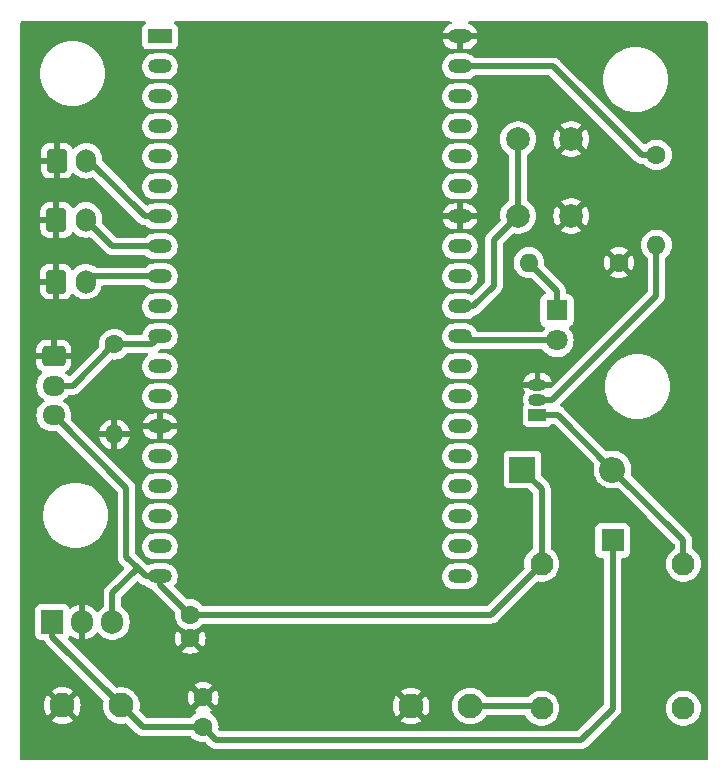
<source format=gbr>
%TF.GenerationSoftware,KiCad,Pcbnew,7.0.9-1.fc39*%
%TF.CreationDate,2023-11-27T01:07:48-03:00*%
%TF.ProjectId,TapBeerFlowControl_hardware,54617042-6565-4724-966c-6f77436f6e74,rev?*%
%TF.SameCoordinates,Original*%
%TF.FileFunction,Copper,L2,Bot*%
%TF.FilePolarity,Positive*%
%FSLAX46Y46*%
G04 Gerber Fmt 4.6, Leading zero omitted, Abs format (unit mm)*
G04 Created by KiCad (PCBNEW 7.0.9-1.fc39) date 2023-11-27 01:07:48*
%MOMM*%
%LPD*%
G01*
G04 APERTURE LIST*
G04 Aperture macros list*
%AMRoundRect*
0 Rectangle with rounded corners*
0 $1 Rounding radius*
0 $2 $3 $4 $5 $6 $7 $8 $9 X,Y pos of 4 corners*
0 Add a 4 corners polygon primitive as box body*
4,1,4,$2,$3,$4,$5,$6,$7,$8,$9,$2,$3,0*
0 Add four circle primitives for the rounded corners*
1,1,$1+$1,$2,$3*
1,1,$1+$1,$4,$5*
1,1,$1+$1,$6,$7*
1,1,$1+$1,$8,$9*
0 Add four rect primitives between the rounded corners*
20,1,$1+$1,$2,$3,$4,$5,0*
20,1,$1+$1,$4,$5,$6,$7,0*
20,1,$1+$1,$6,$7,$8,$9,0*
20,1,$1+$1,$8,$9,$2,$3,0*%
G04 Aperture macros list end*
%TA.AperFunction,ComponentPad*%
%ADD10R,1.950000X1.950000*%
%TD*%
%TA.AperFunction,ComponentPad*%
%ADD11C,1.950000*%
%TD*%
%TA.AperFunction,ComponentPad*%
%ADD12C,2.100000*%
%TD*%
%TA.AperFunction,ComponentPad*%
%ADD13RoundRect,0.250000X-0.725000X0.600000X-0.725000X-0.600000X0.725000X-0.600000X0.725000X0.600000X0*%
%TD*%
%TA.AperFunction,ComponentPad*%
%ADD14O,1.950000X1.700000*%
%TD*%
%TA.AperFunction,ComponentPad*%
%ADD15R,1.905000X2.000000*%
%TD*%
%TA.AperFunction,ComponentPad*%
%ADD16O,1.905000X2.000000*%
%TD*%
%TA.AperFunction,ComponentPad*%
%ADD17R,2.200000X2.200000*%
%TD*%
%TA.AperFunction,ComponentPad*%
%ADD18O,2.200000X2.200000*%
%TD*%
%TA.AperFunction,ComponentPad*%
%ADD19C,1.600000*%
%TD*%
%TA.AperFunction,ComponentPad*%
%ADD20O,1.600000X1.600000*%
%TD*%
%TA.AperFunction,ComponentPad*%
%ADD21R,1.500000X1.050000*%
%TD*%
%TA.AperFunction,ComponentPad*%
%ADD22O,1.500000X1.050000*%
%TD*%
%TA.AperFunction,ComponentPad*%
%ADD23C,2.000000*%
%TD*%
%TA.AperFunction,ComponentPad*%
%ADD24R,1.800000X1.800000*%
%TD*%
%TA.AperFunction,ComponentPad*%
%ADD25C,1.800000*%
%TD*%
%TA.AperFunction,ComponentPad*%
%ADD26RoundRect,0.250000X-0.600000X-0.750000X0.600000X-0.750000X0.600000X0.750000X-0.600000X0.750000X0*%
%TD*%
%TA.AperFunction,ComponentPad*%
%ADD27O,1.700000X2.000000*%
%TD*%
%TA.AperFunction,ComponentPad*%
%ADD28R,2.000000X1.200000*%
%TD*%
%TA.AperFunction,ComponentPad*%
%ADD29O,2.000000X1.200000*%
%TD*%
%TA.AperFunction,Conductor*%
%ADD30C,0.500000*%
%TD*%
G04 APERTURE END LIST*
D10*
%TO.P,K1,1,COM*%
%TO.N,+12V*%
X160610000Y-70700000D03*
D11*
%TO.P,K1,2,COIL_1*%
%TO.N,+5V*%
X154610000Y-72700000D03*
%TO.P,K1,3,N/O*%
%TO.N,Net-(J6-Pin_2)*%
X154610000Y-84900000D03*
%TO.P,K1,4,NC*%
%TO.N,unconnected-(K1-NC-Pad4)*%
X166610000Y-84900000D03*
%TO.P,K1,5,COIL_2*%
%TO.N,Net-(D2-A)*%
X166610000Y-72700000D03*
%TD*%
D12*
%TO.P,J6,1,Pin_1*%
%TO.N,GND*%
X143550000Y-84710000D03*
%TO.P,J6,2,Pin_2*%
%TO.N,Net-(J6-Pin_2)*%
X148550000Y-84710000D03*
%TD*%
D13*
%TO.P,J2,1,Pin_1*%
%TO.N,GND*%
X113300000Y-55100000D03*
D14*
%TO.P,J2,2,Pin_2*%
%TO.N,Net-(J2-Pin_2)*%
X113300000Y-57600000D03*
%TO.P,J2,3,Pin_3*%
%TO.N,+5V*%
X113300000Y-60100000D03*
%TD*%
D15*
%TO.P,U1,1,VI*%
%TO.N,+12V*%
X113180000Y-77610000D03*
D16*
%TO.P,U1,2,GND*%
%TO.N,GND*%
X115720000Y-77610000D03*
%TO.P,U1,3,VO*%
%TO.N,+5V*%
X118260000Y-77610000D03*
%TD*%
D17*
%TO.P,D2,1,K*%
%TO.N,+5V*%
X152980000Y-64690000D03*
D18*
%TO.P,D2,2,A*%
%TO.N,Net-(D2-A)*%
X160600000Y-64690000D03*
%TD*%
D19*
%TO.P,R3,1*%
%TO.N,GND*%
X161150000Y-47170000D03*
D20*
%TO.P,R3,2*%
%TO.N,Net-(D1-K)*%
X153530000Y-47170000D03*
%TD*%
D19*
%TO.P,C2,1*%
%TO.N,+5V*%
X124840000Y-76980000D03*
%TO.P,C2,2*%
%TO.N,GND*%
X124840000Y-78980000D03*
%TD*%
D12*
%TO.P,J1,1,Pin_1*%
%TO.N,GND*%
X114020000Y-84670000D03*
%TO.P,J1,2,Pin_2*%
%TO.N,+12V*%
X119020000Y-84670000D03*
%TD*%
D21*
%TO.P,Q1,1,C*%
%TO.N,Net-(D2-A)*%
X154250000Y-60050000D03*
D22*
%TO.P,Q1,2,B*%
%TO.N,Net-(Q1-B)*%
X154250000Y-58780000D03*
%TO.P,Q1,3,E*%
%TO.N,GND*%
X154250000Y-57510000D03*
%TD*%
D23*
%TO.P,SW1,1*%
%TO.N,Net-(U2-GPIO5)*%
X152600000Y-43220000D03*
X152600000Y-36720000D03*
%TO.P,SW1,2*%
%TO.N,GND*%
X157100000Y-43220000D03*
X157100000Y-36720000D03*
%TD*%
D19*
%TO.P,C1,1*%
%TO.N,+12V*%
X125940000Y-86480000D03*
%TO.P,C1,2*%
%TO.N,GND*%
X125940000Y-83980000D03*
%TD*%
D24*
%TO.P,D1,1,K*%
%TO.N,Net-(D1-K)*%
X155900000Y-51220000D03*
D25*
%TO.P,D1,2,A*%
%TO.N,Net-(D1-A)*%
X155900000Y-53760000D03*
%TD*%
D26*
%TO.P,J5,1,Pin_1*%
%TO.N,GND*%
X113500000Y-48780000D03*
D27*
%TO.P,J5,2,Pin_2*%
%TO.N,/SEL3*%
X116000000Y-48780000D03*
%TD*%
D19*
%TO.P,R1,1*%
%TO.N,Net-(J2-Pin_2)*%
X118430000Y-54080000D03*
D20*
%TO.P,R1,2*%
%TO.N,GND*%
X118430000Y-61700000D03*
%TD*%
D26*
%TO.P,J4,1,Pin_1*%
%TO.N,GND*%
X113520000Y-43560000D03*
D27*
%TO.P,J4,2,Pin_2*%
%TO.N,/SEL2*%
X116020000Y-43560000D03*
%TD*%
D28*
%TO.P,U2,1,3V3*%
%TO.N,unconnected-(U2-3V3-Pad1)*%
X122290000Y-28020000D03*
D29*
%TO.P,U2,2,CHIP_PU*%
%TO.N,unconnected-(U2-CHIP_PU-Pad2)*%
X122290000Y-30560000D03*
%TO.P,U2,3,SENSOR_VP/GPIO36/ADC1_CH0*%
%TO.N,unconnected-(U2-SENSOR_VP{slash}GPIO36{slash}ADC1_CH0-Pad3)*%
X122290000Y-33100000D03*
%TO.P,U2,4,SENSOR_VN/GPIO39/ADC1_CH3*%
%TO.N,unconnected-(U2-SENSOR_VN{slash}GPIO39{slash}ADC1_CH3-Pad4)*%
X122290000Y-35640000D03*
%TO.P,U2,5,VDET_1/GPIO34/ADC1_CH6*%
%TO.N,unconnected-(U2-VDET_1{slash}GPIO34{slash}ADC1_CH6-Pad5)*%
X122290000Y-38180000D03*
%TO.P,U2,6,VDET_2/GPIO35/ADC1_CH7*%
%TO.N,unconnected-(U2-VDET_2{slash}GPIO35{slash}ADC1_CH7-Pad6)*%
X122290000Y-40720000D03*
%TO.P,U2,7,32K_XP/GPIO32/ADC1_CH4*%
%TO.N,/SEL1*%
X122290000Y-43260000D03*
%TO.P,U2,8,32K_XN/GPIO33/ADC1_CH5*%
%TO.N,/SEL2*%
X122290000Y-45800000D03*
%TO.P,U2,9,DAC_1/ADC2_CH8/GPIO25*%
%TO.N,/SEL3*%
X122290000Y-48340000D03*
%TO.P,U2,10,DAC_2/ADC2_CH9/GPIO26*%
%TO.N,unconnected-(U2-DAC_2{slash}ADC2_CH9{slash}GPIO26-Pad10)*%
X122290000Y-50880000D03*
%TO.P,U2,11,ADC2_CH7/GPIO27*%
%TO.N,Net-(J2-Pin_2)*%
X122290000Y-53420000D03*
%TO.P,U2,12,MTMS/GPIO14/ADC2_CH6*%
%TO.N,unconnected-(U2-MTMS{slash}GPIO14{slash}ADC2_CH6-Pad12)*%
X122290000Y-55960000D03*
%TO.P,U2,13,MTDI/GPIO12/ADC2_CH5*%
%TO.N,unconnected-(U2-MTDI{slash}GPIO12{slash}ADC2_CH5-Pad13)*%
X122290000Y-58500000D03*
%TO.P,U2,14,GND*%
%TO.N,GND*%
X122290000Y-61040000D03*
%TO.P,U2,15,MTCK/GPIO13/ADC2_CH4*%
%TO.N,unconnected-(U2-MTCK{slash}GPIO13{slash}ADC2_CH4-Pad15)*%
X122290000Y-63580000D03*
%TO.P,U2,16,SD_DATA2/GPIO9*%
%TO.N,unconnected-(U2-SD_DATA2{slash}GPIO9-Pad16)*%
X122290000Y-66120000D03*
%TO.P,U2,17,SD_DATA3/GPIO10*%
%TO.N,unconnected-(U2-SD_DATA3{slash}GPIO10-Pad17)*%
X122290000Y-68660000D03*
%TO.P,U2,18,CMD*%
%TO.N,unconnected-(U2-CMD-Pad18)*%
X122290000Y-71200000D03*
%TO.P,U2,19,5V*%
%TO.N,+5V*%
X122290000Y-73740000D03*
%TO.P,U2,20,SD_CLK/GPIO6*%
%TO.N,unconnected-(U2-SD_CLK{slash}GPIO6-Pad20)*%
X147686320Y-73737280D03*
%TO.P,U2,21,SD_DATA0/GPIO7*%
%TO.N,unconnected-(U2-SD_DATA0{slash}GPIO7-Pad21)*%
X147686320Y-71197280D03*
%TO.P,U2,22,SD_DATA1/GPIO8*%
%TO.N,unconnected-(U2-SD_DATA1{slash}GPIO8-Pad22)*%
X147690000Y-68660000D03*
%TO.P,U2,23,MTDO/GPIO15/ADC2_CH3*%
%TO.N,unconnected-(U2-MTDO{slash}GPIO15{slash}ADC2_CH3-Pad23)*%
X147690000Y-66120000D03*
%TO.P,U2,24,ADC2_CH2/GPIO2*%
%TO.N,unconnected-(U2-ADC2_CH2{slash}GPIO2-Pad24)*%
X147690000Y-63580000D03*
%TO.P,U2,25,GPIO0/BOOT/ADC2_CH1*%
%TO.N,unconnected-(U2-GPIO0{slash}BOOT{slash}ADC2_CH1-Pad25)*%
X147690000Y-61040000D03*
%TO.P,U2,26,ADC2_CH0/GPIO4*%
%TO.N,unconnected-(U2-ADC2_CH0{slash}GPIO4-Pad26)*%
X147690000Y-58500000D03*
%TO.P,U2,27,GPIO16*%
%TO.N,unconnected-(U2-GPIO16-Pad27)*%
X147690000Y-55960000D03*
%TO.P,U2,28,GPIO17*%
%TO.N,Net-(D1-A)*%
X147690000Y-53420000D03*
%TO.P,U2,29,GPIO5*%
%TO.N,Net-(U2-GPIO5)*%
X147690000Y-50880000D03*
%TO.P,U2,30,GPIO18*%
%TO.N,unconnected-(U2-GPIO18-Pad30)*%
X147690000Y-48340000D03*
%TO.P,U2,31,GPIO19*%
%TO.N,unconnected-(U2-GPIO19-Pad31)*%
X147690000Y-45800000D03*
%TO.P,U2,32,GND*%
%TO.N,GND*%
X147690000Y-43260000D03*
%TO.P,U2,33,GPIO21*%
%TO.N,unconnected-(U2-GPIO21-Pad33)*%
X147690000Y-40720000D03*
%TO.P,U2,34,U0RXD/GPIO3*%
%TO.N,unconnected-(U2-U0RXD{slash}GPIO3-Pad34)*%
X147690000Y-38180000D03*
%TO.P,U2,35,U0TXD/GPIO1*%
%TO.N,unconnected-(U2-U0TXD{slash}GPIO1-Pad35)*%
X147690000Y-35640000D03*
%TO.P,U2,36,GPIO22*%
%TO.N,unconnected-(U2-GPIO22-Pad36)*%
X147690000Y-33100000D03*
%TO.P,U2,37,GPIO23*%
%TO.N,Net-(U2-GPIO23)*%
X147690000Y-30560000D03*
%TO.P,U2,38,GND*%
%TO.N,GND*%
X147690000Y-28020000D03*
%TD*%
D26*
%TO.P,J3,1,Pin_1*%
%TO.N,GND*%
X113550000Y-38550000D03*
D27*
%TO.P,J3,2,Pin_2*%
%TO.N,/SEL1*%
X116050000Y-38550000D03*
%TD*%
D19*
%TO.P,R2,1*%
%TO.N,Net-(U2-GPIO23)*%
X164320000Y-38060000D03*
D20*
%TO.P,R2,2*%
%TO.N,Net-(Q1-B)*%
X164320000Y-45680000D03*
%TD*%
D30*
%TO.N,Net-(U2-GPIO23)*%
X164320000Y-38060000D02*
X163100000Y-38060000D01*
X163100000Y-38060000D02*
X155600000Y-30560000D01*
X155600000Y-30560000D02*
X147690000Y-30560000D01*
%TO.N,Net-(U2-GPIO5)*%
X152600000Y-36720000D02*
X152600000Y-43220000D01*
X148800000Y-50880000D02*
X150560000Y-49120000D01*
X147690000Y-50880000D02*
X148800000Y-50880000D01*
X150560000Y-49120000D02*
X150560000Y-45260000D01*
X150560000Y-45260000D02*
X152600000Y-43220000D01*
%TO.N,Net-(D1-K)*%
X155900000Y-51220000D02*
X155900000Y-49540000D01*
X155900000Y-49540000D02*
X153530000Y-47170000D01*
%TO.N,Net-(D1-A)*%
X155900000Y-53760000D02*
X148030000Y-53760000D01*
X148030000Y-53760000D02*
X147690000Y-53420000D01*
%TO.N,Net-(Q1-B)*%
X154250000Y-58780000D02*
X155500000Y-58780000D01*
X155500000Y-58780000D02*
X164320000Y-49960000D01*
X164320000Y-49960000D02*
X164320000Y-45680000D01*
%TO.N,Net-(D2-A)*%
X154250000Y-60050000D02*
X155960000Y-60050000D01*
X155960000Y-60050000D02*
X160600000Y-64690000D01*
X166610000Y-72700000D02*
X166610000Y-70700000D01*
X166610000Y-70700000D02*
X160600000Y-64690000D01*
%TO.N,+5V*%
X154610000Y-72700000D02*
X154610000Y-66320000D01*
X154610000Y-66320000D02*
X152980000Y-64690000D01*
%TO.N,Net-(J6-Pin_2)*%
X148550000Y-84710000D02*
X154420000Y-84710000D01*
X154420000Y-84710000D02*
X154610000Y-84900000D01*
%TO.N,+12V*%
X127040000Y-87580000D02*
X157960000Y-87580000D01*
X157960000Y-87580000D02*
X160610000Y-84930000D01*
X125940000Y-86480000D02*
X127040000Y-87580000D01*
X160610000Y-84930000D02*
X160610000Y-70700000D01*
%TO.N,+5V*%
X124840000Y-76980000D02*
X150330000Y-76980000D01*
X150330000Y-76980000D02*
X154610000Y-72700000D01*
X122290000Y-73740000D02*
X122290000Y-74430000D01*
X122290000Y-74430000D02*
X124840000Y-76980000D01*
%TO.N,+12V*%
X125940000Y-86480000D02*
X120830000Y-86480000D01*
X120830000Y-86480000D02*
X119020000Y-84670000D01*
X113180000Y-77610000D02*
X113180000Y-78830000D01*
X113180000Y-78830000D02*
X119020000Y-84670000D01*
%TO.N,+5V*%
X119450000Y-72090000D02*
X120385000Y-73025000D01*
X120385000Y-73025000D02*
X121100000Y-73740000D01*
X118260000Y-77610000D02*
X118260000Y-75150000D01*
X118260000Y-75150000D02*
X120385000Y-73025000D01*
X113300000Y-60100000D02*
X119450000Y-66250000D01*
X119450000Y-66250000D02*
X119450000Y-72090000D01*
X121100000Y-73740000D02*
X122290000Y-73740000D01*
%TO.N,Net-(J2-Pin_2)*%
X113300000Y-57600000D02*
X114910000Y-57600000D01*
X114910000Y-57600000D02*
X118430000Y-54080000D01*
X118430000Y-54080000D02*
X121630000Y-54080000D01*
X121630000Y-54080000D02*
X122290000Y-53420000D01*
%TO.N,/SEL3*%
X122290000Y-48340000D02*
X116440000Y-48340000D01*
X116440000Y-48340000D02*
X116000000Y-48780000D01*
%TO.N,/SEL2*%
X122290000Y-45800000D02*
X118260000Y-45800000D01*
X118260000Y-45800000D02*
X116020000Y-43560000D01*
%TO.N,/SEL1*%
X116050000Y-38550000D02*
X116320000Y-38550000D01*
X116320000Y-38550000D02*
X121030000Y-43260000D01*
X121030000Y-43260000D02*
X122290000Y-43260000D01*
%TD*%
%TA.AperFunction,Conductor*%
%TO.N,GND*%
G36*
X121060540Y-26760185D02*
G01*
X121106295Y-26812989D01*
X121116239Y-26882147D01*
X121087214Y-26945703D01*
X121052928Y-26973332D01*
X121047666Y-26976205D01*
X120932455Y-27062452D01*
X120932452Y-27062455D01*
X120846206Y-27177664D01*
X120846202Y-27177671D01*
X120795908Y-27312517D01*
X120789501Y-27372116D01*
X120789501Y-27372123D01*
X120789500Y-27372135D01*
X120789500Y-28667870D01*
X120789501Y-28667876D01*
X120795908Y-28727483D01*
X120846202Y-28862328D01*
X120846206Y-28862335D01*
X120932452Y-28977544D01*
X120932455Y-28977547D01*
X121047664Y-29063793D01*
X121047671Y-29063797D01*
X121182517Y-29114091D01*
X121182516Y-29114091D01*
X121189444Y-29114835D01*
X121242127Y-29120500D01*
X123337872Y-29120499D01*
X123397483Y-29114091D01*
X123532331Y-29063796D01*
X123647546Y-28977546D01*
X123733796Y-28862331D01*
X123784091Y-28727483D01*
X123790500Y-28667873D01*
X123790499Y-27372128D01*
X123784091Y-27312517D01*
X123778072Y-27296380D01*
X123733797Y-27177671D01*
X123733793Y-27177664D01*
X123647547Y-27062455D01*
X123647544Y-27062452D01*
X123532333Y-26976205D01*
X123527072Y-26973332D01*
X123477667Y-26923927D01*
X123462815Y-26855654D01*
X123487232Y-26790190D01*
X123543165Y-26748318D01*
X123586499Y-26740500D01*
X146880725Y-26740500D01*
X146947764Y-26760185D01*
X146993519Y-26812989D01*
X147003463Y-26882147D01*
X146974438Y-26945703D01*
X146915660Y-26983477D01*
X146879313Y-26994149D01*
X146692585Y-27090413D01*
X146527462Y-27220268D01*
X146527459Y-27220271D01*
X146389894Y-27379030D01*
X146389885Y-27379041D01*
X146284855Y-27560960D01*
X146284852Y-27560967D01*
X146216144Y-27759482D01*
X146216144Y-27759484D01*
X146214632Y-27770000D01*
X147374314Y-27770000D01*
X147362359Y-27781955D01*
X147304835Y-27894852D01*
X147285014Y-28020000D01*
X147304835Y-28145148D01*
X147362359Y-28258045D01*
X147374314Y-28270000D01*
X146218742Y-28270000D01*
X146245770Y-28381409D01*
X146333040Y-28572507D01*
X146454889Y-28743619D01*
X146454895Y-28743625D01*
X146606932Y-28888592D01*
X146783657Y-29002166D01*
X146978685Y-29080244D01*
X147184962Y-29120000D01*
X147440000Y-29120000D01*
X147440000Y-28335686D01*
X147451955Y-28347641D01*
X147564852Y-28405165D01*
X147658519Y-28420000D01*
X147721481Y-28420000D01*
X147815148Y-28405165D01*
X147928045Y-28347641D01*
X147940000Y-28335686D01*
X147940000Y-29120000D01*
X148142398Y-29120000D01*
X148299122Y-29105034D01*
X148299126Y-29105033D01*
X148500686Y-29045850D01*
X148687414Y-28949586D01*
X148852537Y-28819731D01*
X148852540Y-28819728D01*
X148990105Y-28660969D01*
X148990114Y-28660958D01*
X149095144Y-28479039D01*
X149095147Y-28479032D01*
X149163855Y-28280517D01*
X149163855Y-28280515D01*
X149165368Y-28270000D01*
X148005686Y-28270000D01*
X148017641Y-28258045D01*
X148075165Y-28145148D01*
X148094986Y-28020000D01*
X148075165Y-27894852D01*
X148017641Y-27781955D01*
X148005686Y-27770000D01*
X149161257Y-27770000D01*
X149134229Y-27658590D01*
X149046959Y-27467492D01*
X148925110Y-27296380D01*
X148925104Y-27296374D01*
X148773067Y-27151407D01*
X148596342Y-27037833D01*
X148450927Y-26979618D01*
X148396006Y-26936427D01*
X148373153Y-26870400D01*
X148389626Y-26802500D01*
X148440193Y-26754284D01*
X148497013Y-26740500D01*
X168525500Y-26740500D01*
X168592539Y-26760185D01*
X168638294Y-26812989D01*
X168649500Y-26864500D01*
X168649500Y-89176109D01*
X168629815Y-89243148D01*
X168577011Y-89288903D01*
X168525564Y-89300109D01*
X130857984Y-89319500D01*
X110584500Y-89319500D01*
X110517461Y-89299815D01*
X110471706Y-89247011D01*
X110460500Y-89195500D01*
X110460500Y-84670000D01*
X112465207Y-84670000D01*
X112484348Y-84913219D01*
X112541303Y-85150457D01*
X112634668Y-85375861D01*
X112758504Y-85577942D01*
X113379859Y-84956586D01*
X113439680Y-85070566D01*
X113552405Y-85197806D01*
X113692305Y-85294371D01*
X113733541Y-85310010D01*
X113112056Y-85931494D01*
X113314138Y-86055331D01*
X113539542Y-86148696D01*
X113776780Y-86205651D01*
X113776779Y-86205651D01*
X114020000Y-86224792D01*
X114263219Y-86205651D01*
X114500457Y-86148696D01*
X114725861Y-86055331D01*
X114927942Y-85931494D01*
X114306457Y-85310010D01*
X114347695Y-85294371D01*
X114487595Y-85197806D01*
X114600320Y-85070566D01*
X114660139Y-84956587D01*
X115281494Y-85577942D01*
X115405331Y-85375861D01*
X115498696Y-85150457D01*
X115555651Y-84913219D01*
X115574792Y-84670000D01*
X115555651Y-84426780D01*
X115498696Y-84189542D01*
X115405331Y-83964138D01*
X115281494Y-83762056D01*
X114660139Y-84383411D01*
X114600320Y-84269434D01*
X114487595Y-84142194D01*
X114347695Y-84045629D01*
X114306457Y-84029989D01*
X114927942Y-83408504D01*
X114725861Y-83284668D01*
X114500457Y-83191303D01*
X114263219Y-83134348D01*
X114263220Y-83134348D01*
X114020000Y-83115207D01*
X113776780Y-83134348D01*
X113539542Y-83191303D01*
X113314146Y-83284665D01*
X113314141Y-83284668D01*
X113112056Y-83408504D01*
X113733542Y-84029989D01*
X113692305Y-84045629D01*
X113552405Y-84142194D01*
X113439680Y-84269434D01*
X113379860Y-84383412D01*
X112758504Y-83762056D01*
X112634668Y-83964141D01*
X112634665Y-83964146D01*
X112541303Y-84189542D01*
X112484348Y-84426780D01*
X112465207Y-84670000D01*
X110460500Y-84670000D01*
X110460500Y-78657870D01*
X111727000Y-78657870D01*
X111727001Y-78657876D01*
X111733408Y-78717483D01*
X111783702Y-78852328D01*
X111783706Y-78852335D01*
X111869952Y-78967544D01*
X111869955Y-78967547D01*
X111985164Y-79053793D01*
X111985171Y-79053797D01*
X112029630Y-79070379D01*
X112120017Y-79104091D01*
X112179627Y-79110500D01*
X112399348Y-79110499D01*
X112466388Y-79130183D01*
X112502950Y-79166361D01*
X112546965Y-79233283D01*
X112587287Y-79298655D01*
X112591766Y-79304319D01*
X112591719Y-79304356D01*
X112596482Y-79310202D01*
X112596528Y-79310164D01*
X112601173Y-79315700D01*
X112657018Y-79368386D01*
X117479563Y-84190930D01*
X117513048Y-84252253D01*
X117512456Y-84307557D01*
X117483853Y-84426698D01*
X117483853Y-84426700D01*
X117464706Y-84670000D01*
X117483853Y-84913297D01*
X117483853Y-84913300D01*
X117483854Y-84913302D01*
X117540457Y-85149068D01*
X117540830Y-85150619D01*
X117634222Y-85376089D01*
X117761737Y-85584173D01*
X117761738Y-85584176D01*
X117795904Y-85624179D01*
X117920241Y-85769759D01*
X118063897Y-85892453D01*
X118105823Y-85928261D01*
X118105826Y-85928262D01*
X118313910Y-86055777D01*
X118539381Y-86149169D01*
X118539378Y-86149169D01*
X118539384Y-86149170D01*
X118539388Y-86149172D01*
X118776698Y-86206146D01*
X119020000Y-86225294D01*
X119263302Y-86206146D01*
X119382441Y-86177542D01*
X119452221Y-86181032D01*
X119499068Y-86210435D01*
X120254267Y-86965634D01*
X120266048Y-86979266D01*
X120280390Y-86998530D01*
X120320420Y-87032119D01*
X120324392Y-87035759D01*
X120330224Y-87041591D01*
X120330227Y-87041594D01*
X120355947Y-87061931D01*
X120414788Y-87111304D01*
X120420818Y-87115270D01*
X120420785Y-87115319D01*
X120427143Y-87119369D01*
X120427175Y-87119319D01*
X120433320Y-87123109D01*
X120433323Y-87123111D01*
X120502936Y-87155572D01*
X120571567Y-87190040D01*
X120571572Y-87190041D01*
X120578361Y-87192513D01*
X120578340Y-87192570D01*
X120585455Y-87195043D01*
X120585475Y-87194986D01*
X120592330Y-87197258D01*
X120667558Y-87212790D01*
X120742279Y-87230500D01*
X120742289Y-87230500D01*
X120749452Y-87231338D01*
X120749444Y-87231397D01*
X120756945Y-87232164D01*
X120756951Y-87232105D01*
X120764140Y-87232734D01*
X120764144Y-87232733D01*
X120764145Y-87232734D01*
X120840918Y-87230500D01*
X124813337Y-87230500D01*
X124880376Y-87250185D01*
X124914912Y-87283377D01*
X124939954Y-87319141D01*
X125100858Y-87480045D01*
X125100861Y-87480047D01*
X125287266Y-87610568D01*
X125493504Y-87706739D01*
X125713308Y-87765635D01*
X125875230Y-87779801D01*
X125939998Y-87785468D01*
X125940000Y-87785468D01*
X125940001Y-87785468D01*
X125960062Y-87783712D01*
X126106861Y-87770869D01*
X126175359Y-87784635D01*
X126205348Y-87806716D01*
X126464270Y-88065638D01*
X126476051Y-88079270D01*
X126490388Y-88098528D01*
X126530409Y-88132111D01*
X126534397Y-88135766D01*
X126540216Y-88141585D01*
X126540220Y-88141588D01*
X126540223Y-88141591D01*
X126565959Y-88161940D01*
X126624786Y-88211302D01*
X126624787Y-88211302D01*
X126624789Y-88211304D01*
X126630818Y-88215270D01*
X126630785Y-88215319D01*
X126637147Y-88219372D01*
X126637179Y-88219321D01*
X126643319Y-88223108D01*
X126643323Y-88223111D01*
X126678132Y-88239343D01*
X126712941Y-88255575D01*
X126731336Y-88264813D01*
X126781567Y-88290040D01*
X126781569Y-88290040D01*
X126788357Y-88292511D01*
X126788336Y-88292567D01*
X126795457Y-88295043D01*
X126795476Y-88294986D01*
X126802322Y-88297254D01*
X126802327Y-88297257D01*
X126802332Y-88297258D01*
X126802335Y-88297259D01*
X126877565Y-88312792D01*
X126952279Y-88330500D01*
X126952282Y-88330500D01*
X126952286Y-88330501D01*
X126959453Y-88331339D01*
X126959446Y-88331398D01*
X126966944Y-88332164D01*
X126966950Y-88332105D01*
X126974139Y-88332734D01*
X126974143Y-88332733D01*
X126974144Y-88332734D01*
X127050917Y-88330500D01*
X157896295Y-88330500D01*
X157914265Y-88331809D01*
X157938023Y-88335289D01*
X157990068Y-88330735D01*
X157995470Y-88330500D01*
X158003704Y-88330500D01*
X158003709Y-88330500D01*
X158015327Y-88329141D01*
X158036276Y-88326693D01*
X158049028Y-88325577D01*
X158112797Y-88319999D01*
X158112805Y-88319996D01*
X158119866Y-88318539D01*
X158119878Y-88318598D01*
X158127243Y-88316965D01*
X158127229Y-88316906D01*
X158134246Y-88315241D01*
X158134255Y-88315241D01*
X158206423Y-88288974D01*
X158279334Y-88264814D01*
X158279343Y-88264807D01*
X158285882Y-88261760D01*
X158285908Y-88261816D01*
X158292690Y-88258532D01*
X158292663Y-88258478D01*
X158299106Y-88255240D01*
X158299117Y-88255237D01*
X158363283Y-88213034D01*
X158428656Y-88172712D01*
X158428662Y-88172705D01*
X158434325Y-88168229D01*
X158434363Y-88168277D01*
X158440200Y-88163522D01*
X158440161Y-88163475D01*
X158445696Y-88158830D01*
X158498385Y-88102983D01*
X160440036Y-86161331D01*
X161095642Y-85505724D01*
X161109271Y-85493947D01*
X161128530Y-85479610D01*
X161162101Y-85439601D01*
X161165761Y-85435606D01*
X161171590Y-85429778D01*
X161191941Y-85404039D01*
X161199818Y-85394651D01*
X161241302Y-85345214D01*
X161241306Y-85345205D01*
X161245274Y-85339175D01*
X161245325Y-85339208D01*
X161249372Y-85332856D01*
X161249320Y-85332824D01*
X161253112Y-85326675D01*
X161285575Y-85257058D01*
X161303116Y-85222128D01*
X161320040Y-85188433D01*
X161320042Y-85188421D01*
X161322509Y-85181646D01*
X161322567Y-85181667D01*
X161325043Y-85174546D01*
X161324986Y-85174528D01*
X161327257Y-85167673D01*
X161342792Y-85092434D01*
X161350710Y-85059025D01*
X161360500Y-85017721D01*
X161360500Y-85017710D01*
X161361338Y-85010548D01*
X161361398Y-85010555D01*
X161362164Y-85003055D01*
X161362105Y-85003050D01*
X161362734Y-84995860D01*
X161360500Y-84919083D01*
X161360500Y-84900005D01*
X165129443Y-84900005D01*
X165149634Y-85143683D01*
X165149636Y-85143695D01*
X165209663Y-85380734D01*
X165307888Y-85604666D01*
X165441632Y-85809378D01*
X165607242Y-85989277D01*
X165607252Y-85989286D01*
X165800208Y-86139470D01*
X165800212Y-86139473D01*
X166010560Y-86253308D01*
X166015267Y-86255855D01*
X166015270Y-86255856D01*
X166246541Y-86335251D01*
X166246543Y-86335251D01*
X166246545Y-86335252D01*
X166487737Y-86375500D01*
X166487738Y-86375500D01*
X166732262Y-86375500D01*
X166732263Y-86375500D01*
X166973455Y-86335252D01*
X167204733Y-86255855D01*
X167419788Y-86139473D01*
X167612754Y-85989281D01*
X167778368Y-85809377D01*
X167912111Y-85604667D01*
X168010336Y-85380736D01*
X168070364Y-85143692D01*
X168073145Y-85110131D01*
X168090557Y-84900005D01*
X168090557Y-84899994D01*
X168070365Y-84656316D01*
X168070363Y-84656304D01*
X168060950Y-84619132D01*
X168010336Y-84419264D01*
X167912111Y-84195333D01*
X167787198Y-84004138D01*
X167778367Y-83990621D01*
X167612757Y-83810722D01*
X167612747Y-83810713D01*
X167419791Y-83660529D01*
X167419787Y-83660526D01*
X167204734Y-83544145D01*
X167204729Y-83544143D01*
X166973458Y-83464748D01*
X166792561Y-83434562D01*
X166732263Y-83424500D01*
X166487737Y-83424500D01*
X166439498Y-83432549D01*
X166246541Y-83464748D01*
X166015270Y-83544143D01*
X166015265Y-83544145D01*
X165800212Y-83660526D01*
X165800208Y-83660529D01*
X165607252Y-83810713D01*
X165607242Y-83810722D01*
X165441632Y-83990621D01*
X165307888Y-84195333D01*
X165209663Y-84419265D01*
X165149636Y-84656304D01*
X165149634Y-84656316D01*
X165129443Y-84899994D01*
X165129443Y-84900005D01*
X161360500Y-84900005D01*
X161360500Y-72299499D01*
X161380185Y-72232460D01*
X161432989Y-72186705D01*
X161484500Y-72175499D01*
X161632871Y-72175499D01*
X161632872Y-72175499D01*
X161692483Y-72169091D01*
X161827331Y-72118796D01*
X161942546Y-72032546D01*
X162028796Y-71917331D01*
X162079091Y-71782483D01*
X162085500Y-71722873D01*
X162085499Y-69677128D01*
X162079091Y-69617517D01*
X162028796Y-69482669D01*
X162028795Y-69482668D01*
X162028793Y-69482664D01*
X161942547Y-69367455D01*
X161942544Y-69367452D01*
X161827335Y-69281206D01*
X161827328Y-69281202D01*
X161692482Y-69230908D01*
X161692483Y-69230908D01*
X161632883Y-69224501D01*
X161632881Y-69224500D01*
X161632873Y-69224500D01*
X161632864Y-69224500D01*
X159587129Y-69224500D01*
X159587123Y-69224501D01*
X159527516Y-69230908D01*
X159392671Y-69281202D01*
X159392664Y-69281206D01*
X159277455Y-69367452D01*
X159277452Y-69367455D01*
X159191206Y-69482664D01*
X159191202Y-69482671D01*
X159140908Y-69617517D01*
X159134501Y-69677116D01*
X159134501Y-69677123D01*
X159134500Y-69677135D01*
X159134500Y-71722870D01*
X159134501Y-71722876D01*
X159140908Y-71782483D01*
X159191202Y-71917328D01*
X159191206Y-71917335D01*
X159277452Y-72032544D01*
X159277455Y-72032547D01*
X159392664Y-72118793D01*
X159392671Y-72118797D01*
X159410563Y-72125470D01*
X159527517Y-72169091D01*
X159587127Y-72175500D01*
X159735500Y-72175499D01*
X159802539Y-72195183D01*
X159848294Y-72247987D01*
X159859500Y-72299499D01*
X159859500Y-84567770D01*
X159839815Y-84634809D01*
X159823181Y-84655451D01*
X157685451Y-86793181D01*
X157624128Y-86826666D01*
X157597770Y-86829500D01*
X127402230Y-86829500D01*
X127335191Y-86809815D01*
X127314548Y-86793180D01*
X127266715Y-86745346D01*
X127233231Y-86684023D01*
X127230869Y-86646862D01*
X127245468Y-86480000D01*
X127225635Y-86253308D01*
X127172707Y-86055777D01*
X127166741Y-86033511D01*
X127166738Y-86033502D01*
X127136315Y-85968261D01*
X127070568Y-85827266D01*
X126940047Y-85640861D01*
X126940045Y-85640858D01*
X126779141Y-85479954D01*
X126592734Y-85349432D01*
X126592730Y-85349430D01*
X126577022Y-85342105D01*
X126524583Y-85295931D01*
X126505433Y-85228737D01*
X126525650Y-85161857D01*
X126577028Y-85117340D01*
X126592481Y-85110134D01*
X126665472Y-85059025D01*
X126316448Y-84710000D01*
X141995207Y-84710000D01*
X142014348Y-84953219D01*
X142071303Y-85190457D01*
X142164668Y-85415861D01*
X142288504Y-85617942D01*
X142909859Y-84996586D01*
X142969680Y-85110566D01*
X143082405Y-85237806D01*
X143222305Y-85334371D01*
X143263541Y-85350010D01*
X142642056Y-85971494D01*
X142844138Y-86095331D01*
X143069542Y-86188696D01*
X143306780Y-86245651D01*
X143306779Y-86245651D01*
X143550000Y-86264792D01*
X143793219Y-86245651D01*
X144030457Y-86188696D01*
X144255861Y-86095331D01*
X144457942Y-85971494D01*
X143836457Y-85350010D01*
X143877695Y-85334371D01*
X144017595Y-85237806D01*
X144130320Y-85110566D01*
X144190139Y-84996587D01*
X144811494Y-85617942D01*
X144935331Y-85415861D01*
X145028696Y-85190457D01*
X145085651Y-84953219D01*
X145104792Y-84710000D01*
X146994706Y-84710000D01*
X147013853Y-84953297D01*
X147013853Y-84953300D01*
X147013854Y-84953302D01*
X147068680Y-85181667D01*
X147070830Y-85190619D01*
X147164222Y-85416089D01*
X147291737Y-85624173D01*
X147291738Y-85624176D01*
X147336532Y-85676623D01*
X147450241Y-85809759D01*
X147588987Y-85928259D01*
X147635823Y-85968261D01*
X147635826Y-85968262D01*
X147843910Y-86095777D01*
X148069381Y-86189169D01*
X148069378Y-86189169D01*
X148069384Y-86189170D01*
X148069388Y-86189172D01*
X148306698Y-86246146D01*
X148550000Y-86265294D01*
X148793302Y-86246146D01*
X149030612Y-86189172D01*
X149256089Y-86095777D01*
X149464179Y-85968259D01*
X149649759Y-85809759D01*
X149808259Y-85624179D01*
X149872278Y-85519710D01*
X149924089Y-85472835D01*
X149978005Y-85460500D01*
X153163638Y-85460500D01*
X153230677Y-85480185D01*
X153276432Y-85532989D01*
X153277194Y-85534690D01*
X153307888Y-85604666D01*
X153441632Y-85809378D01*
X153607242Y-85989277D01*
X153607252Y-85989286D01*
X153800208Y-86139470D01*
X153800212Y-86139473D01*
X154010560Y-86253308D01*
X154015267Y-86255855D01*
X154015270Y-86255856D01*
X154246541Y-86335251D01*
X154246543Y-86335251D01*
X154246545Y-86335252D01*
X154487737Y-86375500D01*
X154487738Y-86375500D01*
X154732262Y-86375500D01*
X154732263Y-86375500D01*
X154973455Y-86335252D01*
X155204733Y-86255855D01*
X155419788Y-86139473D01*
X155612754Y-85989281D01*
X155778368Y-85809377D01*
X155912111Y-85604667D01*
X156010336Y-85380736D01*
X156070364Y-85143692D01*
X156073145Y-85110131D01*
X156090557Y-84900005D01*
X156090557Y-84899994D01*
X156070365Y-84656316D01*
X156070363Y-84656304D01*
X156060950Y-84619132D01*
X156010336Y-84419264D01*
X155912111Y-84195333D01*
X155787198Y-84004138D01*
X155778367Y-83990621D01*
X155612757Y-83810722D01*
X155612747Y-83810713D01*
X155419791Y-83660529D01*
X155419787Y-83660526D01*
X155204734Y-83544145D01*
X155204729Y-83544143D01*
X154973458Y-83464748D01*
X154792561Y-83434562D01*
X154732263Y-83424500D01*
X154487737Y-83424500D01*
X154439498Y-83432549D01*
X154246541Y-83464748D01*
X154015270Y-83544143D01*
X154015265Y-83544145D01*
X153800212Y-83660526D01*
X153800208Y-83660529D01*
X153607252Y-83810713D01*
X153607248Y-83810716D01*
X153552751Y-83869915D01*
X153507120Y-83919483D01*
X153447235Y-83955474D01*
X153415892Y-83959500D01*
X149978005Y-83959500D01*
X149910966Y-83939815D01*
X149872278Y-83900290D01*
X149808262Y-83795825D01*
X149808261Y-83795823D01*
X149762253Y-83741955D01*
X149649759Y-83610241D01*
X149527063Y-83505449D01*
X149464176Y-83451738D01*
X149464173Y-83451737D01*
X149256089Y-83324222D01*
X149030618Y-83230830D01*
X149030621Y-83230830D01*
X148864011Y-83190830D01*
X148793302Y-83173854D01*
X148793300Y-83173853D01*
X148793297Y-83173853D01*
X148550000Y-83154706D01*
X148306702Y-83173853D01*
X148069380Y-83230830D01*
X147843910Y-83324222D01*
X147635826Y-83451737D01*
X147635823Y-83451738D01*
X147450241Y-83610241D01*
X147291738Y-83795823D01*
X147291737Y-83795826D01*
X147164222Y-84003910D01*
X147070830Y-84229380D01*
X147013853Y-84466702D01*
X146994706Y-84710000D01*
X145104792Y-84710000D01*
X145085651Y-84466780D01*
X145028696Y-84229542D01*
X144935331Y-84004138D01*
X144811494Y-83802056D01*
X144190139Y-84423411D01*
X144130320Y-84309434D01*
X144017595Y-84182194D01*
X143877695Y-84085629D01*
X143836457Y-84069989D01*
X144457942Y-83448504D01*
X144255861Y-83324668D01*
X144030457Y-83231303D01*
X143793219Y-83174348D01*
X143793220Y-83174348D01*
X143550000Y-83155207D01*
X143306780Y-83174348D01*
X143069542Y-83231303D01*
X142844146Y-83324665D01*
X142844141Y-83324668D01*
X142642056Y-83448504D01*
X143263542Y-84069989D01*
X143222305Y-84085629D01*
X143082405Y-84182194D01*
X142969680Y-84309434D01*
X142909860Y-84423412D01*
X142288504Y-83802056D01*
X142164668Y-84004141D01*
X142164665Y-84004146D01*
X142071303Y-84229542D01*
X142014348Y-84466780D01*
X141995207Y-84710000D01*
X126316448Y-84710000D01*
X125984401Y-84377953D01*
X126065148Y-84365165D01*
X126178045Y-84307641D01*
X126267641Y-84218045D01*
X126325165Y-84105148D01*
X126337953Y-84024400D01*
X127019025Y-84705472D01*
X127070136Y-84632478D01*
X127166264Y-84426331D01*
X127166269Y-84426317D01*
X127225139Y-84206610D01*
X127225141Y-84206599D01*
X127244966Y-83980002D01*
X127244966Y-83979997D01*
X127225141Y-83753400D01*
X127225139Y-83753389D01*
X127166269Y-83533682D01*
X127166265Y-83533673D01*
X127070133Y-83327516D01*
X127070131Y-83327512D01*
X127019026Y-83254526D01*
X127019025Y-83254526D01*
X126337953Y-83935598D01*
X126325165Y-83854852D01*
X126267641Y-83741955D01*
X126178045Y-83652359D01*
X126065148Y-83594835D01*
X125984400Y-83582046D01*
X126665472Y-82900974D01*
X126665471Y-82900973D01*
X126592483Y-82849866D01*
X126592481Y-82849865D01*
X126386326Y-82753734D01*
X126386317Y-82753730D01*
X126166610Y-82694860D01*
X126166599Y-82694858D01*
X125940002Y-82675034D01*
X125939998Y-82675034D01*
X125713400Y-82694858D01*
X125713389Y-82694860D01*
X125493682Y-82753730D01*
X125493673Y-82753734D01*
X125287513Y-82849868D01*
X125214527Y-82900972D01*
X125214526Y-82900973D01*
X125895600Y-83582046D01*
X125814852Y-83594835D01*
X125701955Y-83652359D01*
X125612359Y-83741955D01*
X125554835Y-83854852D01*
X125542046Y-83935599D01*
X124860973Y-83254526D01*
X124860972Y-83254527D01*
X124809868Y-83327513D01*
X124713734Y-83533673D01*
X124713730Y-83533682D01*
X124654860Y-83753389D01*
X124654858Y-83753400D01*
X124635034Y-83979997D01*
X124635034Y-83980002D01*
X124654858Y-84206599D01*
X124654860Y-84206610D01*
X124713730Y-84426317D01*
X124713734Y-84426326D01*
X124809865Y-84632481D01*
X124809866Y-84632483D01*
X124860973Y-84705471D01*
X124860974Y-84705472D01*
X125542046Y-84024399D01*
X125554835Y-84105148D01*
X125612359Y-84218045D01*
X125701955Y-84307641D01*
X125814852Y-84365165D01*
X125895599Y-84377953D01*
X125214526Y-85059025D01*
X125214526Y-85059026D01*
X125287512Y-85110131D01*
X125287515Y-85110132D01*
X125302974Y-85117341D01*
X125355414Y-85163513D01*
X125374567Y-85230706D01*
X125354352Y-85297587D01*
X125302978Y-85342105D01*
X125287269Y-85349430D01*
X125287265Y-85349432D01*
X125100858Y-85479954D01*
X124939954Y-85640858D01*
X124914912Y-85676623D01*
X124860335Y-85720248D01*
X124813337Y-85729500D01*
X121192229Y-85729500D01*
X121125190Y-85709815D01*
X121104548Y-85693181D01*
X120560435Y-85149068D01*
X120526950Y-85087745D01*
X120527541Y-85032442D01*
X120556146Y-84913302D01*
X120575294Y-84670000D01*
X120556146Y-84426698D01*
X120499172Y-84189388D01*
X120456194Y-84085629D01*
X120405777Y-83963910D01*
X120278262Y-83755826D01*
X120278261Y-83755823D01*
X120196870Y-83660527D01*
X120119759Y-83570241D01*
X119981010Y-83451738D01*
X119934176Y-83411738D01*
X119934173Y-83411737D01*
X119726089Y-83284222D01*
X119500618Y-83190830D01*
X119500621Y-83190830D01*
X119350155Y-83154706D01*
X119263302Y-83133854D01*
X119263300Y-83133853D01*
X119263297Y-83133853D01*
X119020000Y-83114706D01*
X118776700Y-83133853D01*
X118776698Y-83133853D01*
X118657558Y-83162456D01*
X118587776Y-83158965D01*
X118540931Y-83129563D01*
X114518445Y-79107077D01*
X114484960Y-79045754D01*
X114489944Y-78976062D01*
X114506857Y-78945089D01*
X114576296Y-78852331D01*
X114576296Y-78852328D01*
X114576298Y-78852327D01*
X114587907Y-78821199D01*
X114629776Y-78765264D01*
X114695240Y-78740844D01*
X114763513Y-78755694D01*
X114780252Y-78766675D01*
X114922831Y-78877649D01*
X114922840Y-78877655D01*
X115134531Y-78992215D01*
X115134545Y-78992221D01*
X115362207Y-79070379D01*
X115470000Y-79088366D01*
X115470000Y-78101683D01*
X115498819Y-78119209D01*
X115644404Y-78160000D01*
X115757622Y-78160000D01*
X115869783Y-78144584D01*
X115970000Y-78101053D01*
X115970000Y-79088365D01*
X116077792Y-79070379D01*
X116305454Y-78992221D01*
X116305468Y-78992215D01*
X116517159Y-78877655D01*
X116517168Y-78877649D01*
X116707116Y-78729806D01*
X116707126Y-78729797D01*
X116870154Y-78552702D01*
X116870155Y-78552701D01*
X116885891Y-78528616D01*
X116939036Y-78483258D01*
X117008267Y-78473833D01*
X117071604Y-78503333D01*
X117093510Y-78528614D01*
X117109446Y-78553007D01*
X117109448Y-78553009D01*
X117109449Y-78553010D01*
X117272537Y-78730171D01*
X117428908Y-78851879D01*
X117462017Y-78877649D01*
X117462561Y-78878072D01*
X117586388Y-78945084D01*
X117673478Y-78992215D01*
X117674336Y-78992679D01*
X117792598Y-79033278D01*
X117902083Y-79070865D01*
X117902085Y-79070865D01*
X117902087Y-79070866D01*
X118139601Y-79110500D01*
X118139602Y-79110500D01*
X118380398Y-79110500D01*
X118380399Y-79110500D01*
X118617913Y-79070866D01*
X118845664Y-78992679D01*
X119057439Y-78878072D01*
X119247463Y-78730171D01*
X119410551Y-78553010D01*
X119542255Y-78351422D01*
X119638983Y-78130905D01*
X119698095Y-77897476D01*
X119713000Y-77717600D01*
X119713000Y-77502400D01*
X119698095Y-77322524D01*
X119638983Y-77089095D01*
X119542255Y-76868578D01*
X119410551Y-76666990D01*
X119247463Y-76489829D01*
X119090514Y-76367671D01*
X119058338Y-76342627D01*
X119017525Y-76285917D01*
X119010500Y-76244774D01*
X119010500Y-75512229D01*
X119030185Y-75445190D01*
X119046814Y-75424553D01*
X120297319Y-74174047D01*
X120358642Y-74140563D01*
X120428334Y-74145547D01*
X120472681Y-74174048D01*
X120524268Y-74225635D01*
X120536049Y-74239267D01*
X120550390Y-74258530D01*
X120590420Y-74292119D01*
X120594392Y-74295759D01*
X120600224Y-74301591D01*
X120600227Y-74301594D01*
X120625947Y-74321931D01*
X120684788Y-74371304D01*
X120690818Y-74375270D01*
X120690785Y-74375319D01*
X120697147Y-74379372D01*
X120697179Y-74379321D01*
X120703319Y-74383108D01*
X120703323Y-74383111D01*
X120738132Y-74399343D01*
X120772941Y-74415575D01*
X120837997Y-74448247D01*
X120841567Y-74450040D01*
X120841569Y-74450040D01*
X120848357Y-74452511D01*
X120848336Y-74452567D01*
X120855455Y-74455042D01*
X120855474Y-74454986D01*
X120862329Y-74457258D01*
X120937562Y-74472791D01*
X121012279Y-74490500D01*
X121012289Y-74490500D01*
X121019452Y-74491338D01*
X121019444Y-74491397D01*
X121026945Y-74492164D01*
X121026951Y-74492105D01*
X121041341Y-74493364D01*
X121041166Y-74495356D01*
X121099048Y-74510530D01*
X121120654Y-74527016D01*
X121206623Y-74608987D01*
X121297341Y-74667288D01*
X121383428Y-74722613D01*
X121578543Y-74800725D01*
X121591274Y-74803178D01*
X121653374Y-74835191D01*
X121673345Y-74859839D01*
X121697287Y-74898655D01*
X121701766Y-74904319D01*
X121701719Y-74904356D01*
X121706482Y-74910202D01*
X121706528Y-74910164D01*
X121711173Y-74915700D01*
X121767018Y-74968386D01*
X123513282Y-76714650D01*
X123546767Y-76775973D01*
X123549129Y-76813137D01*
X123534532Y-76979996D01*
X123534532Y-76980001D01*
X123554364Y-77206686D01*
X123554366Y-77206697D01*
X123613258Y-77426488D01*
X123613261Y-77426497D01*
X123709431Y-77632732D01*
X123709432Y-77632734D01*
X123839954Y-77819141D01*
X124000858Y-77980045D01*
X124000861Y-77980047D01*
X124187266Y-78110568D01*
X124393504Y-78206739D01*
X124393506Y-78206739D01*
X124393513Y-78206742D01*
X124398003Y-78207945D01*
X124453592Y-78240039D01*
X124795599Y-78582046D01*
X124714852Y-78594835D01*
X124601955Y-78652359D01*
X124512359Y-78741955D01*
X124454835Y-78854852D01*
X124442046Y-78935599D01*
X123760973Y-78254526D01*
X123760972Y-78254527D01*
X123709868Y-78327513D01*
X123613734Y-78533673D01*
X123613730Y-78533682D01*
X123554860Y-78753389D01*
X123554858Y-78753400D01*
X123535034Y-78979997D01*
X123535034Y-78980002D01*
X123554858Y-79206599D01*
X123554860Y-79206610D01*
X123613730Y-79426317D01*
X123613734Y-79426326D01*
X123709865Y-79632481D01*
X123709866Y-79632483D01*
X123760973Y-79705471D01*
X123760974Y-79705472D01*
X124442046Y-79024399D01*
X124454835Y-79105148D01*
X124512359Y-79218045D01*
X124601955Y-79307641D01*
X124714852Y-79365165D01*
X124795599Y-79377953D01*
X124114526Y-80059025D01*
X124114526Y-80059026D01*
X124187512Y-80110131D01*
X124187516Y-80110133D01*
X124393673Y-80206265D01*
X124393682Y-80206269D01*
X124613389Y-80265139D01*
X124613400Y-80265141D01*
X124839998Y-80284966D01*
X124840002Y-80284966D01*
X125066599Y-80265141D01*
X125066610Y-80265139D01*
X125286317Y-80206269D01*
X125286331Y-80206264D01*
X125492478Y-80110136D01*
X125565472Y-80059025D01*
X124884401Y-79377953D01*
X124965148Y-79365165D01*
X125078045Y-79307641D01*
X125167641Y-79218045D01*
X125225165Y-79105148D01*
X125237953Y-79024400D01*
X125919025Y-79705472D01*
X125970136Y-79632478D01*
X126066264Y-79426331D01*
X126066269Y-79426317D01*
X126125139Y-79206610D01*
X126125141Y-79206599D01*
X126144966Y-78980002D01*
X126144966Y-78979997D01*
X126125141Y-78753400D01*
X126125139Y-78753389D01*
X126066269Y-78533682D01*
X126066265Y-78533673D01*
X125970133Y-78327516D01*
X125970131Y-78327512D01*
X125919026Y-78254526D01*
X125919025Y-78254526D01*
X125237953Y-78935598D01*
X125225165Y-78854852D01*
X125167641Y-78741955D01*
X125078045Y-78652359D01*
X124965148Y-78594835D01*
X124884400Y-78582046D01*
X125226407Y-78240039D01*
X125281996Y-78207945D01*
X125283833Y-78207452D01*
X125286496Y-78206739D01*
X125492734Y-78110568D01*
X125679139Y-77980047D01*
X125840047Y-77819139D01*
X125854232Y-77798880D01*
X125865088Y-77783377D01*
X125919665Y-77739752D01*
X125966663Y-77730500D01*
X150266295Y-77730500D01*
X150284265Y-77731809D01*
X150308023Y-77735289D01*
X150360068Y-77730735D01*
X150365470Y-77730500D01*
X150373704Y-77730500D01*
X150373709Y-77730500D01*
X150385327Y-77729141D01*
X150406276Y-77726693D01*
X150419028Y-77725577D01*
X150482797Y-77719999D01*
X150482805Y-77719996D01*
X150489866Y-77718539D01*
X150489878Y-77718598D01*
X150497243Y-77716965D01*
X150497229Y-77716906D01*
X150504246Y-77715241D01*
X150504255Y-77715241D01*
X150576423Y-77688974D01*
X150649334Y-77664814D01*
X150649343Y-77664807D01*
X150655882Y-77661760D01*
X150655908Y-77661816D01*
X150662690Y-77658532D01*
X150662663Y-77658478D01*
X150669106Y-77655240D01*
X150669117Y-77655237D01*
X150733283Y-77613034D01*
X150798656Y-77572712D01*
X150798662Y-77572705D01*
X150804325Y-77568229D01*
X150804363Y-77568277D01*
X150810200Y-77563522D01*
X150810161Y-77563475D01*
X150815696Y-77558830D01*
X150868385Y-77502983D01*
X153309088Y-75062279D01*
X154192475Y-74178891D01*
X154253796Y-74145408D01*
X154300557Y-74144265D01*
X154487737Y-74175500D01*
X154487738Y-74175500D01*
X154732262Y-74175500D01*
X154732263Y-74175500D01*
X154973455Y-74135252D01*
X155204733Y-74055855D01*
X155419788Y-73939473D01*
X155612754Y-73789281D01*
X155778368Y-73609377D01*
X155912111Y-73404667D01*
X156010336Y-73180736D01*
X156070364Y-72943692D01*
X156070903Y-72937185D01*
X156090557Y-72700005D01*
X156090557Y-72699994D01*
X156070365Y-72456316D01*
X156070363Y-72456304D01*
X156060125Y-72415874D01*
X156010336Y-72219264D01*
X155912111Y-71995333D01*
X155778368Y-71790623D01*
X155778367Y-71790621D01*
X155612757Y-71610722D01*
X155612756Y-71610721D01*
X155612754Y-71610719D01*
X155505334Y-71527110D01*
X155419786Y-71460525D01*
X155416671Y-71458490D01*
X155371318Y-71405341D01*
X155360500Y-71354686D01*
X155360500Y-66383705D01*
X155361809Y-66365735D01*
X155365289Y-66341974D01*
X155360736Y-66289939D01*
X155360500Y-66284532D01*
X155360500Y-66276296D01*
X155360500Y-66276291D01*
X155356691Y-66243705D01*
X155349998Y-66167203D01*
X155349995Y-66167194D01*
X155348538Y-66160135D01*
X155348598Y-66160122D01*
X155346966Y-66152764D01*
X155346908Y-66152778D01*
X155345241Y-66145747D01*
X155345241Y-66145745D01*
X155318969Y-66073563D01*
X155305308Y-66032335D01*
X155294815Y-66000668D01*
X155291762Y-65994121D01*
X155291815Y-65994095D01*
X155288531Y-65987311D01*
X155288479Y-65987338D01*
X155285236Y-65980882D01*
X155273259Y-65962672D01*
X155243034Y-65916716D01*
X155207661Y-65859367D01*
X155202714Y-65851347D01*
X155198234Y-65845681D01*
X155198280Y-65845643D01*
X155193519Y-65839799D01*
X155193474Y-65839838D01*
X155188834Y-65834308D01*
X155132982Y-65781613D01*
X154616818Y-65265449D01*
X154583333Y-65204126D01*
X154580499Y-65177768D01*
X154580499Y-63542129D01*
X154580498Y-63542123D01*
X154580497Y-63542116D01*
X154574091Y-63482517D01*
X154551770Y-63422672D01*
X154523797Y-63347671D01*
X154523793Y-63347664D01*
X154437547Y-63232455D01*
X154437544Y-63232452D01*
X154322335Y-63146206D01*
X154322328Y-63146202D01*
X154187482Y-63095908D01*
X154187483Y-63095908D01*
X154127883Y-63089501D01*
X154127881Y-63089500D01*
X154127873Y-63089500D01*
X154127864Y-63089500D01*
X151832129Y-63089500D01*
X151832123Y-63089501D01*
X151772516Y-63095908D01*
X151637671Y-63146202D01*
X151637664Y-63146206D01*
X151522455Y-63232452D01*
X151522452Y-63232455D01*
X151436206Y-63347664D01*
X151436202Y-63347671D01*
X151385908Y-63482517D01*
X151381083Y-63527401D01*
X151379501Y-63542123D01*
X151379500Y-63542135D01*
X151379500Y-65837870D01*
X151379501Y-65837876D01*
X151385908Y-65897483D01*
X151436202Y-66032328D01*
X151436206Y-66032335D01*
X151522452Y-66147544D01*
X151522455Y-66147547D01*
X151637664Y-66233793D01*
X151637671Y-66233797D01*
X151772517Y-66284091D01*
X151772516Y-66284091D01*
X151779444Y-66284835D01*
X151832127Y-66290500D01*
X153467769Y-66290499D01*
X153534808Y-66310184D01*
X153555450Y-66326818D01*
X153823181Y-66594548D01*
X153856666Y-66655871D01*
X153859500Y-66682229D01*
X153859500Y-71354686D01*
X153839815Y-71421725D01*
X153803329Y-71458490D01*
X153800213Y-71460525D01*
X153607247Y-71610718D01*
X153607242Y-71610722D01*
X153441632Y-71790621D01*
X153307888Y-71995333D01*
X153209663Y-72219265D01*
X153149636Y-72456304D01*
X153149634Y-72456316D01*
X153129443Y-72699994D01*
X153129443Y-72700005D01*
X153149635Y-72943688D01*
X153163721Y-72999313D01*
X153161095Y-73069134D01*
X153131196Y-73117434D01*
X150055451Y-76193181D01*
X149994128Y-76226666D01*
X149967770Y-76229500D01*
X125966663Y-76229500D01*
X125899624Y-76209815D01*
X125865088Y-76176623D01*
X125840045Y-76140858D01*
X125679141Y-75979954D01*
X125492734Y-75849432D01*
X125492732Y-75849431D01*
X125286497Y-75753261D01*
X125286488Y-75753258D01*
X125066697Y-75694366D01*
X125066693Y-75694365D01*
X125066692Y-75694365D01*
X125066691Y-75694364D01*
X125066686Y-75694364D01*
X124840002Y-75674532D01*
X124839997Y-75674532D01*
X124673137Y-75689129D01*
X124604637Y-75675362D01*
X124574650Y-75653282D01*
X123538500Y-74617132D01*
X123505015Y-74555809D01*
X123509999Y-74486117D01*
X123532466Y-74448251D01*
X123590519Y-74381256D01*
X123592090Y-74378536D01*
X123695601Y-74199249D01*
X123695600Y-74199249D01*
X123695604Y-74199244D01*
X123764344Y-74000633D01*
X123794254Y-73792602D01*
X123789113Y-73684681D01*
X146182066Y-73684681D01*
X146192065Y-73894607D01*
X146241616Y-74098858D01*
X146241618Y-74098862D01*
X146328918Y-74290023D01*
X146328921Y-74290028D01*
X146328922Y-74290030D01*
X146328924Y-74290033D01*
X146448004Y-74457258D01*
X146450835Y-74461233D01*
X146450840Y-74461239D01*
X146602940Y-74606265D01*
X146697898Y-74667291D01*
X146779748Y-74719893D01*
X146974863Y-74798005D01*
X147054257Y-74813307D01*
X147181234Y-74837780D01*
X147181235Y-74837780D01*
X148138739Y-74837780D01*
X148138745Y-74837780D01*
X148295538Y-74822808D01*
X148497195Y-74763596D01*
X148684002Y-74667291D01*
X148849206Y-74537372D01*
X148986839Y-74378536D01*
X148988697Y-74375319D01*
X149090351Y-74199249D01*
X149091924Y-74196524D01*
X149160664Y-73997913D01*
X149190574Y-73789882D01*
X149180574Y-73579950D01*
X149131024Y-73375704D01*
X149131021Y-73375697D01*
X149043721Y-73184536D01*
X149043718Y-73184531D01*
X149043717Y-73184530D01*
X149043716Y-73184527D01*
X148921806Y-73013328D01*
X148921804Y-73013326D01*
X148921799Y-73013320D01*
X148769699Y-72868294D01*
X148592894Y-72754668D01*
X148397775Y-72676554D01*
X148191406Y-72636780D01*
X148191405Y-72636780D01*
X147233895Y-72636780D01*
X147077102Y-72651752D01*
X147077098Y-72651753D01*
X146875447Y-72710963D01*
X146688633Y-72807271D01*
X146523436Y-72937185D01*
X146523432Y-72937189D01*
X146385798Y-73096026D01*
X146280718Y-73278030D01*
X146211976Y-73476645D01*
X146211976Y-73476647D01*
X146192893Y-73609378D01*
X146182066Y-73684681D01*
X123789113Y-73684681D01*
X123784254Y-73582670D01*
X123734704Y-73378424D01*
X123733462Y-73375704D01*
X123647401Y-73187256D01*
X123647398Y-73187251D01*
X123647397Y-73187250D01*
X123647396Y-73187247D01*
X123525486Y-73016048D01*
X123525484Y-73016046D01*
X123525479Y-73016040D01*
X123373379Y-72871014D01*
X123196574Y-72757388D01*
X123189777Y-72754667D01*
X123001457Y-72679275D01*
X123001455Y-72679274D01*
X122795086Y-72639500D01*
X122795085Y-72639500D01*
X121837575Y-72639500D01*
X121680782Y-72654472D01*
X121680778Y-72654473D01*
X121479124Y-72713684D01*
X121332569Y-72789237D01*
X121263962Y-72802459D01*
X121199097Y-72776491D01*
X121188069Y-72766702D01*
X121097921Y-72676554D01*
X120932368Y-72511000D01*
X120929940Y-72508426D01*
X120887326Y-72460541D01*
X120878139Y-72454108D01*
X120861581Y-72440214D01*
X120236819Y-71815451D01*
X120203334Y-71754128D01*
X120200500Y-71727770D01*
X120200500Y-71147401D01*
X120785746Y-71147401D01*
X120795745Y-71357327D01*
X120845296Y-71561578D01*
X120845298Y-71561582D01*
X120932598Y-71752743D01*
X120932601Y-71752748D01*
X120932602Y-71752750D01*
X120932604Y-71752753D01*
X121049802Y-71917335D01*
X121054515Y-71923953D01*
X121054520Y-71923959D01*
X121206620Y-72068985D01*
X121301578Y-72130011D01*
X121383428Y-72182613D01*
X121578543Y-72260725D01*
X121681729Y-72280612D01*
X121784914Y-72300500D01*
X121784915Y-72300500D01*
X122742419Y-72300500D01*
X122742425Y-72300500D01*
X122899218Y-72285528D01*
X123100875Y-72226316D01*
X123287682Y-72130011D01*
X123452886Y-72000092D01*
X123590519Y-71841256D01*
X123592090Y-71838536D01*
X123695601Y-71659249D01*
X123695600Y-71659249D01*
X123695604Y-71659244D01*
X123764344Y-71460633D01*
X123794254Y-71252602D01*
X123789113Y-71144681D01*
X146182066Y-71144681D01*
X146192065Y-71354607D01*
X146241616Y-71558858D01*
X146241618Y-71558862D01*
X146328918Y-71750023D01*
X146328921Y-71750028D01*
X146328922Y-71750030D01*
X146328924Y-71750033D01*
X146448054Y-71917328D01*
X146450835Y-71921233D01*
X146450840Y-71921239D01*
X146602940Y-72066265D01*
X146707885Y-72133709D01*
X146779748Y-72179893D01*
X146974863Y-72258005D01*
X147078049Y-72277892D01*
X147181234Y-72297780D01*
X147181235Y-72297780D01*
X148138739Y-72297780D01*
X148138745Y-72297780D01*
X148295538Y-72282808D01*
X148497195Y-72223596D01*
X148684002Y-72127291D01*
X148689759Y-72122764D01*
X148800941Y-72035328D01*
X148849206Y-71997372D01*
X148986839Y-71838536D01*
X149053612Y-71722883D01*
X149090351Y-71659249D01*
X149091924Y-71656524D01*
X149160664Y-71457913D01*
X149190574Y-71249882D01*
X149180574Y-71039950D01*
X149131024Y-70835704D01*
X149131021Y-70835697D01*
X149043721Y-70644536D01*
X149043718Y-70644531D01*
X149043717Y-70644530D01*
X149043716Y-70644527D01*
X148921806Y-70473328D01*
X148921804Y-70473326D01*
X148921799Y-70473320D01*
X148769699Y-70328294D01*
X148592894Y-70214668D01*
X148397775Y-70136554D01*
X148191406Y-70096780D01*
X148191405Y-70096780D01*
X147233895Y-70096780D01*
X147077102Y-70111752D01*
X147077098Y-70111753D01*
X146875447Y-70170963D01*
X146688633Y-70267271D01*
X146523436Y-70397185D01*
X146523432Y-70397189D01*
X146385798Y-70556026D01*
X146280718Y-70738030D01*
X146211976Y-70936645D01*
X146211976Y-70936647D01*
X146183247Y-71136469D01*
X146182066Y-71144681D01*
X123789113Y-71144681D01*
X123784254Y-71042670D01*
X123734704Y-70838424D01*
X123733462Y-70835704D01*
X123647401Y-70647256D01*
X123647398Y-70647251D01*
X123647397Y-70647250D01*
X123647396Y-70647247D01*
X123525486Y-70476048D01*
X123525484Y-70476046D01*
X123525479Y-70476040D01*
X123373379Y-70331014D01*
X123196574Y-70217388D01*
X123189777Y-70214667D01*
X123057215Y-70161597D01*
X123001455Y-70139274D01*
X122795086Y-70099500D01*
X122795085Y-70099500D01*
X121837575Y-70099500D01*
X121680782Y-70114472D01*
X121680778Y-70114473D01*
X121479127Y-70173683D01*
X121292313Y-70269991D01*
X121127116Y-70399905D01*
X121127112Y-70399909D01*
X120989478Y-70558746D01*
X120884398Y-70740750D01*
X120815656Y-70939365D01*
X120815656Y-70939367D01*
X120786138Y-71144678D01*
X120785746Y-71147401D01*
X120200500Y-71147401D01*
X120200500Y-68607401D01*
X120785746Y-68607401D01*
X120795745Y-68817327D01*
X120845296Y-69021578D01*
X120845298Y-69021582D01*
X120932598Y-69212743D01*
X120932601Y-69212748D01*
X120932602Y-69212750D01*
X120932604Y-69212753D01*
X121042766Y-69367454D01*
X121054515Y-69383953D01*
X121054520Y-69383959D01*
X121206620Y-69528985D01*
X121301578Y-69590011D01*
X121383428Y-69642613D01*
X121578543Y-69720725D01*
X121681729Y-69740612D01*
X121784914Y-69760500D01*
X121784915Y-69760500D01*
X122742419Y-69760500D01*
X122742425Y-69760500D01*
X122899218Y-69745528D01*
X123100875Y-69686316D01*
X123287682Y-69590011D01*
X123452886Y-69460092D01*
X123590519Y-69301256D01*
X123637751Y-69219449D01*
X123695601Y-69119249D01*
X123695600Y-69119249D01*
X123695604Y-69119244D01*
X123764344Y-68920633D01*
X123794254Y-68712602D01*
X123789243Y-68607401D01*
X146185746Y-68607401D01*
X146195745Y-68817327D01*
X146245296Y-69021578D01*
X146245298Y-69021582D01*
X146332598Y-69212743D01*
X146332601Y-69212748D01*
X146332602Y-69212750D01*
X146332604Y-69212753D01*
X146442766Y-69367454D01*
X146454515Y-69383953D01*
X146454520Y-69383959D01*
X146606620Y-69528985D01*
X146701578Y-69590011D01*
X146783428Y-69642613D01*
X146978543Y-69720725D01*
X147081729Y-69740612D01*
X147184914Y-69760500D01*
X147184915Y-69760500D01*
X148142419Y-69760500D01*
X148142425Y-69760500D01*
X148299218Y-69745528D01*
X148500875Y-69686316D01*
X148687682Y-69590011D01*
X148852886Y-69460092D01*
X148990519Y-69301256D01*
X149037751Y-69219449D01*
X149095601Y-69119249D01*
X149095600Y-69119249D01*
X149095604Y-69119244D01*
X149164344Y-68920633D01*
X149194254Y-68712602D01*
X149184254Y-68502670D01*
X149134704Y-68298424D01*
X149102480Y-68227863D01*
X149047401Y-68107256D01*
X149047398Y-68107251D01*
X149047397Y-68107250D01*
X149047396Y-68107247D01*
X148925486Y-67936048D01*
X148925484Y-67936046D01*
X148925479Y-67936040D01*
X148773379Y-67791014D01*
X148596574Y-67677388D01*
X148401455Y-67599274D01*
X148195086Y-67559500D01*
X148195085Y-67559500D01*
X147237575Y-67559500D01*
X147080782Y-67574472D01*
X147080778Y-67574473D01*
X146879127Y-67633683D01*
X146692313Y-67729991D01*
X146527116Y-67859905D01*
X146527112Y-67859909D01*
X146389478Y-68018746D01*
X146284398Y-68200750D01*
X146215656Y-68399365D01*
X146215656Y-68399367D01*
X146200804Y-68502670D01*
X146185746Y-68607401D01*
X123789243Y-68607401D01*
X123784254Y-68502670D01*
X123734704Y-68298424D01*
X123702480Y-68227863D01*
X123647401Y-68107256D01*
X123647398Y-68107251D01*
X123647397Y-68107250D01*
X123647396Y-68107247D01*
X123525486Y-67936048D01*
X123525484Y-67936046D01*
X123525479Y-67936040D01*
X123373379Y-67791014D01*
X123196574Y-67677388D01*
X123001455Y-67599274D01*
X122795086Y-67559500D01*
X122795085Y-67559500D01*
X121837575Y-67559500D01*
X121680782Y-67574472D01*
X121680778Y-67574473D01*
X121479127Y-67633683D01*
X121292313Y-67729991D01*
X121127116Y-67859905D01*
X121127112Y-67859909D01*
X120989478Y-68018746D01*
X120884398Y-68200750D01*
X120815656Y-68399365D01*
X120815656Y-68399367D01*
X120800804Y-68502670D01*
X120785746Y-68607401D01*
X120200500Y-68607401D01*
X120200500Y-66313705D01*
X120201809Y-66295735D01*
X120203450Y-66284532D01*
X120205289Y-66271977D01*
X120205282Y-66271901D01*
X120201949Y-66233797D01*
X120200735Y-66219933D01*
X120200500Y-66214532D01*
X120200500Y-66206297D01*
X120200500Y-66206291D01*
X120196691Y-66173707D01*
X120189998Y-66097202D01*
X120189996Y-66097197D01*
X120188538Y-66090133D01*
X120188597Y-66090120D01*
X120186967Y-66082764D01*
X120186908Y-66082779D01*
X120185242Y-66075753D01*
X120185241Y-66075745D01*
X120182204Y-66067401D01*
X120785746Y-66067401D01*
X120795745Y-66277327D01*
X120845296Y-66481578D01*
X120845298Y-66481582D01*
X120932598Y-66672743D01*
X120932601Y-66672748D01*
X120932602Y-66672750D01*
X120932604Y-66672753D01*
X120995627Y-66761256D01*
X121054515Y-66843953D01*
X121054520Y-66843959D01*
X121206620Y-66988985D01*
X121301578Y-67050011D01*
X121383428Y-67102613D01*
X121578543Y-67180725D01*
X121681729Y-67200612D01*
X121784914Y-67220500D01*
X121784915Y-67220500D01*
X122742419Y-67220500D01*
X122742425Y-67220500D01*
X122899218Y-67205528D01*
X123100875Y-67146316D01*
X123287682Y-67050011D01*
X123452886Y-66920092D01*
X123590519Y-66761256D01*
X123606981Y-66732744D01*
X123695601Y-66579249D01*
X123695600Y-66579249D01*
X123695604Y-66579244D01*
X123764344Y-66380633D01*
X123794254Y-66172602D01*
X123789243Y-66067401D01*
X146185746Y-66067401D01*
X146195745Y-66277327D01*
X146245296Y-66481578D01*
X146245298Y-66481582D01*
X146332598Y-66672743D01*
X146332601Y-66672748D01*
X146332602Y-66672750D01*
X146332604Y-66672753D01*
X146395627Y-66761256D01*
X146454515Y-66843953D01*
X146454520Y-66843959D01*
X146606620Y-66988985D01*
X146701578Y-67050011D01*
X146783428Y-67102613D01*
X146978543Y-67180725D01*
X147081729Y-67200612D01*
X147184914Y-67220500D01*
X147184915Y-67220500D01*
X148142419Y-67220500D01*
X148142425Y-67220500D01*
X148299218Y-67205528D01*
X148500875Y-67146316D01*
X148687682Y-67050011D01*
X148852886Y-66920092D01*
X148990519Y-66761256D01*
X149006981Y-66732744D01*
X149095601Y-66579249D01*
X149095600Y-66579249D01*
X149095604Y-66579244D01*
X149164344Y-66380633D01*
X149194254Y-66172602D01*
X149184254Y-65962670D01*
X149134704Y-65758424D01*
X149113319Y-65711597D01*
X149047401Y-65567256D01*
X149047398Y-65567251D01*
X149047397Y-65567250D01*
X149047396Y-65567247D01*
X148925486Y-65396048D01*
X148925484Y-65396046D01*
X148925479Y-65396040D01*
X148773379Y-65251014D01*
X148596574Y-65137388D01*
X148401455Y-65059274D01*
X148195086Y-65019500D01*
X148195085Y-65019500D01*
X147237575Y-65019500D01*
X147080782Y-65034472D01*
X147080778Y-65034473D01*
X146879127Y-65093683D01*
X146692313Y-65189991D01*
X146527116Y-65319905D01*
X146527112Y-65319909D01*
X146389478Y-65478746D01*
X146284398Y-65660750D01*
X146215656Y-65859365D01*
X146215656Y-65859367D01*
X146190788Y-66032335D01*
X146185746Y-66067401D01*
X123789243Y-66067401D01*
X123784254Y-65962670D01*
X123734704Y-65758424D01*
X123713319Y-65711597D01*
X123647401Y-65567256D01*
X123647398Y-65567251D01*
X123647397Y-65567250D01*
X123647396Y-65567247D01*
X123525486Y-65396048D01*
X123525484Y-65396046D01*
X123525479Y-65396040D01*
X123373379Y-65251014D01*
X123196574Y-65137388D01*
X123001455Y-65059274D01*
X122795086Y-65019500D01*
X122795085Y-65019500D01*
X121837575Y-65019500D01*
X121680782Y-65034472D01*
X121680778Y-65034473D01*
X121479127Y-65093683D01*
X121292313Y-65189991D01*
X121127116Y-65319905D01*
X121127112Y-65319909D01*
X120989478Y-65478746D01*
X120884398Y-65660750D01*
X120815656Y-65859365D01*
X120815656Y-65859367D01*
X120790788Y-66032335D01*
X120785746Y-66067401D01*
X120182204Y-66067401D01*
X120158973Y-66003573D01*
X120154091Y-65988839D01*
X120134815Y-65930666D01*
X120131763Y-65924121D01*
X120131817Y-65924095D01*
X120128533Y-65917312D01*
X120128480Y-65917340D01*
X120125238Y-65910885D01*
X120125237Y-65910883D01*
X120083029Y-65846709D01*
X120042711Y-65781344D01*
X120042710Y-65781343D01*
X120042709Y-65781341D01*
X120038233Y-65775681D01*
X120038280Y-65775643D01*
X120033519Y-65769799D01*
X120033474Y-65769838D01*
X120028834Y-65764308D01*
X120022597Y-65758424D01*
X120018528Y-65754584D01*
X119972964Y-65711596D01*
X117788769Y-63527401D01*
X120785746Y-63527401D01*
X120795745Y-63737327D01*
X120845296Y-63941578D01*
X120845298Y-63941582D01*
X120932598Y-64132743D01*
X120932601Y-64132748D01*
X120932602Y-64132750D01*
X120932604Y-64132753D01*
X121041796Y-64286092D01*
X121054515Y-64303953D01*
X121054520Y-64303959D01*
X121206620Y-64448985D01*
X121301578Y-64510011D01*
X121383428Y-64562613D01*
X121578543Y-64640725D01*
X121681729Y-64660612D01*
X121784914Y-64680500D01*
X121784915Y-64680500D01*
X122742419Y-64680500D01*
X122742425Y-64680500D01*
X122899218Y-64665528D01*
X123100875Y-64606316D01*
X123287682Y-64510011D01*
X123452886Y-64380092D01*
X123590519Y-64221256D01*
X123592071Y-64218569D01*
X123695601Y-64039249D01*
X123695600Y-64039249D01*
X123695604Y-64039244D01*
X123764344Y-63840633D01*
X123794254Y-63632602D01*
X123789243Y-63527401D01*
X146185746Y-63527401D01*
X146195745Y-63737327D01*
X146245296Y-63941578D01*
X146245298Y-63941582D01*
X146332598Y-64132743D01*
X146332601Y-64132748D01*
X146332602Y-64132750D01*
X146332604Y-64132753D01*
X146441796Y-64286092D01*
X146454515Y-64303953D01*
X146454520Y-64303959D01*
X146606620Y-64448985D01*
X146701578Y-64510011D01*
X146783428Y-64562613D01*
X146978543Y-64640725D01*
X147081729Y-64660612D01*
X147184914Y-64680500D01*
X147184915Y-64680500D01*
X148142419Y-64680500D01*
X148142425Y-64680500D01*
X148299218Y-64665528D01*
X148500875Y-64606316D01*
X148687682Y-64510011D01*
X148852886Y-64380092D01*
X148990519Y-64221256D01*
X148992071Y-64218569D01*
X149095601Y-64039249D01*
X149095600Y-64039249D01*
X149095604Y-64039244D01*
X149164344Y-63840633D01*
X149194254Y-63632602D01*
X149184254Y-63422670D01*
X149134704Y-63218424D01*
X149109451Y-63163127D01*
X149047401Y-63027256D01*
X149047398Y-63027251D01*
X149047397Y-63027250D01*
X149047396Y-63027247D01*
X148925486Y-62856048D01*
X148925484Y-62856046D01*
X148925479Y-62856040D01*
X148773379Y-62711014D01*
X148596574Y-62597388D01*
X148401455Y-62519274D01*
X148195086Y-62479500D01*
X148195085Y-62479500D01*
X147237575Y-62479500D01*
X147080782Y-62494472D01*
X147080778Y-62494473D01*
X146879127Y-62553683D01*
X146692313Y-62649991D01*
X146527116Y-62779905D01*
X146527112Y-62779909D01*
X146389478Y-62938746D01*
X146284398Y-63120750D01*
X146215656Y-63319365D01*
X146215656Y-63319367D01*
X146200804Y-63422670D01*
X146185746Y-63527401D01*
X123789243Y-63527401D01*
X123784254Y-63422670D01*
X123734704Y-63218424D01*
X123709451Y-63163127D01*
X123647401Y-63027256D01*
X123647398Y-63027251D01*
X123647397Y-63027250D01*
X123647396Y-63027247D01*
X123525486Y-62856048D01*
X123525484Y-62856046D01*
X123525479Y-62856040D01*
X123373379Y-62711014D01*
X123196574Y-62597388D01*
X123001455Y-62519274D01*
X122795086Y-62479500D01*
X122795085Y-62479500D01*
X121837575Y-62479500D01*
X121680782Y-62494472D01*
X121680778Y-62494473D01*
X121479127Y-62553683D01*
X121292313Y-62649991D01*
X121127116Y-62779905D01*
X121127112Y-62779909D01*
X120989478Y-62938746D01*
X120884398Y-63120750D01*
X120815656Y-63319365D01*
X120815656Y-63319367D01*
X120800804Y-63422670D01*
X120785746Y-63527401D01*
X117788769Y-63527401D01*
X115711367Y-61449999D01*
X117151127Y-61449999D01*
X117151128Y-61450000D01*
X118114314Y-61450000D01*
X118102359Y-61461955D01*
X118044835Y-61574852D01*
X118025014Y-61700000D01*
X118044835Y-61825148D01*
X118102359Y-61938045D01*
X118114314Y-61950000D01*
X117151128Y-61950000D01*
X117203730Y-62146317D01*
X117203734Y-62146326D01*
X117299865Y-62352482D01*
X117430342Y-62538820D01*
X117591179Y-62699657D01*
X117777517Y-62830134D01*
X117983673Y-62926265D01*
X117983682Y-62926269D01*
X118179999Y-62978872D01*
X118180000Y-62978871D01*
X118180000Y-62015686D01*
X118191955Y-62027641D01*
X118304852Y-62085165D01*
X118398519Y-62100000D01*
X118461481Y-62100000D01*
X118555148Y-62085165D01*
X118668045Y-62027641D01*
X118680000Y-62015686D01*
X118680000Y-62978872D01*
X118876317Y-62926269D01*
X118876326Y-62926265D01*
X119082482Y-62830134D01*
X119268820Y-62699657D01*
X119429657Y-62538820D01*
X119560134Y-62352482D01*
X119656265Y-62146326D01*
X119656269Y-62146317D01*
X119708872Y-61950000D01*
X118745686Y-61950000D01*
X118757641Y-61938045D01*
X118815165Y-61825148D01*
X118834986Y-61700000D01*
X118815165Y-61574852D01*
X118757641Y-61461955D01*
X118745686Y-61450000D01*
X119708872Y-61450000D01*
X119708872Y-61449999D01*
X119656269Y-61253681D01*
X119656265Y-61253673D01*
X119560134Y-61047517D01*
X119429657Y-60861179D01*
X119358478Y-60790000D01*
X120814632Y-60790000D01*
X121974314Y-60790000D01*
X121962359Y-60801955D01*
X121904835Y-60914852D01*
X121885014Y-61040000D01*
X121904835Y-61165148D01*
X121962359Y-61278045D01*
X121974314Y-61290000D01*
X120818742Y-61290000D01*
X120845770Y-61401409D01*
X120933040Y-61592507D01*
X121054889Y-61763619D01*
X121054895Y-61763625D01*
X121206932Y-61908592D01*
X121383657Y-62022166D01*
X121578685Y-62100244D01*
X121784962Y-62140000D01*
X122040000Y-62140000D01*
X122040000Y-61355686D01*
X122051955Y-61367641D01*
X122164852Y-61425165D01*
X122258519Y-61440000D01*
X122321481Y-61440000D01*
X122415148Y-61425165D01*
X122528045Y-61367641D01*
X122540000Y-61355686D01*
X122540000Y-62140000D01*
X122742398Y-62140000D01*
X122899122Y-62125034D01*
X122899126Y-62125033D01*
X123100686Y-62065850D01*
X123287414Y-61969586D01*
X123452537Y-61839731D01*
X123452540Y-61839728D01*
X123590105Y-61680969D01*
X123590114Y-61680958D01*
X123695144Y-61499039D01*
X123695147Y-61499032D01*
X123763855Y-61300517D01*
X123763855Y-61300515D01*
X123765368Y-61290000D01*
X122605686Y-61290000D01*
X122617641Y-61278045D01*
X122675165Y-61165148D01*
X122694986Y-61040000D01*
X122686655Y-60987401D01*
X146185746Y-60987401D01*
X146195745Y-61197327D01*
X146245296Y-61401578D01*
X146245298Y-61401582D01*
X146332598Y-61592743D01*
X146332601Y-61592748D01*
X146332602Y-61592750D01*
X146332604Y-61592753D01*
X146395627Y-61681256D01*
X146454515Y-61763953D01*
X146454520Y-61763959D01*
X146606620Y-61908985D01*
X146701578Y-61970011D01*
X146783428Y-62022613D01*
X146978543Y-62100725D01*
X147081729Y-62120612D01*
X147184914Y-62140500D01*
X147184915Y-62140500D01*
X148142419Y-62140500D01*
X148142425Y-62140500D01*
X148299218Y-62125528D01*
X148500875Y-62066316D01*
X148687682Y-61970011D01*
X148688223Y-61969586D01*
X148852883Y-61840094D01*
X148852886Y-61840092D01*
X148990519Y-61681256D01*
X149095604Y-61499244D01*
X149164344Y-61300633D01*
X149194254Y-61092602D01*
X149184254Y-60882670D01*
X149134704Y-60678424D01*
X149123931Y-60654835D01*
X149047401Y-60487256D01*
X149047398Y-60487251D01*
X149047397Y-60487250D01*
X149047396Y-60487247D01*
X148925486Y-60316048D01*
X148925484Y-60316046D01*
X148925479Y-60316040D01*
X148773379Y-60171014D01*
X148596574Y-60057388D01*
X148401455Y-59979274D01*
X148195086Y-59939500D01*
X148195085Y-59939500D01*
X147237575Y-59939500D01*
X147080782Y-59954472D01*
X147080778Y-59954473D01*
X146879127Y-60013683D01*
X146692313Y-60109991D01*
X146527116Y-60239905D01*
X146527112Y-60239909D01*
X146389478Y-60398746D01*
X146284398Y-60580750D01*
X146215656Y-60779365D01*
X146215656Y-60779367D01*
X146193633Y-60932547D01*
X146185746Y-60987401D01*
X122686655Y-60987401D01*
X122675165Y-60914852D01*
X122617641Y-60801955D01*
X122605686Y-60790000D01*
X123761257Y-60790000D01*
X123734229Y-60678590D01*
X123646959Y-60487492D01*
X123525110Y-60316380D01*
X123525104Y-60316374D01*
X123373067Y-60171407D01*
X123196342Y-60057833D01*
X123001314Y-59979755D01*
X122795038Y-59940000D01*
X122540000Y-59940000D01*
X122540000Y-60724314D01*
X122528045Y-60712359D01*
X122415148Y-60654835D01*
X122321481Y-60640000D01*
X122258519Y-60640000D01*
X122164852Y-60654835D01*
X122051955Y-60712359D01*
X122040000Y-60724314D01*
X122040000Y-59940000D01*
X121837602Y-59940000D01*
X121680877Y-59954965D01*
X121680873Y-59954966D01*
X121479313Y-60014149D01*
X121292585Y-60110413D01*
X121127462Y-60240268D01*
X121127459Y-60240271D01*
X120989894Y-60399030D01*
X120989885Y-60399041D01*
X120884855Y-60580960D01*
X120884852Y-60580967D01*
X120816144Y-60779482D01*
X120816144Y-60779484D01*
X120814632Y-60790000D01*
X119358478Y-60790000D01*
X119268820Y-60700342D01*
X119082482Y-60569865D01*
X118876328Y-60473734D01*
X118680000Y-60421127D01*
X118680000Y-61384314D01*
X118668045Y-61372359D01*
X118555148Y-61314835D01*
X118461481Y-61300000D01*
X118398519Y-61300000D01*
X118304852Y-61314835D01*
X118191955Y-61372359D01*
X118180000Y-61384314D01*
X118180000Y-60421127D01*
X117983671Y-60473734D01*
X117777517Y-60569865D01*
X117591179Y-60700342D01*
X117430342Y-60861179D01*
X117299865Y-61047517D01*
X117203734Y-61253673D01*
X117203731Y-61253681D01*
X117151127Y-61449999D01*
X115711367Y-61449999D01*
X114776179Y-60514811D01*
X114742694Y-60453488D01*
X114744085Y-60395036D01*
X114760063Y-60335408D01*
X114780659Y-60100000D01*
X114760063Y-59864592D01*
X114698903Y-59636337D01*
X114599035Y-59422171D01*
X114599034Y-59422169D01*
X114463494Y-59228597D01*
X114296403Y-59061506D01*
X114240187Y-59022144D01*
X114139401Y-58951573D01*
X114095778Y-58896999D01*
X114088584Y-58827500D01*
X114120106Y-58765145D01*
X114139398Y-58748428D01*
X114296401Y-58638495D01*
X114463495Y-58471401D01*
X114480300Y-58447401D01*
X120785746Y-58447401D01*
X120795745Y-58657327D01*
X120845296Y-58861578D01*
X120845298Y-58861582D01*
X120932598Y-59052743D01*
X120932601Y-59052748D01*
X120932602Y-59052750D01*
X120932604Y-59052753D01*
X121054514Y-59223952D01*
X121054515Y-59223953D01*
X121054520Y-59223959D01*
X121206620Y-59368985D01*
X121301578Y-59430011D01*
X121383428Y-59482613D01*
X121578543Y-59560725D01*
X121681729Y-59580612D01*
X121784914Y-59600500D01*
X121784915Y-59600500D01*
X122742419Y-59600500D01*
X122742425Y-59600500D01*
X122899218Y-59585528D01*
X123100875Y-59526316D01*
X123287682Y-59430011D01*
X123307115Y-59414729D01*
X123365282Y-59368985D01*
X123452886Y-59300092D01*
X123590519Y-59141256D01*
X123636564Y-59061505D01*
X123695601Y-58959249D01*
X123695600Y-58959249D01*
X123695604Y-58959244D01*
X123764344Y-58760633D01*
X123794254Y-58552602D01*
X123789243Y-58447401D01*
X146185746Y-58447401D01*
X146195745Y-58657327D01*
X146245296Y-58861578D01*
X146245298Y-58861582D01*
X146332598Y-59052743D01*
X146332601Y-59052748D01*
X146332602Y-59052750D01*
X146332604Y-59052753D01*
X146454514Y-59223952D01*
X146454515Y-59223953D01*
X146454520Y-59223959D01*
X146606620Y-59368985D01*
X146701578Y-59430011D01*
X146783428Y-59482613D01*
X146978543Y-59560725D01*
X147081729Y-59580612D01*
X147184914Y-59600500D01*
X147184915Y-59600500D01*
X148142419Y-59600500D01*
X148142425Y-59600500D01*
X148299218Y-59585528D01*
X148500875Y-59526316D01*
X148687682Y-59430011D01*
X148707115Y-59414729D01*
X148765282Y-59368985D01*
X148852886Y-59300092D01*
X148990519Y-59141256D01*
X149036564Y-59061505D01*
X149095601Y-58959249D01*
X149095600Y-58959249D01*
X149095604Y-58959244D01*
X149157641Y-58780000D01*
X152994538Y-58780000D01*
X153014337Y-58981031D01*
X153014338Y-58981033D01*
X153069478Y-59162807D01*
X153073306Y-59175424D01*
X153073929Y-59245291D01*
X153059530Y-59274386D01*
X153060452Y-59274890D01*
X153056202Y-59282671D01*
X153005908Y-59417517D01*
X152999501Y-59477116D01*
X152999500Y-59477135D01*
X152999500Y-60622870D01*
X152999501Y-60622876D01*
X153005908Y-60682483D01*
X153056202Y-60817328D01*
X153056206Y-60817335D01*
X153142452Y-60932544D01*
X153142455Y-60932547D01*
X153257664Y-61018793D01*
X153257671Y-61018797D01*
X153392517Y-61069091D01*
X153392516Y-61069091D01*
X153399444Y-61069835D01*
X153452127Y-61075500D01*
X155047872Y-61075499D01*
X155107483Y-61069091D01*
X155242331Y-61018796D01*
X155357546Y-60932546D01*
X155419199Y-60850188D01*
X155475132Y-60808318D01*
X155518465Y-60800500D01*
X155597770Y-60800500D01*
X155664809Y-60820185D01*
X155685451Y-60836819D01*
X159018097Y-64169465D01*
X159051582Y-64230788D01*
X159050990Y-64286092D01*
X159014317Y-64438850D01*
X159014316Y-64438859D01*
X158994551Y-64689999D01*
X159014317Y-64941151D01*
X159073126Y-65186110D01*
X159169533Y-65418859D01*
X159301160Y-65633653D01*
X159301161Y-65633656D01*
X159301164Y-65633659D01*
X159464776Y-65825224D01*
X159588232Y-65930665D01*
X159656343Y-65988838D01*
X159656346Y-65988839D01*
X159871140Y-66120466D01*
X160078342Y-66206291D01*
X160103889Y-66216873D01*
X160348852Y-66275683D01*
X160600000Y-66295449D01*
X160851148Y-66275683D01*
X161003909Y-66239008D01*
X161073688Y-66242499D01*
X161120531Y-66271899D01*
X163561231Y-68712598D01*
X165823181Y-70974548D01*
X165856666Y-71035871D01*
X165859500Y-71062229D01*
X165859500Y-71354686D01*
X165839815Y-71421725D01*
X165803329Y-71458490D01*
X165800213Y-71460525D01*
X165607247Y-71610718D01*
X165607242Y-71610722D01*
X165441632Y-71790621D01*
X165307888Y-71995333D01*
X165209663Y-72219265D01*
X165149636Y-72456304D01*
X165149634Y-72456316D01*
X165129443Y-72699994D01*
X165129443Y-72700005D01*
X165149634Y-72943683D01*
X165149636Y-72943695D01*
X165209663Y-73180734D01*
X165307888Y-73404666D01*
X165441632Y-73609378D01*
X165607242Y-73789277D01*
X165607252Y-73789286D01*
X165800208Y-73939470D01*
X165800212Y-73939473D01*
X165913227Y-74000634D01*
X166015267Y-74055855D01*
X166015270Y-74055856D01*
X166246541Y-74135251D01*
X166246543Y-74135251D01*
X166246545Y-74135252D01*
X166487737Y-74175500D01*
X166487738Y-74175500D01*
X166732262Y-74175500D01*
X166732263Y-74175500D01*
X166973455Y-74135252D01*
X167204733Y-74055855D01*
X167419788Y-73939473D01*
X167612754Y-73789281D01*
X167778368Y-73609377D01*
X167912111Y-73404667D01*
X168010336Y-73180736D01*
X168070364Y-72943692D01*
X168070903Y-72937185D01*
X168090557Y-72700005D01*
X168090557Y-72699994D01*
X168070365Y-72456316D01*
X168070363Y-72456304D01*
X168060125Y-72415874D01*
X168010336Y-72219264D01*
X167912111Y-71995333D01*
X167778368Y-71790623D01*
X167778367Y-71790621D01*
X167612757Y-71610722D01*
X167612756Y-71610721D01*
X167612754Y-71610719D01*
X167505334Y-71527110D01*
X167419786Y-71460525D01*
X167416671Y-71458490D01*
X167371318Y-71405341D01*
X167360500Y-71354686D01*
X167360500Y-70763705D01*
X167361809Y-70745736D01*
X167365289Y-70721974D01*
X167360736Y-70669934D01*
X167360500Y-70664528D01*
X167360500Y-70656297D01*
X167360500Y-70656291D01*
X167356693Y-70623724D01*
X167349999Y-70547203D01*
X167349999Y-70547201D01*
X167348539Y-70540129D01*
X167348597Y-70540116D01*
X167346965Y-70532757D01*
X167346906Y-70532772D01*
X167345242Y-70525753D01*
X167345241Y-70525745D01*
X167318974Y-70453576D01*
X167294814Y-70380666D01*
X167294809Y-70380659D01*
X167291760Y-70374118D01*
X167291815Y-70374091D01*
X167288533Y-70367313D01*
X167288480Y-70367340D01*
X167285235Y-70360880D01*
X167243028Y-70296708D01*
X167202710Y-70231342D01*
X167198234Y-70225682D01*
X167198281Y-70225644D01*
X167193519Y-70219799D01*
X167193474Y-70219838D01*
X167188834Y-70214308D01*
X167132964Y-70161596D01*
X162181901Y-65210533D01*
X162148416Y-65149210D01*
X162149007Y-65093910D01*
X162185683Y-64941148D01*
X162205449Y-64690000D01*
X162185683Y-64438852D01*
X162126873Y-64193889D01*
X162101546Y-64132743D01*
X162030466Y-63961140D01*
X161898839Y-63746346D01*
X161898838Y-63746343D01*
X161861875Y-63703066D01*
X161735224Y-63554776D01*
X161580548Y-63422670D01*
X161543656Y-63391161D01*
X161543653Y-63391160D01*
X161328859Y-63259533D01*
X161096110Y-63163126D01*
X160851151Y-63104317D01*
X160662787Y-63089492D01*
X160600000Y-63084551D01*
X160599999Y-63084551D01*
X160348859Y-63104316D01*
X160348850Y-63104317D01*
X160196092Y-63140990D01*
X160126310Y-63137499D01*
X160079465Y-63108097D01*
X156535729Y-59564361D01*
X156523949Y-59550730D01*
X156516482Y-59540701D01*
X156509612Y-59531472D01*
X156509610Y-59531470D01*
X156469587Y-59497886D01*
X156465612Y-59494244D01*
X156462690Y-59491322D01*
X156459780Y-59488411D01*
X156434040Y-59468059D01*
X156379352Y-59422170D01*
X156375214Y-59418698D01*
X156375213Y-59418697D01*
X156375209Y-59418694D01*
X156369180Y-59414729D01*
X156369212Y-59414680D01*
X156362853Y-59410628D01*
X156362822Y-59410679D01*
X156356680Y-59406891D01*
X156356678Y-59406890D01*
X156356677Y-59406889D01*
X156287057Y-59374424D01*
X156227416Y-59344471D01*
X156176343Y-59296794D01*
X156159153Y-59229072D01*
X156181305Y-59162807D01*
X156195382Y-59145985D01*
X157671367Y-57670000D01*
X159944473Y-57670000D01*
X159964563Y-58002136D01*
X159964563Y-58002141D01*
X159964564Y-58002142D01*
X160024544Y-58329441D01*
X160024545Y-58329445D01*
X160024546Y-58329449D01*
X160123530Y-58647104D01*
X160123534Y-58647116D01*
X160123537Y-58647123D01*
X160260102Y-58950557D01*
X160388412Y-59162807D01*
X160432251Y-59235326D01*
X160637460Y-59497255D01*
X160872744Y-59732539D01*
X161134673Y-59937748D01*
X161134678Y-59937751D01*
X161134682Y-59937754D01*
X161419443Y-60109898D01*
X161722877Y-60246463D01*
X161722890Y-60246467D01*
X161722895Y-60246469D01*
X161934665Y-60312458D01*
X162040559Y-60345456D01*
X162367858Y-60405436D01*
X162545740Y-60416196D01*
X162616892Y-60420500D01*
X162616894Y-60420500D01*
X162783108Y-60420500D01*
X162845365Y-60416734D01*
X163032142Y-60405436D01*
X163359441Y-60345456D01*
X163677123Y-60246463D01*
X163980557Y-60109898D01*
X164265318Y-59937754D01*
X164527252Y-59732542D01*
X164762542Y-59497252D01*
X164967754Y-59235318D01*
X165139898Y-58950557D01*
X165276463Y-58647123D01*
X165375456Y-58329441D01*
X165435436Y-58002142D01*
X165455527Y-57670000D01*
X165435436Y-57337858D01*
X165375456Y-57010559D01*
X165312485Y-56808475D01*
X165276469Y-56692895D01*
X165276467Y-56692890D01*
X165276463Y-56692877D01*
X165139898Y-56389443D01*
X164967754Y-56104682D01*
X164967751Y-56104678D01*
X164967748Y-56104673D01*
X164762539Y-55842744D01*
X164527255Y-55607460D01*
X164265326Y-55402251D01*
X164265318Y-55402246D01*
X163980557Y-55230102D01*
X163677123Y-55093537D01*
X163677116Y-55093534D01*
X163677104Y-55093530D01*
X163359449Y-54994546D01*
X163359445Y-54994545D01*
X163359441Y-54994544D01*
X163032142Y-54934564D01*
X163032141Y-54934563D01*
X163032136Y-54934563D01*
X162783108Y-54919500D01*
X162783106Y-54919500D01*
X162616894Y-54919500D01*
X162616892Y-54919500D01*
X162367863Y-54934563D01*
X162367858Y-54934564D01*
X162040559Y-54994544D01*
X162040556Y-54994544D01*
X162040550Y-54994546D01*
X161722895Y-55093530D01*
X161722879Y-55093536D01*
X161722877Y-55093537D01*
X161658973Y-55122298D01*
X161462846Y-55210568D01*
X161419443Y-55230102D01*
X161409607Y-55236048D01*
X161134673Y-55402251D01*
X160872744Y-55607460D01*
X160637460Y-55842744D01*
X160432251Y-56104673D01*
X160260101Y-56389445D01*
X160260100Y-56389447D01*
X160246687Y-56419249D01*
X160127554Y-56683953D01*
X160123536Y-56692880D01*
X160123530Y-56692895D01*
X160024546Y-57010550D01*
X160024544Y-57010556D01*
X160024544Y-57010559D01*
X159980205Y-57252508D01*
X159964563Y-57337863D01*
X159944473Y-57670000D01*
X157671367Y-57670000D01*
X164805638Y-50535727D01*
X164819267Y-50523950D01*
X164838530Y-50509610D01*
X164838532Y-50509606D01*
X164838534Y-50509606D01*
X164856663Y-50487999D01*
X164872113Y-50469585D01*
X164875767Y-50465599D01*
X164881591Y-50459776D01*
X164901930Y-50434052D01*
X164951302Y-50375214D01*
X164951306Y-50375205D01*
X164955274Y-50369175D01*
X164955325Y-50369208D01*
X164959369Y-50362860D01*
X164959317Y-50362828D01*
X164963104Y-50356685D01*
X164963111Y-50356677D01*
X164995572Y-50287063D01*
X165030040Y-50218433D01*
X165030041Y-50218427D01*
X165032508Y-50211650D01*
X165032566Y-50211671D01*
X165035043Y-50204544D01*
X165034986Y-50204526D01*
X165037255Y-50197679D01*
X165037256Y-50197674D01*
X165037257Y-50197672D01*
X165052790Y-50122441D01*
X165070500Y-50047721D01*
X165070500Y-50047719D01*
X165071339Y-50040548D01*
X165071398Y-50040554D01*
X165072164Y-50033054D01*
X165072105Y-50033049D01*
X165072734Y-50025859D01*
X165070500Y-49949082D01*
X165070500Y-46806662D01*
X165090185Y-46739623D01*
X165123379Y-46705086D01*
X165159140Y-46680046D01*
X165320045Y-46519141D01*
X165320047Y-46519139D01*
X165450568Y-46332734D01*
X165546739Y-46126496D01*
X165605635Y-45906692D01*
X165625468Y-45680000D01*
X165605635Y-45453308D01*
X165550424Y-45247256D01*
X165546741Y-45233511D01*
X165546738Y-45233502D01*
X165525028Y-45186945D01*
X165450568Y-45027266D01*
X165335774Y-44863321D01*
X165320045Y-44840858D01*
X165159141Y-44679954D01*
X164972734Y-44549432D01*
X164972732Y-44549431D01*
X164766497Y-44453261D01*
X164766488Y-44453258D01*
X164546697Y-44394366D01*
X164546693Y-44394365D01*
X164546692Y-44394365D01*
X164546691Y-44394364D01*
X164546686Y-44394364D01*
X164320002Y-44374532D01*
X164319998Y-44374532D01*
X164093313Y-44394364D01*
X164093302Y-44394366D01*
X163873511Y-44453258D01*
X163873502Y-44453261D01*
X163667267Y-44549431D01*
X163667265Y-44549432D01*
X163480858Y-44679954D01*
X163319954Y-44840858D01*
X163189432Y-45027265D01*
X163189431Y-45027267D01*
X163093261Y-45233502D01*
X163093258Y-45233511D01*
X163034366Y-45453302D01*
X163034364Y-45453313D01*
X163014532Y-45679998D01*
X163014532Y-45680001D01*
X163034364Y-45906686D01*
X163034366Y-45906697D01*
X163093258Y-46126488D01*
X163093261Y-46126497D01*
X163189431Y-46332732D01*
X163189432Y-46332734D01*
X163319954Y-46519141D01*
X163480859Y-46680046D01*
X163516621Y-46705086D01*
X163560247Y-46759662D01*
X163569500Y-46806662D01*
X163569500Y-49597770D01*
X163549815Y-49664809D01*
X163533181Y-49685451D01*
X155494951Y-57723681D01*
X155433628Y-57757166D01*
X155407270Y-57760000D01*
X154584271Y-57760000D01*
X154578191Y-57759701D01*
X154542223Y-57756158D01*
X154533854Y-57755334D01*
X154568278Y-57717941D01*
X154618551Y-57603330D01*
X154628886Y-57478605D01*
X154598163Y-57357281D01*
X154534606Y-57260000D01*
X155470285Y-57260000D01*
X155426557Y-57115846D01*
X155331384Y-56937790D01*
X155331379Y-56937784D01*
X155203292Y-56781707D01*
X155047215Y-56653620D01*
X155047209Y-56653615D01*
X154869154Y-56558443D01*
X154675932Y-56499829D01*
X154525358Y-56485000D01*
X154500000Y-56485000D01*
X154500000Y-57229382D01*
X154430948Y-57175637D01*
X154312576Y-57135000D01*
X154218927Y-57135000D01*
X154126554Y-57150414D01*
X154016486Y-57209981D01*
X154000000Y-57227889D01*
X154000000Y-56485000D01*
X153974642Y-56485000D01*
X153824067Y-56499829D01*
X153630845Y-56558443D01*
X153452790Y-56653615D01*
X153452784Y-56653620D01*
X153296707Y-56781707D01*
X153168620Y-56937784D01*
X153168615Y-56937790D01*
X153073442Y-57115846D01*
X153029715Y-57260000D01*
X153970440Y-57260000D01*
X153931722Y-57302059D01*
X153881449Y-57416670D01*
X153871114Y-57541395D01*
X153901837Y-57662719D01*
X153962575Y-57755686D01*
X153957776Y-57756158D01*
X153921809Y-57759701D01*
X153915729Y-57760000D01*
X153029715Y-57760000D01*
X153073442Y-57904153D01*
X153170651Y-58086016D01*
X153184893Y-58154418D01*
X153170651Y-58202922D01*
X153072978Y-58385654D01*
X153014337Y-58578968D01*
X152994538Y-58780000D01*
X149157641Y-58780000D01*
X149164344Y-58760633D01*
X149194254Y-58552602D01*
X149184254Y-58342670D01*
X149134704Y-58138424D01*
X149134701Y-58138417D01*
X149047401Y-57947256D01*
X149047398Y-57947251D01*
X149047397Y-57947250D01*
X149047396Y-57947247D01*
X148925486Y-57776048D01*
X148925484Y-57776046D01*
X148925479Y-57776040D01*
X148773379Y-57631014D01*
X148596574Y-57517388D01*
X148401455Y-57439274D01*
X148195086Y-57399500D01*
X148195085Y-57399500D01*
X147237575Y-57399500D01*
X147080782Y-57414472D01*
X147080778Y-57414473D01*
X146879127Y-57473683D01*
X146692313Y-57569991D01*
X146527116Y-57699905D01*
X146527112Y-57699909D01*
X146389478Y-57858746D01*
X146284398Y-58040750D01*
X146215656Y-58239365D01*
X146215656Y-58239367D01*
X146192076Y-58403376D01*
X146185746Y-58447401D01*
X123789243Y-58447401D01*
X123784254Y-58342670D01*
X123734704Y-58138424D01*
X123734701Y-58138417D01*
X123647401Y-57947256D01*
X123647398Y-57947251D01*
X123647397Y-57947250D01*
X123647396Y-57947247D01*
X123525486Y-57776048D01*
X123525484Y-57776046D01*
X123525479Y-57776040D01*
X123373379Y-57631014D01*
X123196574Y-57517388D01*
X123001455Y-57439274D01*
X122795086Y-57399500D01*
X122795085Y-57399500D01*
X121837575Y-57399500D01*
X121680782Y-57414472D01*
X121680778Y-57414473D01*
X121479127Y-57473683D01*
X121292313Y-57569991D01*
X121127116Y-57699905D01*
X121127112Y-57699909D01*
X120989478Y-57858746D01*
X120884398Y-58040750D01*
X120815656Y-58239365D01*
X120815656Y-58239367D01*
X120792076Y-58403376D01*
X120785746Y-58447401D01*
X114480300Y-58447401D01*
X114511127Y-58403376D01*
X114565704Y-58359751D01*
X114612701Y-58350500D01*
X114846295Y-58350500D01*
X114864265Y-58351809D01*
X114888023Y-58355289D01*
X114940068Y-58350735D01*
X114945470Y-58350500D01*
X114953704Y-58350500D01*
X114953709Y-58350500D01*
X114965327Y-58349141D01*
X114986276Y-58346693D01*
X114999028Y-58345577D01*
X115062797Y-58339999D01*
X115062805Y-58339996D01*
X115069866Y-58338539D01*
X115069878Y-58338598D01*
X115077243Y-58336965D01*
X115077229Y-58336906D01*
X115084246Y-58335241D01*
X115084255Y-58335241D01*
X115156423Y-58308974D01*
X115229334Y-58284814D01*
X115229343Y-58284807D01*
X115235882Y-58281760D01*
X115235908Y-58281816D01*
X115242690Y-58278532D01*
X115242663Y-58278478D01*
X115249106Y-58275240D01*
X115249117Y-58275237D01*
X115313283Y-58233034D01*
X115378656Y-58192712D01*
X115378662Y-58192705D01*
X115384325Y-58188229D01*
X115384363Y-58188277D01*
X115390200Y-58183522D01*
X115390161Y-58183475D01*
X115395696Y-58178830D01*
X115448385Y-58122983D01*
X117466694Y-56104673D01*
X118164652Y-55406714D01*
X118225973Y-55373231D01*
X118263135Y-55370869D01*
X118406366Y-55383400D01*
X118429999Y-55385468D01*
X118430000Y-55385468D01*
X118430002Y-55385468D01*
X118486673Y-55380509D01*
X118656692Y-55365635D01*
X118876496Y-55306739D01*
X119082734Y-55210568D01*
X119269139Y-55080047D01*
X119430047Y-54919139D01*
X119455088Y-54883377D01*
X119509665Y-54839752D01*
X119556663Y-54830500D01*
X121187714Y-54830500D01*
X121254753Y-54850185D01*
X121300508Y-54902989D01*
X121310452Y-54972147D01*
X121281427Y-55035703D01*
X121264366Y-55051970D01*
X121127116Y-55159905D01*
X121127112Y-55159909D01*
X120989478Y-55318746D01*
X120884398Y-55500750D01*
X120815656Y-55699365D01*
X120815656Y-55699367D01*
X120795042Y-55842748D01*
X120785746Y-55907401D01*
X120795745Y-56117327D01*
X120845296Y-56321578D01*
X120845298Y-56321582D01*
X120932598Y-56512743D01*
X120932601Y-56512748D01*
X120932602Y-56512750D01*
X120932604Y-56512753D01*
X121032915Y-56653620D01*
X121054515Y-56683953D01*
X121054520Y-56683959D01*
X121206620Y-56828985D01*
X121301578Y-56890011D01*
X121383428Y-56942613D01*
X121578543Y-57020725D01*
X121681729Y-57040612D01*
X121784914Y-57060500D01*
X121784915Y-57060500D01*
X122742419Y-57060500D01*
X122742425Y-57060500D01*
X122899218Y-57045528D01*
X123100875Y-56986316D01*
X123287682Y-56890011D01*
X123452886Y-56760092D01*
X123590519Y-56601256D01*
X123613470Y-56561505D01*
X123695601Y-56419249D01*
X123695600Y-56419249D01*
X123695604Y-56419244D01*
X123764344Y-56220633D01*
X123794254Y-56012602D01*
X123789243Y-55907401D01*
X146185746Y-55907401D01*
X146195745Y-56117327D01*
X146245296Y-56321578D01*
X146245298Y-56321582D01*
X146332598Y-56512743D01*
X146332601Y-56512748D01*
X146332602Y-56512750D01*
X146332604Y-56512753D01*
X146432915Y-56653620D01*
X146454515Y-56683953D01*
X146454520Y-56683959D01*
X146606620Y-56828985D01*
X146701578Y-56890011D01*
X146783428Y-56942613D01*
X146978543Y-57020725D01*
X147081729Y-57040612D01*
X147184914Y-57060500D01*
X147184915Y-57060500D01*
X148142419Y-57060500D01*
X148142425Y-57060500D01*
X148299218Y-57045528D01*
X148500875Y-56986316D01*
X148687682Y-56890011D01*
X148852886Y-56760092D01*
X148990519Y-56601256D01*
X149013470Y-56561505D01*
X149095601Y-56419249D01*
X149095600Y-56419249D01*
X149095604Y-56419244D01*
X149164344Y-56220633D01*
X149194254Y-56012602D01*
X149184254Y-55802670D01*
X149134704Y-55598424D01*
X149117360Y-55560446D01*
X149047401Y-55407256D01*
X149047398Y-55407251D01*
X149047397Y-55407250D01*
X149047396Y-55407247D01*
X148925486Y-55236048D01*
X148925484Y-55236046D01*
X148925479Y-55236040D01*
X148773379Y-55091014D01*
X148596574Y-54977388D01*
X148401455Y-54899274D01*
X148195086Y-54859500D01*
X148195085Y-54859500D01*
X147237575Y-54859500D01*
X147080782Y-54874472D01*
X147080778Y-54874473D01*
X146879127Y-54933683D01*
X146692313Y-55029991D01*
X146527116Y-55159905D01*
X146527112Y-55159909D01*
X146389478Y-55318746D01*
X146284398Y-55500750D01*
X146215656Y-55699365D01*
X146215656Y-55699367D01*
X146195042Y-55842748D01*
X146185746Y-55907401D01*
X123789243Y-55907401D01*
X123784254Y-55802670D01*
X123734704Y-55598424D01*
X123717360Y-55560446D01*
X123647401Y-55407256D01*
X123647398Y-55407251D01*
X123647397Y-55407250D01*
X123647396Y-55407247D01*
X123525486Y-55236048D01*
X123525484Y-55236046D01*
X123525479Y-55236040D01*
X123373379Y-55091014D01*
X123196574Y-54977388D01*
X123001455Y-54899274D01*
X122795086Y-54859500D01*
X122795085Y-54859500D01*
X122213838Y-54859500D01*
X122146799Y-54839815D01*
X122101044Y-54787011D01*
X122091100Y-54717853D01*
X122120125Y-54654297D01*
X122123631Y-54650418D01*
X122138612Y-54634539D01*
X122168386Y-54602982D01*
X122214551Y-54556818D01*
X122275874Y-54523333D01*
X122302231Y-54520500D01*
X122742419Y-54520500D01*
X122742425Y-54520500D01*
X122899218Y-54505528D01*
X123100875Y-54446316D01*
X123287682Y-54350011D01*
X123293612Y-54345348D01*
X123365282Y-54288985D01*
X123452886Y-54220092D01*
X123590519Y-54061256D01*
X123695604Y-53879244D01*
X123764344Y-53680633D01*
X123794254Y-53472602D01*
X123789243Y-53367401D01*
X146185746Y-53367401D01*
X146195745Y-53577327D01*
X146245296Y-53781578D01*
X146245298Y-53781582D01*
X146332598Y-53972743D01*
X146332601Y-53972748D01*
X146332602Y-53972750D01*
X146332604Y-53972753D01*
X146454514Y-54143952D01*
X146454515Y-54143953D01*
X146454520Y-54143959D01*
X146606620Y-54288985D01*
X146701578Y-54350011D01*
X146783428Y-54402613D01*
X146978543Y-54480725D01*
X147081729Y-54500612D01*
X147184914Y-54520500D01*
X147184915Y-54520500D01*
X148142421Y-54520500D01*
X148142425Y-54520500D01*
X148180316Y-54516881D01*
X148244213Y-54510781D01*
X148250109Y-54510500D01*
X154650315Y-54510500D01*
X154717354Y-54530185D01*
X154754123Y-54566678D01*
X154791015Y-54623145D01*
X154791017Y-54623147D01*
X154791021Y-54623153D01*
X154948216Y-54793913D01*
X154948219Y-54793915D01*
X154948222Y-54793918D01*
X155131365Y-54936464D01*
X155131371Y-54936468D01*
X155131374Y-54936470D01*
X155335497Y-55046936D01*
X155431940Y-55080045D01*
X155555015Y-55122297D01*
X155555017Y-55122297D01*
X155555019Y-55122298D01*
X155783951Y-55160500D01*
X155783952Y-55160500D01*
X156016048Y-55160500D01*
X156016049Y-55160500D01*
X156244981Y-55122298D01*
X156464503Y-55046936D01*
X156668626Y-54936470D01*
X156672206Y-54933684D01*
X156798624Y-54835289D01*
X156851784Y-54793913D01*
X157008979Y-54623153D01*
X157135924Y-54428849D01*
X157229157Y-54216300D01*
X157286134Y-53991305D01*
X157286135Y-53991297D01*
X157305300Y-53760006D01*
X157305300Y-53759993D01*
X157286135Y-53528702D01*
X157286133Y-53528691D01*
X157229157Y-53303699D01*
X157135924Y-53091151D01*
X157008983Y-52896852D01*
X157008980Y-52896849D01*
X157008979Y-52896847D01*
X156914195Y-52793884D01*
X156883275Y-52731232D01*
X156891135Y-52661806D01*
X156935283Y-52607651D01*
X156962095Y-52593722D01*
X157042326Y-52563798D01*
X157042326Y-52563797D01*
X157042331Y-52563796D01*
X157157546Y-52477546D01*
X157243796Y-52362331D01*
X157294091Y-52227483D01*
X157300500Y-52167873D01*
X157300499Y-50272128D01*
X157294091Y-50212517D01*
X157293775Y-50211671D01*
X157243797Y-50077671D01*
X157243793Y-50077664D01*
X157157547Y-49962455D01*
X157157544Y-49962452D01*
X157042335Y-49876206D01*
X157042328Y-49876202D01*
X156907482Y-49825908D01*
X156907483Y-49825908D01*
X156847883Y-49819501D01*
X156847881Y-49819500D01*
X156847873Y-49819500D01*
X156847865Y-49819500D01*
X156774500Y-49819500D01*
X156707461Y-49799815D01*
X156661706Y-49747011D01*
X156650500Y-49695500D01*
X156650500Y-49603705D01*
X156651809Y-49585735D01*
X156655289Y-49561974D01*
X156651866Y-49522856D01*
X156650735Y-49509933D01*
X156650500Y-49504532D01*
X156650500Y-49496296D01*
X156650500Y-49496291D01*
X156646691Y-49463705D01*
X156639998Y-49387203D01*
X156639995Y-49387194D01*
X156638538Y-49380135D01*
X156638598Y-49380122D01*
X156636966Y-49372764D01*
X156636908Y-49372778D01*
X156635241Y-49365747D01*
X156635241Y-49365745D01*
X156608969Y-49293563D01*
X156601164Y-49270008D01*
X156584815Y-49220668D01*
X156581762Y-49214121D01*
X156581815Y-49214095D01*
X156578531Y-49207311D01*
X156578479Y-49207338D01*
X156575236Y-49200882D01*
X156575016Y-49200548D01*
X156533034Y-49136716D01*
X156517048Y-49110798D01*
X156492714Y-49071347D01*
X156488234Y-49065681D01*
X156488280Y-49065643D01*
X156483519Y-49059799D01*
X156483474Y-49059838D01*
X156478834Y-49054308D01*
X156422982Y-49001613D01*
X154856716Y-47435348D01*
X154823231Y-47374025D01*
X154820869Y-47336863D01*
X154835468Y-47170002D01*
X159845034Y-47170002D01*
X159864858Y-47396599D01*
X159864860Y-47396610D01*
X159923730Y-47616317D01*
X159923734Y-47616326D01*
X160019865Y-47822481D01*
X160019866Y-47822483D01*
X160070973Y-47895471D01*
X160070974Y-47895472D01*
X160752046Y-47214399D01*
X160764835Y-47295148D01*
X160822359Y-47408045D01*
X160911955Y-47497641D01*
X161024852Y-47555165D01*
X161105599Y-47567953D01*
X160424526Y-48249025D01*
X160424526Y-48249026D01*
X160497512Y-48300131D01*
X160497516Y-48300133D01*
X160703673Y-48396265D01*
X160703682Y-48396269D01*
X160923389Y-48455139D01*
X160923400Y-48455141D01*
X161149998Y-48474966D01*
X161150002Y-48474966D01*
X161376599Y-48455141D01*
X161376610Y-48455139D01*
X161596317Y-48396269D01*
X161596331Y-48396264D01*
X161802478Y-48300136D01*
X161875472Y-48249025D01*
X161194401Y-47567953D01*
X161275148Y-47555165D01*
X161388045Y-47497641D01*
X161477641Y-47408045D01*
X161535165Y-47295148D01*
X161547953Y-47214400D01*
X162229025Y-47895472D01*
X162280136Y-47822478D01*
X162376264Y-47616331D01*
X162376269Y-47616317D01*
X162435139Y-47396610D01*
X162435141Y-47396599D01*
X162454966Y-47170002D01*
X162454966Y-47169997D01*
X162435141Y-46943400D01*
X162435139Y-46943389D01*
X162376269Y-46723682D01*
X162376265Y-46723673D01*
X162280133Y-46517516D01*
X162280131Y-46517512D01*
X162229026Y-46444526D01*
X162229025Y-46444526D01*
X161547953Y-47125598D01*
X161535165Y-47044852D01*
X161477641Y-46931955D01*
X161388045Y-46842359D01*
X161275148Y-46784835D01*
X161194400Y-46772046D01*
X161875472Y-46090974D01*
X161875471Y-46090973D01*
X161802483Y-46039866D01*
X161802481Y-46039865D01*
X161596326Y-45943734D01*
X161596317Y-45943730D01*
X161376610Y-45884860D01*
X161376599Y-45884858D01*
X161150002Y-45865034D01*
X161149998Y-45865034D01*
X160923400Y-45884858D01*
X160923389Y-45884860D01*
X160703682Y-45943730D01*
X160703673Y-45943734D01*
X160497513Y-46039868D01*
X160424527Y-46090972D01*
X160424526Y-46090973D01*
X161105600Y-46772046D01*
X161024852Y-46784835D01*
X160911955Y-46842359D01*
X160822359Y-46931955D01*
X160764835Y-47044852D01*
X160752046Y-47125599D01*
X160070973Y-46444526D01*
X160070972Y-46444527D01*
X160019868Y-46517513D01*
X159923734Y-46723673D01*
X159923730Y-46723682D01*
X159864860Y-46943389D01*
X159864858Y-46943400D01*
X159845034Y-47169997D01*
X159845034Y-47170002D01*
X154835468Y-47170002D01*
X154835468Y-47170000D01*
X154815635Y-46943308D01*
X154756739Y-46723504D01*
X154660568Y-46517266D01*
X154562839Y-46377693D01*
X154530045Y-46330858D01*
X154369141Y-46169954D01*
X154182734Y-46039432D01*
X154182732Y-46039431D01*
X153976497Y-45943261D01*
X153976488Y-45943258D01*
X153756697Y-45884366D01*
X153756693Y-45884365D01*
X153756692Y-45884365D01*
X153756691Y-45884364D01*
X153756686Y-45884364D01*
X153530002Y-45864532D01*
X153529998Y-45864532D01*
X153303313Y-45884364D01*
X153303302Y-45884366D01*
X153083511Y-45943258D01*
X153083502Y-45943261D01*
X152877267Y-46039431D01*
X152877265Y-46039432D01*
X152690858Y-46169954D01*
X152529954Y-46330858D01*
X152399432Y-46517265D01*
X152399431Y-46517267D01*
X152303261Y-46723502D01*
X152303258Y-46723511D01*
X152244366Y-46943302D01*
X152244364Y-46943313D01*
X152224532Y-47169998D01*
X152224532Y-47170001D01*
X152244364Y-47396686D01*
X152244366Y-47396697D01*
X152303258Y-47616488D01*
X152303261Y-47616497D01*
X152399431Y-47822732D01*
X152399432Y-47822734D01*
X152529954Y-48009141D01*
X152690858Y-48170045D01*
X152737693Y-48202839D01*
X152877266Y-48300568D01*
X153083504Y-48396739D01*
X153303308Y-48455635D01*
X153465230Y-48469801D01*
X153529998Y-48475468D01*
X153530000Y-48475468D01*
X153530001Y-48475468D01*
X153550062Y-48473712D01*
X153696861Y-48460869D01*
X153765359Y-48474635D01*
X153795348Y-48496716D01*
X154435348Y-49136716D01*
X154925075Y-49626442D01*
X154958560Y-49687765D01*
X154953576Y-49757457D01*
X154911704Y-49813390D01*
X154880728Y-49830305D01*
X154757669Y-49876203D01*
X154757664Y-49876206D01*
X154642455Y-49962452D01*
X154642452Y-49962455D01*
X154556206Y-50077664D01*
X154556202Y-50077671D01*
X154505908Y-50212517D01*
X154500259Y-50265063D01*
X154499501Y-50272123D01*
X154499500Y-50272135D01*
X154499500Y-52167870D01*
X154499501Y-52167876D01*
X154505908Y-52227483D01*
X154556202Y-52362328D01*
X154556206Y-52362335D01*
X154642452Y-52477544D01*
X154642455Y-52477547D01*
X154757664Y-52563793D01*
X154757673Y-52563798D01*
X154837904Y-52593722D01*
X154893838Y-52635593D01*
X154918256Y-52701057D01*
X154903405Y-52769330D01*
X154885802Y-52793886D01*
X154791017Y-52896850D01*
X154754123Y-52953322D01*
X154700977Y-52998678D01*
X154650315Y-53009500D01*
X149192051Y-53009500D01*
X149125012Y-52989815D01*
X149079257Y-52937011D01*
X149079256Y-52937011D01*
X149047400Y-52867256D01*
X149047396Y-52867247D01*
X148925486Y-52696048D01*
X148925484Y-52696046D01*
X148925479Y-52696040D01*
X148773379Y-52551014D01*
X148596574Y-52437388D01*
X148401455Y-52359274D01*
X148195086Y-52319500D01*
X148195085Y-52319500D01*
X147237575Y-52319500D01*
X147080782Y-52334472D01*
X147080778Y-52334473D01*
X146879127Y-52393683D01*
X146692313Y-52489991D01*
X146527116Y-52619905D01*
X146527112Y-52619909D01*
X146389478Y-52778746D01*
X146284398Y-52960750D01*
X146215656Y-53159365D01*
X146215656Y-53159367D01*
X146194905Y-53303700D01*
X146185746Y-53367401D01*
X123789243Y-53367401D01*
X123784254Y-53262670D01*
X123734704Y-53058424D01*
X123707419Y-52998678D01*
X123647401Y-52867256D01*
X123647398Y-52867251D01*
X123647397Y-52867250D01*
X123647396Y-52867247D01*
X123525486Y-52696048D01*
X123525484Y-52696046D01*
X123525479Y-52696040D01*
X123373379Y-52551014D01*
X123196574Y-52437388D01*
X123001455Y-52359274D01*
X122795086Y-52319500D01*
X122795085Y-52319500D01*
X121837575Y-52319500D01*
X121680782Y-52334472D01*
X121680778Y-52334473D01*
X121479127Y-52393683D01*
X121292313Y-52489991D01*
X121127116Y-52619905D01*
X121127112Y-52619909D01*
X120989478Y-52778746D01*
X120884398Y-52960750D01*
X120815656Y-53159365D01*
X120815656Y-53159368D01*
X120806486Y-53223147D01*
X120777461Y-53286703D01*
X120718683Y-53324477D01*
X120683748Y-53329500D01*
X119556663Y-53329500D01*
X119489624Y-53309815D01*
X119455088Y-53276623D01*
X119430045Y-53240858D01*
X119269141Y-53079954D01*
X119082734Y-52949432D01*
X119082732Y-52949431D01*
X118876497Y-52853261D01*
X118876488Y-52853258D01*
X118656697Y-52794366D01*
X118656693Y-52794365D01*
X118656692Y-52794365D01*
X118656691Y-52794364D01*
X118656686Y-52794364D01*
X118430002Y-52774532D01*
X118429998Y-52774532D01*
X118203313Y-52794364D01*
X118203302Y-52794366D01*
X117983511Y-52853258D01*
X117983502Y-52853261D01*
X117777267Y-52949431D01*
X117777265Y-52949432D01*
X117590858Y-53079954D01*
X117429954Y-53240858D01*
X117299432Y-53427265D01*
X117299431Y-53427267D01*
X117203261Y-53633502D01*
X117203258Y-53633511D01*
X117144366Y-53853302D01*
X117144364Y-53853313D01*
X117124532Y-54079998D01*
X117124532Y-54080003D01*
X117139129Y-54246861D01*
X117125362Y-54315360D01*
X117103282Y-54345348D01*
X114673641Y-56774990D01*
X114612318Y-56808475D01*
X114542626Y-56803491D01*
X114486693Y-56761619D01*
X114484386Y-56758433D01*
X114463495Y-56728598D01*
X114315932Y-56581035D01*
X114282447Y-56519712D01*
X114287431Y-56450020D01*
X114329303Y-56394087D01*
X114338516Y-56387815D01*
X114493345Y-56292315D01*
X114617315Y-56168345D01*
X114709356Y-56019124D01*
X114709358Y-56019119D01*
X114764505Y-55852697D01*
X114764506Y-55852690D01*
X114774999Y-55749986D01*
X114775000Y-55749973D01*
X114775000Y-55350000D01*
X113703969Y-55350000D01*
X113736519Y-55299351D01*
X113775000Y-55168295D01*
X113775000Y-55031705D01*
X113736519Y-54900649D01*
X113703969Y-54850000D01*
X114774999Y-54850000D01*
X114774999Y-54450028D01*
X114774998Y-54450013D01*
X114764505Y-54347302D01*
X114709358Y-54180880D01*
X114709356Y-54180875D01*
X114617315Y-54031654D01*
X114493345Y-53907684D01*
X114344124Y-53815643D01*
X114344119Y-53815641D01*
X114177697Y-53760494D01*
X114177690Y-53760493D01*
X114074986Y-53750000D01*
X113550000Y-53750000D01*
X113550000Y-54691981D01*
X113435199Y-54639554D01*
X113333975Y-54625000D01*
X113266025Y-54625000D01*
X113164801Y-54639554D01*
X113050000Y-54691981D01*
X113050000Y-53750000D01*
X112525028Y-53750000D01*
X112525012Y-53750001D01*
X112422302Y-53760494D01*
X112255880Y-53815641D01*
X112255875Y-53815643D01*
X112106654Y-53907684D01*
X111982684Y-54031654D01*
X111890643Y-54180875D01*
X111890641Y-54180880D01*
X111835494Y-54347302D01*
X111835493Y-54347309D01*
X111825000Y-54450013D01*
X111825000Y-54850000D01*
X112896031Y-54850000D01*
X112863481Y-54900649D01*
X112825000Y-55031705D01*
X112825000Y-55168295D01*
X112863481Y-55299351D01*
X112896031Y-55350000D01*
X111825001Y-55350000D01*
X111825001Y-55749986D01*
X111835494Y-55852697D01*
X111890641Y-56019119D01*
X111890643Y-56019124D01*
X111982684Y-56168345D01*
X112106654Y-56292315D01*
X112261484Y-56387815D01*
X112308208Y-56439763D01*
X112319431Y-56508726D01*
X112291587Y-56572808D01*
X112284069Y-56581035D01*
X112136501Y-56728603D01*
X112136501Y-56728604D01*
X112000967Y-56922165D01*
X112000965Y-56922169D01*
X111943442Y-57045528D01*
X111901721Y-57135000D01*
X111901098Y-57136335D01*
X111901094Y-57136344D01*
X111839938Y-57364586D01*
X111839936Y-57364596D01*
X111819341Y-57599999D01*
X111819341Y-57600000D01*
X111839936Y-57835403D01*
X111839938Y-57835413D01*
X111901094Y-58063655D01*
X111901096Y-58063659D01*
X111901097Y-58063663D01*
X111935959Y-58138424D01*
X112000964Y-58277828D01*
X112000965Y-58277830D01*
X112136505Y-58471402D01*
X112303597Y-58638494D01*
X112460595Y-58748425D01*
X112504220Y-58803002D01*
X112511414Y-58872500D01*
X112479891Y-58934855D01*
X112460595Y-58951575D01*
X112303597Y-59061505D01*
X112136506Y-59228597D01*
X112136501Y-59228604D01*
X112000967Y-59422165D01*
X112000965Y-59422169D01*
X111901098Y-59636335D01*
X111901094Y-59636344D01*
X111839938Y-59864586D01*
X111839936Y-59864596D01*
X111819341Y-60099999D01*
X111819341Y-60100000D01*
X111839936Y-60335403D01*
X111839938Y-60335413D01*
X111901094Y-60563655D01*
X111901096Y-60563659D01*
X111901097Y-60563663D01*
X111909065Y-60580750D01*
X112000964Y-60777828D01*
X112000965Y-60777830D01*
X112136505Y-60971402D01*
X112303597Y-61138494D01*
X112497169Y-61274034D01*
X112497171Y-61274035D01*
X112711337Y-61373903D01*
X112939592Y-61435063D01*
X113116034Y-61450500D01*
X113483965Y-61450500D01*
X113483966Y-61450500D01*
X113523068Y-61447078D01*
X113591566Y-61460843D01*
X113621557Y-61482925D01*
X118663181Y-66524548D01*
X118696666Y-66585871D01*
X118699500Y-66612229D01*
X118699500Y-72026294D01*
X118698191Y-72044263D01*
X118694710Y-72068025D01*
X118699264Y-72120064D01*
X118699500Y-72125470D01*
X118699500Y-72133709D01*
X118703306Y-72166274D01*
X118710000Y-72242791D01*
X118711461Y-72249867D01*
X118711403Y-72249878D01*
X118713034Y-72257237D01*
X118713092Y-72257224D01*
X118714757Y-72264250D01*
X118741025Y-72336424D01*
X118765185Y-72409331D01*
X118768236Y-72415874D01*
X118768182Y-72415898D01*
X118771470Y-72422688D01*
X118771521Y-72422663D01*
X118774761Y-72429113D01*
X118774762Y-72429114D01*
X118774763Y-72429117D01*
X118792644Y-72456304D01*
X118816965Y-72493283D01*
X118857287Y-72558655D01*
X118861766Y-72564319D01*
X118861719Y-72564356D01*
X118866482Y-72570202D01*
X118866528Y-72570164D01*
X118871173Y-72575700D01*
X118927019Y-72628387D01*
X119235950Y-72937319D01*
X119269435Y-72998642D01*
X119264451Y-73068334D01*
X119235950Y-73112681D01*
X117774358Y-74574272D01*
X117760729Y-74586051D01*
X117741468Y-74600390D01*
X117707898Y-74640397D01*
X117704253Y-74644376D01*
X117698409Y-74650222D01*
X117678059Y-74675959D01*
X117628695Y-74734789D01*
X117624729Y-74740819D01*
X117624682Y-74740788D01*
X117620630Y-74747147D01*
X117620679Y-74747177D01*
X117616889Y-74753321D01*
X117584424Y-74822941D01*
X117549960Y-74891566D01*
X117547488Y-74898357D01*
X117547432Y-74898336D01*
X117544960Y-74905450D01*
X117545015Y-74905469D01*
X117542742Y-74912327D01*
X117534975Y-74949946D01*
X117527207Y-74987565D01*
X117514001Y-75043284D01*
X117509498Y-75062286D01*
X117508661Y-75069454D01*
X117508601Y-75069447D01*
X117507835Y-75076945D01*
X117507895Y-75076951D01*
X117507265Y-75084140D01*
X117509500Y-75160916D01*
X117509500Y-76244774D01*
X117489815Y-76311813D01*
X117461662Y-76342627D01*
X117272544Y-76489823D01*
X117272534Y-76489832D01*
X117109450Y-76666988D01*
X117109446Y-76666994D01*
X117093507Y-76691389D01*
X117040359Y-76736744D01*
X116971127Y-76746165D01*
X116907793Y-76716661D01*
X116885892Y-76691385D01*
X116870154Y-76667296D01*
X116707126Y-76490202D01*
X116707116Y-76490193D01*
X116517168Y-76342350D01*
X116517159Y-76342344D01*
X116305468Y-76227784D01*
X116305454Y-76227778D01*
X116077791Y-76149619D01*
X115970000Y-76131633D01*
X115970000Y-77118316D01*
X115941181Y-77100791D01*
X115795596Y-77060000D01*
X115682378Y-77060000D01*
X115570217Y-77075416D01*
X115470000Y-77118946D01*
X115470000Y-76131633D01*
X115469999Y-76131633D01*
X115362208Y-76149619D01*
X115134545Y-76227778D01*
X115134531Y-76227784D01*
X114922840Y-76342344D01*
X114922838Y-76342345D01*
X114780252Y-76453325D01*
X114715258Y-76478967D01*
X114646718Y-76465400D01*
X114596393Y-76416932D01*
X114587907Y-76398801D01*
X114576297Y-76367671D01*
X114576293Y-76367664D01*
X114490047Y-76252455D01*
X114490044Y-76252452D01*
X114374835Y-76166206D01*
X114374828Y-76166202D01*
X114239982Y-76115908D01*
X114239983Y-76115908D01*
X114180383Y-76109501D01*
X114180381Y-76109500D01*
X114180373Y-76109500D01*
X114180364Y-76109500D01*
X112179629Y-76109500D01*
X112179623Y-76109501D01*
X112120016Y-76115908D01*
X111985171Y-76166202D01*
X111985164Y-76166206D01*
X111869955Y-76252452D01*
X111869952Y-76252455D01*
X111783706Y-76367664D01*
X111783702Y-76367671D01*
X111733408Y-76502517D01*
X111727001Y-76562116D01*
X111727000Y-76562135D01*
X111727000Y-78657870D01*
X110460500Y-78657870D01*
X110460500Y-68560000D01*
X112384473Y-68560000D01*
X112404563Y-68892136D01*
X112404563Y-68892141D01*
X112404564Y-68892142D01*
X112464544Y-69219441D01*
X112464545Y-69219445D01*
X112464546Y-69219449D01*
X112563530Y-69537104D01*
X112563534Y-69537116D01*
X112563537Y-69537123D01*
X112700102Y-69840557D01*
X112865690Y-70114473D01*
X112872251Y-70125326D01*
X113077460Y-70387255D01*
X113312744Y-70622539D01*
X113574673Y-70827748D01*
X113574678Y-70827751D01*
X113574682Y-70827754D01*
X113859443Y-70999898D01*
X114162877Y-71136463D01*
X114162890Y-71136467D01*
X114162895Y-71136469D01*
X114374665Y-71202458D01*
X114480559Y-71235456D01*
X114807858Y-71295436D01*
X114985740Y-71306196D01*
X115056892Y-71310500D01*
X115056894Y-71310500D01*
X115223108Y-71310500D01*
X115285365Y-71306734D01*
X115472142Y-71295436D01*
X115799441Y-71235456D01*
X116074099Y-71149869D01*
X116117104Y-71136469D01*
X116117104Y-71136468D01*
X116117123Y-71136463D01*
X116420557Y-70999898D01*
X116705318Y-70827754D01*
X116967252Y-70622542D01*
X117202542Y-70387252D01*
X117369862Y-70173684D01*
X117407748Y-70125326D01*
X117407748Y-70125324D01*
X117407754Y-70125318D01*
X117579898Y-69840557D01*
X117716463Y-69537123D01*
X117815456Y-69219441D01*
X117875436Y-68892142D01*
X117895527Y-68560000D01*
X117875436Y-68227858D01*
X117815456Y-67900559D01*
X117745914Y-67677388D01*
X117716469Y-67582895D01*
X117716467Y-67582890D01*
X117716463Y-67582877D01*
X117579898Y-67279443D01*
X117407754Y-66994682D01*
X117407751Y-66994678D01*
X117407748Y-66994673D01*
X117202539Y-66732744D01*
X116967255Y-66497460D01*
X116705326Y-66292251D01*
X116705318Y-66292246D01*
X116420557Y-66120102D01*
X116117123Y-65983537D01*
X116117116Y-65983534D01*
X116117104Y-65983530D01*
X115799449Y-65884546D01*
X115799445Y-65884545D01*
X115799441Y-65884544D01*
X115472142Y-65824564D01*
X115472141Y-65824563D01*
X115472136Y-65824563D01*
X115223108Y-65809500D01*
X115223106Y-65809500D01*
X115056894Y-65809500D01*
X115056892Y-65809500D01*
X114807863Y-65824563D01*
X114754709Y-65834304D01*
X114480559Y-65884544D01*
X114480556Y-65884544D01*
X114480550Y-65884546D01*
X114162895Y-65983530D01*
X114162879Y-65983536D01*
X114162877Y-65983537D01*
X114054462Y-66032331D01*
X113910325Y-66097202D01*
X113859443Y-66120102D01*
X113793242Y-66160122D01*
X113574673Y-66292251D01*
X113312744Y-66497460D01*
X113077460Y-66732744D01*
X112872251Y-66994673D01*
X112806999Y-67102613D01*
X112700102Y-67279443D01*
X112567320Y-67574473D01*
X112563536Y-67582880D01*
X112563530Y-67582895D01*
X112464546Y-67900550D01*
X112464544Y-67900556D01*
X112464544Y-67900559D01*
X112426667Y-68107247D01*
X112404563Y-68227863D01*
X112384473Y-68560000D01*
X110460500Y-68560000D01*
X110460500Y-50827401D01*
X120785746Y-50827401D01*
X120795745Y-51037327D01*
X120845296Y-51241578D01*
X120845298Y-51241582D01*
X120932598Y-51432743D01*
X120932601Y-51432748D01*
X120932602Y-51432750D01*
X120932604Y-51432753D01*
X121054514Y-51603952D01*
X121054515Y-51603953D01*
X121054520Y-51603959D01*
X121206620Y-51748985D01*
X121301578Y-51810011D01*
X121383428Y-51862613D01*
X121578543Y-51940725D01*
X121681729Y-51960612D01*
X121784914Y-51980500D01*
X121784915Y-51980500D01*
X122742419Y-51980500D01*
X122742425Y-51980500D01*
X122899218Y-51965528D01*
X123100875Y-51906316D01*
X123287682Y-51810011D01*
X123452886Y-51680092D01*
X123590519Y-51521256D01*
X123618546Y-51472713D01*
X123695601Y-51339249D01*
X123695600Y-51339249D01*
X123695604Y-51339244D01*
X123764344Y-51140633D01*
X123794254Y-50932602D01*
X123789243Y-50827401D01*
X146185746Y-50827401D01*
X146195745Y-51037327D01*
X146245296Y-51241578D01*
X146245298Y-51241582D01*
X146332598Y-51432743D01*
X146332601Y-51432748D01*
X146332602Y-51432750D01*
X146332604Y-51432753D01*
X146454514Y-51603952D01*
X146454515Y-51603953D01*
X146454520Y-51603959D01*
X146606620Y-51748985D01*
X146701578Y-51810011D01*
X146783428Y-51862613D01*
X146978543Y-51940725D01*
X147081729Y-51960612D01*
X147184914Y-51980500D01*
X147184915Y-51980500D01*
X148142419Y-51980500D01*
X148142425Y-51980500D01*
X148299218Y-51965528D01*
X148500875Y-51906316D01*
X148687682Y-51810011D01*
X148852886Y-51680092D01*
X148868149Y-51662477D01*
X148926921Y-51624703D01*
X148951063Y-51620150D01*
X148952797Y-51619999D01*
X148952803Y-51619996D01*
X148959866Y-51618539D01*
X148959878Y-51618598D01*
X148967243Y-51616965D01*
X148967229Y-51616906D01*
X148974246Y-51615241D01*
X148974255Y-51615241D01*
X149046423Y-51588974D01*
X149119334Y-51564814D01*
X149119343Y-51564807D01*
X149125882Y-51561760D01*
X149125908Y-51561816D01*
X149132690Y-51558532D01*
X149132663Y-51558478D01*
X149139106Y-51555240D01*
X149139117Y-51555237D01*
X149203283Y-51513034D01*
X149268656Y-51472712D01*
X149268662Y-51472705D01*
X149274325Y-51468229D01*
X149274363Y-51468277D01*
X149280200Y-51463522D01*
X149280161Y-51463475D01*
X149285696Y-51458830D01*
X149338385Y-51402983D01*
X150585327Y-50156040D01*
X151045642Y-49695724D01*
X151059271Y-49683947D01*
X151060950Y-49682697D01*
X151078530Y-49669610D01*
X151112101Y-49629601D01*
X151115761Y-49625606D01*
X151121590Y-49619778D01*
X151141941Y-49594039D01*
X151153733Y-49579986D01*
X151191302Y-49535214D01*
X151191306Y-49535205D01*
X151195274Y-49529175D01*
X151195325Y-49529208D01*
X151199372Y-49522856D01*
X151199320Y-49522824D01*
X151203112Y-49516675D01*
X151235575Y-49447058D01*
X151258844Y-49400725D01*
X151270040Y-49378433D01*
X151270042Y-49378421D01*
X151272509Y-49371646D01*
X151272567Y-49371667D01*
X151275043Y-49364546D01*
X151274986Y-49364528D01*
X151277257Y-49357673D01*
X151292792Y-49282434D01*
X151310498Y-49207728D01*
X151310500Y-49207721D01*
X151310500Y-49207710D01*
X151311338Y-49200548D01*
X151311398Y-49200555D01*
X151312164Y-49193055D01*
X151312105Y-49193050D01*
X151312734Y-49185860D01*
X151310500Y-49109082D01*
X151310500Y-45622228D01*
X151330185Y-45555189D01*
X151346815Y-45534551D01*
X152160752Y-44720613D01*
X152222073Y-44687130D01*
X152268836Y-44685987D01*
X152475665Y-44720500D01*
X152475666Y-44720500D01*
X152724335Y-44720500D01*
X152969614Y-44679571D01*
X153204810Y-44598828D01*
X153423509Y-44480474D01*
X153619744Y-44327738D01*
X153788164Y-44144785D01*
X153924173Y-43936607D01*
X154024063Y-43708881D01*
X154085108Y-43467821D01*
X154090238Y-43405915D01*
X154105643Y-43220005D01*
X155594859Y-43220005D01*
X155615385Y-43467729D01*
X155615387Y-43467738D01*
X155676412Y-43708717D01*
X155776266Y-43936364D01*
X155876564Y-44089882D01*
X156574070Y-43392376D01*
X156576884Y-43405915D01*
X156646442Y-43540156D01*
X156749638Y-43650652D01*
X156878819Y-43729209D01*
X156930002Y-43743549D01*
X156229942Y-44443609D01*
X156276768Y-44480055D01*
X156276770Y-44480056D01*
X156495385Y-44598364D01*
X156495396Y-44598369D01*
X156730506Y-44679083D01*
X156975707Y-44720000D01*
X157224293Y-44720000D01*
X157469493Y-44679083D01*
X157704603Y-44598369D01*
X157704614Y-44598364D01*
X157923228Y-44480057D01*
X157923231Y-44480055D01*
X157970056Y-44443609D01*
X157271568Y-43745121D01*
X157388458Y-43694349D01*
X157505739Y-43598934D01*
X157592928Y-43475415D01*
X157623354Y-43389802D01*
X158323434Y-44089882D01*
X158423731Y-43936369D01*
X158523587Y-43708717D01*
X158584612Y-43467738D01*
X158584614Y-43467729D01*
X158605141Y-43220005D01*
X158605141Y-43219994D01*
X158584614Y-42972270D01*
X158584612Y-42972261D01*
X158523587Y-42731282D01*
X158423731Y-42503630D01*
X158323434Y-42350116D01*
X157625929Y-43047622D01*
X157623116Y-43034085D01*
X157553558Y-42899844D01*
X157450362Y-42789348D01*
X157321181Y-42710791D01*
X157269997Y-42696450D01*
X157970057Y-41996390D01*
X157970056Y-41996389D01*
X157923229Y-41959943D01*
X157704614Y-41841635D01*
X157704603Y-41841630D01*
X157469493Y-41760916D01*
X157224293Y-41720000D01*
X156975707Y-41720000D01*
X156730506Y-41760916D01*
X156495396Y-41841630D01*
X156495390Y-41841632D01*
X156276761Y-41959949D01*
X156229942Y-41996388D01*
X156229942Y-41996390D01*
X156928431Y-42694878D01*
X156811542Y-42745651D01*
X156694261Y-42841066D01*
X156607072Y-42964585D01*
X156576645Y-43050197D01*
X155876564Y-42350116D01*
X155776267Y-42503632D01*
X155676412Y-42731282D01*
X155615387Y-42972261D01*
X155615385Y-42972270D01*
X155594859Y-43219994D01*
X155594859Y-43220005D01*
X154105643Y-43220005D01*
X154105643Y-43219994D01*
X154085109Y-42972187D01*
X154085107Y-42972175D01*
X154024063Y-42731118D01*
X153924173Y-42503393D01*
X153788166Y-42295217D01*
X153733622Y-42235967D01*
X153619744Y-42112262D01*
X153423509Y-41959526D01*
X153415477Y-41955179D01*
X153365891Y-41905961D01*
X153350500Y-41846128D01*
X153350500Y-38093872D01*
X153370185Y-38026833D01*
X153415487Y-37984815D01*
X153423509Y-37980474D01*
X153619744Y-37827738D01*
X153788164Y-37644785D01*
X153924173Y-37436607D01*
X154024063Y-37208881D01*
X154085108Y-36967821D01*
X154096258Y-36833261D01*
X154105643Y-36720005D01*
X155594859Y-36720005D01*
X155615385Y-36967729D01*
X155615387Y-36967738D01*
X155676412Y-37208717D01*
X155776266Y-37436364D01*
X155876564Y-37589882D01*
X156574070Y-36892376D01*
X156576884Y-36905915D01*
X156646442Y-37040156D01*
X156749638Y-37150652D01*
X156878819Y-37229209D01*
X156930002Y-37243549D01*
X156229942Y-37943609D01*
X156276768Y-37980055D01*
X156276770Y-37980056D01*
X156495385Y-38098364D01*
X156495396Y-38098369D01*
X156730506Y-38179083D01*
X156975707Y-38220000D01*
X157224293Y-38220000D01*
X157469493Y-38179083D01*
X157704603Y-38098369D01*
X157704614Y-38098364D01*
X157923228Y-37980057D01*
X157923231Y-37980055D01*
X157970056Y-37943609D01*
X157271568Y-37245121D01*
X157388458Y-37194349D01*
X157505739Y-37098934D01*
X157592928Y-36975415D01*
X157623354Y-36889802D01*
X158323434Y-37589882D01*
X158423731Y-37436369D01*
X158523587Y-37208717D01*
X158584612Y-36967738D01*
X158584614Y-36967729D01*
X158605141Y-36720005D01*
X158605141Y-36719994D01*
X158584614Y-36472270D01*
X158584612Y-36472261D01*
X158523587Y-36231282D01*
X158423731Y-36003630D01*
X158323434Y-35850116D01*
X157625929Y-36547622D01*
X157623116Y-36534085D01*
X157553558Y-36399844D01*
X157450362Y-36289348D01*
X157321181Y-36210791D01*
X157269997Y-36196450D01*
X157970057Y-35496390D01*
X157970056Y-35496389D01*
X157923229Y-35459943D01*
X157704614Y-35341635D01*
X157704603Y-35341630D01*
X157469493Y-35260916D01*
X157224293Y-35220000D01*
X156975707Y-35220000D01*
X156730506Y-35260916D01*
X156495396Y-35341630D01*
X156495390Y-35341632D01*
X156276761Y-35459949D01*
X156229942Y-35496388D01*
X156229942Y-35496390D01*
X156928431Y-36194878D01*
X156811542Y-36245651D01*
X156694261Y-36341066D01*
X156607072Y-36464585D01*
X156576645Y-36550197D01*
X155876564Y-35850116D01*
X155776267Y-36003632D01*
X155676412Y-36231282D01*
X155615387Y-36472261D01*
X155615385Y-36472270D01*
X155594859Y-36719994D01*
X155594859Y-36720005D01*
X154105643Y-36720005D01*
X154105643Y-36719994D01*
X154085109Y-36472187D01*
X154085107Y-36472175D01*
X154024063Y-36231118D01*
X153924173Y-36003393D01*
X153788166Y-35795217D01*
X153693698Y-35692598D01*
X153619744Y-35612262D01*
X153423509Y-35459526D01*
X153423507Y-35459525D01*
X153423506Y-35459524D01*
X153204811Y-35341172D01*
X153204802Y-35341169D01*
X152969616Y-35260429D01*
X152724335Y-35219500D01*
X152475665Y-35219500D01*
X152230383Y-35260429D01*
X151995197Y-35341169D01*
X151995188Y-35341172D01*
X151776493Y-35459524D01*
X151580257Y-35612261D01*
X151411833Y-35795217D01*
X151275826Y-36003393D01*
X151175936Y-36231118D01*
X151114892Y-36472175D01*
X151114890Y-36472187D01*
X151094357Y-36719994D01*
X151094357Y-36720005D01*
X151114890Y-36967812D01*
X151114892Y-36967824D01*
X151175936Y-37208881D01*
X151275826Y-37436606D01*
X151411833Y-37644782D01*
X151442291Y-37677868D01*
X151580256Y-37827738D01*
X151587419Y-37833313D01*
X151775952Y-37980055D01*
X151776491Y-37980474D01*
X151784513Y-37984815D01*
X151834106Y-38034032D01*
X151849500Y-38093872D01*
X151849500Y-41846128D01*
X151829815Y-41913167D01*
X151784522Y-41955179D01*
X151776491Y-41959526D01*
X151654673Y-42054341D01*
X151580257Y-42112261D01*
X151411833Y-42295217D01*
X151275826Y-42503393D01*
X151175936Y-42731118D01*
X151114892Y-42972175D01*
X151114890Y-42972187D01*
X151094357Y-43219994D01*
X151094357Y-43220005D01*
X151114891Y-43467817D01*
X151114891Y-43467820D01*
X151114892Y-43467821D01*
X151128236Y-43520517D01*
X151133143Y-43539892D01*
X151130518Y-43609712D01*
X151100618Y-43658013D01*
X150074358Y-44684272D01*
X150060729Y-44696051D01*
X150041468Y-44710390D01*
X150007898Y-44750397D01*
X150004253Y-44754376D01*
X149998409Y-44760222D01*
X149978059Y-44785959D01*
X149928695Y-44844789D01*
X149924729Y-44850819D01*
X149924682Y-44850788D01*
X149920630Y-44857147D01*
X149920679Y-44857177D01*
X149916889Y-44863321D01*
X149884424Y-44932941D01*
X149849960Y-45001566D01*
X149847488Y-45008357D01*
X149847432Y-45008336D01*
X149844960Y-45015450D01*
X149845015Y-45015469D01*
X149842742Y-45022327D01*
X149835811Y-45055896D01*
X149827207Y-45097565D01*
X149814001Y-45153284D01*
X149809498Y-45172286D01*
X149808661Y-45179454D01*
X149808601Y-45179447D01*
X149807835Y-45186945D01*
X149807895Y-45186951D01*
X149807265Y-45194140D01*
X149809500Y-45270916D01*
X149809500Y-48757769D01*
X149789815Y-48824808D01*
X149773181Y-48845450D01*
X148742858Y-49875772D01*
X148681535Y-49909257D01*
X148611843Y-49904273D01*
X148598367Y-49898312D01*
X148596578Y-49897390D01*
X148596574Y-49897388D01*
X148596572Y-49897387D01*
X148418028Y-49825909D01*
X148401455Y-49819274D01*
X148195086Y-49779500D01*
X148195085Y-49779500D01*
X147237575Y-49779500D01*
X147080782Y-49794472D01*
X147080778Y-49794473D01*
X146879127Y-49853683D01*
X146692313Y-49949991D01*
X146527116Y-50079905D01*
X146527112Y-50079909D01*
X146389478Y-50238746D01*
X146284398Y-50420750D01*
X146215656Y-50619365D01*
X146215656Y-50619367D01*
X146200804Y-50722670D01*
X146185746Y-50827401D01*
X123789243Y-50827401D01*
X123784254Y-50722670D01*
X123734704Y-50518424D01*
X123710580Y-50465599D01*
X123647401Y-50327256D01*
X123647398Y-50327251D01*
X123647397Y-50327250D01*
X123647396Y-50327247D01*
X123525486Y-50156048D01*
X123525484Y-50156046D01*
X123525479Y-50156040D01*
X123373379Y-50011014D01*
X123196574Y-49897388D01*
X123001455Y-49819274D01*
X122795086Y-49779500D01*
X122795085Y-49779500D01*
X121837575Y-49779500D01*
X121680782Y-49794472D01*
X121680778Y-49794473D01*
X121479127Y-49853683D01*
X121292313Y-49949991D01*
X121127116Y-50079905D01*
X121127112Y-50079909D01*
X120989478Y-50238746D01*
X120884398Y-50420750D01*
X120815656Y-50619365D01*
X120815656Y-50619367D01*
X120800804Y-50722670D01*
X120785746Y-50827401D01*
X110460500Y-50827401D01*
X110460500Y-48530000D01*
X112150000Y-48530000D01*
X113066314Y-48530000D01*
X113040507Y-48570156D01*
X113000000Y-48708111D01*
X113000000Y-48851889D01*
X113040507Y-48989844D01*
X113066314Y-49030000D01*
X112150001Y-49030000D01*
X112150001Y-49579986D01*
X112160494Y-49682697D01*
X112215641Y-49849119D01*
X112215643Y-49849124D01*
X112307684Y-49998345D01*
X112431654Y-50122315D01*
X112580875Y-50214356D01*
X112580880Y-50214358D01*
X112747302Y-50269505D01*
X112747309Y-50269506D01*
X112850019Y-50279999D01*
X113249999Y-50279999D01*
X113250000Y-50279998D01*
X113250000Y-49215501D01*
X113357685Y-49264680D01*
X113464237Y-49280000D01*
X113535763Y-49280000D01*
X113642315Y-49264680D01*
X113750000Y-49215501D01*
X113750000Y-50279999D01*
X114149972Y-50279999D01*
X114149986Y-50279998D01*
X114252697Y-50269505D01*
X114419119Y-50214358D01*
X114419124Y-50214356D01*
X114568345Y-50122315D01*
X114692315Y-49998345D01*
X114787815Y-49843516D01*
X114839763Y-49796792D01*
X114908726Y-49785569D01*
X114972808Y-49813413D01*
X114981035Y-49820931D01*
X115128599Y-49968495D01*
X115128602Y-49968497D01*
X115128603Y-49968498D01*
X115322165Y-50104032D01*
X115322167Y-50104033D01*
X115322170Y-50104035D01*
X115536337Y-50203903D01*
X115536343Y-50203904D01*
X115536344Y-50203905D01*
X115575356Y-50214358D01*
X115764592Y-50265063D01*
X115952918Y-50281539D01*
X115999999Y-50285659D01*
X116000000Y-50285659D01*
X116000001Y-50285659D01*
X116039234Y-50282226D01*
X116235408Y-50265063D01*
X116463663Y-50203903D01*
X116677829Y-50104035D01*
X116871401Y-49968495D01*
X117038495Y-49801401D01*
X117174035Y-49607829D01*
X117273903Y-49393663D01*
X117330508Y-49182406D01*
X117366873Y-49122746D01*
X117429719Y-49092217D01*
X117450283Y-49090500D01*
X121032715Y-49090500D01*
X121099754Y-49110185D01*
X121118285Y-49124757D01*
X121206623Y-49208987D01*
X121301578Y-49270011D01*
X121383428Y-49322613D01*
X121578543Y-49400725D01*
X121681729Y-49420612D01*
X121784914Y-49440500D01*
X121784915Y-49440500D01*
X122742419Y-49440500D01*
X122742425Y-49440500D01*
X122899218Y-49425528D01*
X123100875Y-49366316D01*
X123287682Y-49270011D01*
X123452886Y-49140092D01*
X123590519Y-48981256D01*
X123695604Y-48799244D01*
X123764344Y-48600633D01*
X123794254Y-48392602D01*
X123789243Y-48287401D01*
X146185746Y-48287401D01*
X146195745Y-48497327D01*
X146245296Y-48701578D01*
X146245298Y-48701582D01*
X146332598Y-48892743D01*
X146332601Y-48892748D01*
X146332602Y-48892750D01*
X146332604Y-48892753D01*
X146454514Y-49063952D01*
X146454515Y-49063953D01*
X146454520Y-49063959D01*
X146606620Y-49208985D01*
X146701578Y-49270011D01*
X146783428Y-49322613D01*
X146978543Y-49400725D01*
X147081729Y-49420612D01*
X147184914Y-49440500D01*
X147184915Y-49440500D01*
X148142419Y-49440500D01*
X148142425Y-49440500D01*
X148299218Y-49425528D01*
X148500875Y-49366316D01*
X148687682Y-49270011D01*
X148852886Y-49140092D01*
X148990519Y-48981256D01*
X149095604Y-48799244D01*
X149164344Y-48600633D01*
X149194254Y-48392602D01*
X149184254Y-48182670D01*
X149134704Y-47978424D01*
X149096821Y-47895472D01*
X149047401Y-47787256D01*
X149047398Y-47787251D01*
X149047397Y-47787250D01*
X149047396Y-47787247D01*
X148925486Y-47616048D01*
X148925484Y-47616046D01*
X148925479Y-47616040D01*
X148773379Y-47471014D01*
X148596574Y-47357388D01*
X148593349Y-47356097D01*
X148441106Y-47295148D01*
X148401455Y-47279274D01*
X148195086Y-47239500D01*
X148195085Y-47239500D01*
X147237575Y-47239500D01*
X147080782Y-47254472D01*
X147080778Y-47254473D01*
X146879127Y-47313683D01*
X146692313Y-47409991D01*
X146527116Y-47539905D01*
X146527112Y-47539909D01*
X146389478Y-47698746D01*
X146284398Y-47880750D01*
X146215656Y-48079365D01*
X146215656Y-48079367D01*
X146191264Y-48249025D01*
X146185746Y-48287401D01*
X123789243Y-48287401D01*
X123784254Y-48182670D01*
X123734704Y-47978424D01*
X123696821Y-47895472D01*
X123647401Y-47787256D01*
X123647398Y-47787251D01*
X123647397Y-47787250D01*
X123647396Y-47787247D01*
X123525486Y-47616048D01*
X123525484Y-47616046D01*
X123525479Y-47616040D01*
X123373379Y-47471014D01*
X123196574Y-47357388D01*
X123193349Y-47356097D01*
X123041106Y-47295148D01*
X123001455Y-47279274D01*
X122795086Y-47239500D01*
X122795085Y-47239500D01*
X121837575Y-47239500D01*
X121680782Y-47254472D01*
X121680778Y-47254473D01*
X121479127Y-47313683D01*
X121292313Y-47409991D01*
X121127116Y-47539905D01*
X121127113Y-47539909D01*
X121121226Y-47546703D01*
X121062448Y-47584477D01*
X121027513Y-47589500D01*
X116907635Y-47589500D01*
X116840596Y-47569815D01*
X116836512Y-47567075D01*
X116677834Y-47455967D01*
X116677830Y-47455965D01*
X116633617Y-47435348D01*
X116463663Y-47356097D01*
X116463659Y-47356096D01*
X116463655Y-47356094D01*
X116235413Y-47294938D01*
X116235403Y-47294936D01*
X116000001Y-47274341D01*
X115999999Y-47274341D01*
X115764596Y-47294936D01*
X115764586Y-47294938D01*
X115536344Y-47356094D01*
X115536337Y-47356096D01*
X115536337Y-47356097D01*
X115522816Y-47362401D01*
X115322171Y-47455964D01*
X115322169Y-47455965D01*
X115128597Y-47591505D01*
X114981035Y-47739068D01*
X114919712Y-47772553D01*
X114850020Y-47767569D01*
X114794087Y-47725697D01*
X114787815Y-47716484D01*
X114692315Y-47561654D01*
X114568345Y-47437684D01*
X114419124Y-47345643D01*
X114419119Y-47345641D01*
X114252697Y-47290494D01*
X114252690Y-47290493D01*
X114149986Y-47280000D01*
X113750000Y-47280000D01*
X113750000Y-48344498D01*
X113642315Y-48295320D01*
X113535763Y-48280000D01*
X113464237Y-48280000D01*
X113357685Y-48295320D01*
X113250000Y-48344498D01*
X113250000Y-47280000D01*
X112850028Y-47280000D01*
X112850012Y-47280001D01*
X112747302Y-47290494D01*
X112580880Y-47345641D01*
X112580875Y-47345643D01*
X112431654Y-47437684D01*
X112307684Y-47561654D01*
X112215643Y-47710875D01*
X112215641Y-47710880D01*
X112160494Y-47877302D01*
X112160493Y-47877309D01*
X112150000Y-47980013D01*
X112150000Y-48530000D01*
X110460500Y-48530000D01*
X110460500Y-43310000D01*
X112170000Y-43310000D01*
X113086314Y-43310000D01*
X113060507Y-43350156D01*
X113020000Y-43488111D01*
X113020000Y-43631889D01*
X113060507Y-43769844D01*
X113086314Y-43810000D01*
X112170001Y-43810000D01*
X112170001Y-44359986D01*
X112180494Y-44462697D01*
X112235641Y-44629119D01*
X112235643Y-44629124D01*
X112327684Y-44778345D01*
X112451654Y-44902315D01*
X112600875Y-44994356D01*
X112600880Y-44994358D01*
X112767302Y-45049505D01*
X112767309Y-45049506D01*
X112870019Y-45059999D01*
X113269999Y-45059999D01*
X113270000Y-45059998D01*
X113270000Y-43995501D01*
X113377685Y-44044680D01*
X113484237Y-44060000D01*
X113555763Y-44060000D01*
X113662315Y-44044680D01*
X113770000Y-43995501D01*
X113770000Y-45059999D01*
X114169972Y-45059999D01*
X114169986Y-45059998D01*
X114272697Y-45049505D01*
X114439119Y-44994358D01*
X114439124Y-44994356D01*
X114588345Y-44902315D01*
X114712315Y-44778345D01*
X114807815Y-44623516D01*
X114859763Y-44576792D01*
X114928726Y-44565569D01*
X114992808Y-44593413D01*
X115001035Y-44600931D01*
X115148599Y-44748495D01*
X115148602Y-44748497D01*
X115148603Y-44748498D01*
X115342165Y-44884032D01*
X115342167Y-44884033D01*
X115342170Y-44884035D01*
X115556337Y-44983903D01*
X115556343Y-44983904D01*
X115556344Y-44983905D01*
X115595356Y-44994358D01*
X115784592Y-45045063D01*
X115972918Y-45061539D01*
X116019999Y-45065659D01*
X116020000Y-45065659D01*
X116020001Y-45065659D01*
X116059234Y-45062226D01*
X116255408Y-45045063D01*
X116334754Y-45023802D01*
X116404603Y-45025465D01*
X116454528Y-45055896D01*
X117684267Y-46285634D01*
X117696048Y-46299266D01*
X117710390Y-46318530D01*
X117750420Y-46352119D01*
X117754392Y-46355759D01*
X117760223Y-46361590D01*
X117760222Y-46361590D01*
X117785944Y-46381927D01*
X117844786Y-46431302D01*
X117844794Y-46431306D01*
X117850824Y-46435273D01*
X117850790Y-46435323D01*
X117857137Y-46439366D01*
X117857169Y-46439316D01*
X117863318Y-46443108D01*
X117863320Y-46443109D01*
X117863323Y-46443111D01*
X117932930Y-46475569D01*
X118001567Y-46510040D01*
X118001576Y-46510042D01*
X118008355Y-46512510D01*
X118008334Y-46512567D01*
X118015451Y-46515040D01*
X118015470Y-46514984D01*
X118022330Y-46517257D01*
X118097532Y-46532784D01*
X118172279Y-46550500D01*
X118172288Y-46550500D01*
X118179452Y-46551338D01*
X118179445Y-46551397D01*
X118186946Y-46552163D01*
X118186952Y-46552104D01*
X118194140Y-46552733D01*
X118194143Y-46552732D01*
X118194144Y-46552733D01*
X118270898Y-46550500D01*
X121032715Y-46550500D01*
X121099754Y-46570185D01*
X121118285Y-46584757D01*
X121206623Y-46668987D01*
X121347716Y-46759662D01*
X121383428Y-46782613D01*
X121578543Y-46860725D01*
X121681729Y-46880612D01*
X121784914Y-46900500D01*
X121784915Y-46900500D01*
X122742419Y-46900500D01*
X122742425Y-46900500D01*
X122899218Y-46885528D01*
X123100875Y-46826316D01*
X123287682Y-46730011D01*
X123295742Y-46723673D01*
X123452883Y-46600094D01*
X123452886Y-46600092D01*
X123590519Y-46441256D01*
X123593404Y-46436260D01*
X123695601Y-46259249D01*
X123695600Y-46259249D01*
X123695604Y-46259244D01*
X123764344Y-46060633D01*
X123794254Y-45852602D01*
X123789243Y-45747401D01*
X146185746Y-45747401D01*
X146195745Y-45957327D01*
X146245296Y-46161578D01*
X146245298Y-46161582D01*
X146332598Y-46352743D01*
X146332601Y-46352748D01*
X146332602Y-46352750D01*
X146332604Y-46352753D01*
X146449753Y-46517266D01*
X146454515Y-46523953D01*
X146454520Y-46523959D01*
X146606620Y-46668985D01*
X146701578Y-46730011D01*
X146783428Y-46782613D01*
X146978543Y-46860725D01*
X147081729Y-46880612D01*
X147184914Y-46900500D01*
X147184915Y-46900500D01*
X148142419Y-46900500D01*
X148142425Y-46900500D01*
X148299218Y-46885528D01*
X148500875Y-46826316D01*
X148687682Y-46730011D01*
X148695742Y-46723673D01*
X148852883Y-46600094D01*
X148852886Y-46600092D01*
X148990519Y-46441256D01*
X148993404Y-46436260D01*
X149095601Y-46259249D01*
X149095600Y-46259249D01*
X149095604Y-46259244D01*
X149164344Y-46060633D01*
X149194254Y-45852602D01*
X149184254Y-45642670D01*
X149134704Y-45438424D01*
X149134701Y-45438417D01*
X149047401Y-45247256D01*
X149047398Y-45247251D01*
X149047397Y-45247250D01*
X149047396Y-45247247D01*
X148925486Y-45076048D01*
X148925484Y-45076046D01*
X148925479Y-45076040D01*
X148773379Y-44931014D01*
X148596574Y-44817388D01*
X148401455Y-44739274D01*
X148195086Y-44699500D01*
X148195085Y-44699500D01*
X147237575Y-44699500D01*
X147080782Y-44714472D01*
X147080778Y-44714473D01*
X146879127Y-44773683D01*
X146692313Y-44869991D01*
X146527116Y-44999905D01*
X146527112Y-44999909D01*
X146389478Y-45158746D01*
X146284398Y-45340750D01*
X146215656Y-45539365D01*
X146215656Y-45539367D01*
X146195437Y-45680000D01*
X146185746Y-45747401D01*
X123789243Y-45747401D01*
X123784254Y-45642670D01*
X123734704Y-45438424D01*
X123734701Y-45438417D01*
X123647401Y-45247256D01*
X123647398Y-45247251D01*
X123647397Y-45247250D01*
X123647396Y-45247247D01*
X123525486Y-45076048D01*
X123525484Y-45076046D01*
X123525479Y-45076040D01*
X123373379Y-44931014D01*
X123196574Y-44817388D01*
X123001455Y-44739274D01*
X122795086Y-44699500D01*
X122795085Y-44699500D01*
X121837575Y-44699500D01*
X121680782Y-44714472D01*
X121680778Y-44714473D01*
X121479127Y-44773683D01*
X121292313Y-44869991D01*
X121127116Y-44999905D01*
X121127113Y-44999909D01*
X121121226Y-45006703D01*
X121062448Y-45044477D01*
X121027513Y-45049500D01*
X118622229Y-45049500D01*
X118555190Y-45029815D01*
X118534548Y-45013181D01*
X117404937Y-43883569D01*
X117371452Y-43822246D01*
X117369090Y-43785078D01*
X117370500Y-43768967D01*
X117370500Y-43351034D01*
X117368918Y-43332953D01*
X117355063Y-43174592D01*
X117300826Y-42972175D01*
X117293905Y-42946344D01*
X117293904Y-42946343D01*
X117293903Y-42946337D01*
X117194035Y-42732171D01*
X117193299Y-42731119D01*
X117058494Y-42538597D01*
X116891402Y-42371506D01*
X116891395Y-42371501D01*
X116697834Y-42235967D01*
X116697830Y-42235965D01*
X116658626Y-42217684D01*
X116483663Y-42136097D01*
X116483659Y-42136096D01*
X116483655Y-42136094D01*
X116255413Y-42074938D01*
X116255403Y-42074936D01*
X116020001Y-42054341D01*
X116019999Y-42054341D01*
X115784596Y-42074936D01*
X115784586Y-42074938D01*
X115556344Y-42136094D01*
X115556335Y-42136098D01*
X115342171Y-42235964D01*
X115342169Y-42235965D01*
X115148597Y-42371505D01*
X115001035Y-42519068D01*
X114939712Y-42552553D01*
X114870020Y-42547569D01*
X114814087Y-42505697D01*
X114807815Y-42496484D01*
X114712315Y-42341654D01*
X114588345Y-42217684D01*
X114439124Y-42125643D01*
X114439119Y-42125641D01*
X114272697Y-42070494D01*
X114272690Y-42070493D01*
X114169986Y-42060000D01*
X113770000Y-42060000D01*
X113770000Y-43124498D01*
X113662315Y-43075320D01*
X113555763Y-43060000D01*
X113484237Y-43060000D01*
X113377685Y-43075320D01*
X113270000Y-43124498D01*
X113270000Y-42060000D01*
X112870028Y-42060000D01*
X112870012Y-42060001D01*
X112767302Y-42070494D01*
X112600880Y-42125641D01*
X112600875Y-42125643D01*
X112451654Y-42217684D01*
X112327684Y-42341654D01*
X112235643Y-42490875D01*
X112235641Y-42490880D01*
X112180494Y-42657302D01*
X112180493Y-42657309D01*
X112170000Y-42760013D01*
X112170000Y-43310000D01*
X110460500Y-43310000D01*
X110460500Y-38300000D01*
X112200000Y-38300000D01*
X113116314Y-38300000D01*
X113090507Y-38340156D01*
X113050000Y-38478111D01*
X113050000Y-38621889D01*
X113090507Y-38759844D01*
X113116314Y-38800000D01*
X112200001Y-38800000D01*
X112200001Y-39349986D01*
X112210494Y-39452697D01*
X112265641Y-39619119D01*
X112265643Y-39619124D01*
X112357684Y-39768345D01*
X112481654Y-39892315D01*
X112630875Y-39984356D01*
X112630880Y-39984358D01*
X112797302Y-40039505D01*
X112797309Y-40039506D01*
X112900019Y-40049999D01*
X113299999Y-40049999D01*
X113300000Y-40049998D01*
X113300000Y-38985501D01*
X113407685Y-39034680D01*
X113514237Y-39050000D01*
X113585763Y-39050000D01*
X113692315Y-39034680D01*
X113800000Y-38985501D01*
X113800000Y-40049999D01*
X114199972Y-40049999D01*
X114199986Y-40049998D01*
X114302697Y-40039505D01*
X114469119Y-39984358D01*
X114469124Y-39984356D01*
X114618345Y-39892315D01*
X114742315Y-39768345D01*
X114837815Y-39613516D01*
X114889763Y-39566792D01*
X114958726Y-39555569D01*
X115022808Y-39583413D01*
X115031035Y-39590931D01*
X115178599Y-39738495D01*
X115178602Y-39738497D01*
X115178603Y-39738498D01*
X115372165Y-39874032D01*
X115372167Y-39874033D01*
X115372170Y-39874035D01*
X115586337Y-39973903D01*
X115586343Y-39973904D01*
X115586344Y-39973905D01*
X115625356Y-39984358D01*
X115814592Y-40035063D01*
X116002918Y-40051539D01*
X116049999Y-40055659D01*
X116050000Y-40055659D01*
X116050001Y-40055659D01*
X116089234Y-40052226D01*
X116285408Y-40035063D01*
X116513663Y-39973903D01*
X116520435Y-39970744D01*
X116550139Y-39956894D01*
X116619216Y-39946401D01*
X116683000Y-39974920D01*
X116690226Y-39981594D01*
X120454270Y-43745638D01*
X120466051Y-43759270D01*
X120480388Y-43778528D01*
X120520409Y-43812111D01*
X120524397Y-43815766D01*
X120530216Y-43821585D01*
X120530220Y-43821588D01*
X120530223Y-43821591D01*
X120555959Y-43841940D01*
X120614786Y-43891302D01*
X120614787Y-43891302D01*
X120614789Y-43891304D01*
X120620818Y-43895270D01*
X120620785Y-43895319D01*
X120627147Y-43899372D01*
X120627179Y-43899321D01*
X120633319Y-43903108D01*
X120633323Y-43903111D01*
X120668132Y-43919343D01*
X120702941Y-43935575D01*
X120771565Y-43970039D01*
X120771567Y-43970040D01*
X120771569Y-43970040D01*
X120778357Y-43972511D01*
X120778336Y-43972567D01*
X120785457Y-43975043D01*
X120785476Y-43974986D01*
X120792322Y-43977254D01*
X120792327Y-43977257D01*
X120792332Y-43977258D01*
X120792335Y-43977259D01*
X120867565Y-43992792D01*
X120942279Y-44010500D01*
X120942282Y-44010500D01*
X120942286Y-44010501D01*
X120949453Y-44011339D01*
X120949446Y-44011398D01*
X120956944Y-44012164D01*
X120956950Y-44012105D01*
X120964142Y-44012733D01*
X120964144Y-44012734D01*
X120964145Y-44012733D01*
X120964146Y-44012734D01*
X121001579Y-44011644D01*
X121029403Y-44010835D01*
X121096987Y-44028560D01*
X121118578Y-44045037D01*
X121134366Y-44060090D01*
X121206623Y-44128987D01*
X121301578Y-44190011D01*
X121383428Y-44242613D01*
X121578543Y-44320725D01*
X121614930Y-44327738D01*
X121784914Y-44360500D01*
X121784915Y-44360500D01*
X122742419Y-44360500D01*
X122742425Y-44360500D01*
X122899218Y-44345528D01*
X123100875Y-44286316D01*
X123287682Y-44190011D01*
X123288223Y-44189586D01*
X123452883Y-44060094D01*
X123452886Y-44060092D01*
X123590519Y-43901256D01*
X123593404Y-43896260D01*
X123695601Y-43719249D01*
X123695600Y-43719249D01*
X123695604Y-43719244D01*
X123764344Y-43520633D01*
X123794254Y-43312602D01*
X123784254Y-43102670D01*
X123761772Y-43010000D01*
X146214632Y-43010000D01*
X147374314Y-43010000D01*
X147362359Y-43021955D01*
X147304835Y-43134852D01*
X147285014Y-43260000D01*
X147304835Y-43385148D01*
X147362359Y-43498045D01*
X147374314Y-43510000D01*
X146218742Y-43510000D01*
X146245770Y-43621409D01*
X146333040Y-43812507D01*
X146454889Y-43983619D01*
X146454895Y-43983625D01*
X146606932Y-44128592D01*
X146783657Y-44242166D01*
X146978685Y-44320244D01*
X147184962Y-44360000D01*
X147440000Y-44360000D01*
X147440000Y-43575686D01*
X147451955Y-43587641D01*
X147564852Y-43645165D01*
X147658519Y-43660000D01*
X147721481Y-43660000D01*
X147815148Y-43645165D01*
X147928045Y-43587641D01*
X147940000Y-43575686D01*
X147940000Y-44360000D01*
X148142398Y-44360000D01*
X148299122Y-44345034D01*
X148299126Y-44345033D01*
X148500686Y-44285850D01*
X148687414Y-44189586D01*
X148852537Y-44059731D01*
X148852540Y-44059728D01*
X148990105Y-43900969D01*
X148990114Y-43900958D01*
X149095144Y-43719039D01*
X149095147Y-43719032D01*
X149163855Y-43520517D01*
X149163855Y-43520515D01*
X149165368Y-43510000D01*
X148005686Y-43510000D01*
X148017641Y-43498045D01*
X148075165Y-43385148D01*
X148094986Y-43260000D01*
X148075165Y-43134852D01*
X148017641Y-43021955D01*
X148005686Y-43010000D01*
X149161257Y-43010000D01*
X149134229Y-42898590D01*
X149046959Y-42707492D01*
X148925110Y-42536380D01*
X148925104Y-42536374D01*
X148773067Y-42391407D01*
X148596342Y-42277833D01*
X148401314Y-42199755D01*
X148195038Y-42160000D01*
X147940000Y-42160000D01*
X147940000Y-42944314D01*
X147928045Y-42932359D01*
X147815148Y-42874835D01*
X147721481Y-42860000D01*
X147658519Y-42860000D01*
X147564852Y-42874835D01*
X147451955Y-42932359D01*
X147440000Y-42944314D01*
X147440000Y-42160000D01*
X147237602Y-42160000D01*
X147080877Y-42174965D01*
X147080873Y-42174966D01*
X146879313Y-42234149D01*
X146692585Y-42330413D01*
X146527462Y-42460268D01*
X146527459Y-42460271D01*
X146389894Y-42619030D01*
X146389885Y-42619041D01*
X146284855Y-42800960D01*
X146284852Y-42800967D01*
X146216144Y-42999482D01*
X146216144Y-42999484D01*
X146214632Y-43010000D01*
X123761772Y-43010000D01*
X123734704Y-42898424D01*
X123720101Y-42866447D01*
X123647401Y-42707256D01*
X123647398Y-42707251D01*
X123647397Y-42707250D01*
X123647396Y-42707247D01*
X123525486Y-42536048D01*
X123525484Y-42536046D01*
X123525479Y-42536040D01*
X123373379Y-42391014D01*
X123196574Y-42277388D01*
X123001455Y-42199274D01*
X122795086Y-42159500D01*
X122795085Y-42159500D01*
X121837575Y-42159500D01*
X121680782Y-42174472D01*
X121680778Y-42174473D01*
X121479127Y-42233683D01*
X121479125Y-42233683D01*
X121479125Y-42233684D01*
X121292318Y-42329989D01*
X121292316Y-42329990D01*
X121287068Y-42332696D01*
X121285878Y-42330388D01*
X121229503Y-42346886D01*
X121162482Y-42327141D01*
X121141934Y-42310567D01*
X119498768Y-40667401D01*
X120785746Y-40667401D01*
X120795745Y-40877327D01*
X120845296Y-41081578D01*
X120845298Y-41081582D01*
X120932598Y-41272743D01*
X120932601Y-41272748D01*
X120932602Y-41272750D01*
X120932604Y-41272753D01*
X120995627Y-41361256D01*
X121054515Y-41443953D01*
X121054520Y-41443959D01*
X121206620Y-41588985D01*
X121301578Y-41650011D01*
X121383428Y-41702613D01*
X121578543Y-41780725D01*
X121681729Y-41800612D01*
X121784914Y-41820500D01*
X121784915Y-41820500D01*
X122742419Y-41820500D01*
X122742425Y-41820500D01*
X122899218Y-41805528D01*
X123100875Y-41746316D01*
X123287682Y-41650011D01*
X123452886Y-41520092D01*
X123590519Y-41361256D01*
X123695604Y-41179244D01*
X123764344Y-40980633D01*
X123794254Y-40772602D01*
X123789243Y-40667401D01*
X146185746Y-40667401D01*
X146195745Y-40877327D01*
X146245296Y-41081578D01*
X146245298Y-41081582D01*
X146332598Y-41272743D01*
X146332601Y-41272748D01*
X146332602Y-41272750D01*
X146332604Y-41272753D01*
X146395627Y-41361256D01*
X146454515Y-41443953D01*
X146454520Y-41443959D01*
X146606620Y-41588985D01*
X146701578Y-41650011D01*
X146783428Y-41702613D01*
X146978543Y-41780725D01*
X147081729Y-41800612D01*
X147184914Y-41820500D01*
X147184915Y-41820500D01*
X148142419Y-41820500D01*
X148142425Y-41820500D01*
X148299218Y-41805528D01*
X148500875Y-41746316D01*
X148687682Y-41650011D01*
X148852886Y-41520092D01*
X148990519Y-41361256D01*
X149095604Y-41179244D01*
X149164344Y-40980633D01*
X149194254Y-40772602D01*
X149184254Y-40562670D01*
X149134704Y-40358424D01*
X149134701Y-40358417D01*
X149047401Y-40167256D01*
X149047398Y-40167251D01*
X149047397Y-40167250D01*
X149047396Y-40167247D01*
X148925486Y-39996048D01*
X148925484Y-39996046D01*
X148925479Y-39996040D01*
X148773379Y-39851014D01*
X148596574Y-39737388D01*
X148401455Y-39659274D01*
X148195086Y-39619500D01*
X148195085Y-39619500D01*
X147237575Y-39619500D01*
X147080782Y-39634472D01*
X147080778Y-39634473D01*
X146879127Y-39693683D01*
X146692313Y-39789991D01*
X146527116Y-39919905D01*
X146527112Y-39919909D01*
X146389478Y-40078746D01*
X146284398Y-40260750D01*
X146215656Y-40459365D01*
X146215656Y-40459367D01*
X146200804Y-40562670D01*
X146185746Y-40667401D01*
X123789243Y-40667401D01*
X123784254Y-40562670D01*
X123734704Y-40358424D01*
X123734701Y-40358417D01*
X123647401Y-40167256D01*
X123647398Y-40167251D01*
X123647397Y-40167250D01*
X123647396Y-40167247D01*
X123525486Y-39996048D01*
X123525484Y-39996046D01*
X123525479Y-39996040D01*
X123373379Y-39851014D01*
X123196574Y-39737388D01*
X123001455Y-39659274D01*
X122795086Y-39619500D01*
X122795085Y-39619500D01*
X121837575Y-39619500D01*
X121680782Y-39634472D01*
X121680778Y-39634473D01*
X121479127Y-39693683D01*
X121292313Y-39789991D01*
X121127116Y-39919905D01*
X121127112Y-39919909D01*
X120989478Y-40078746D01*
X120884398Y-40260750D01*
X120815656Y-40459365D01*
X120815656Y-40459367D01*
X120800804Y-40562670D01*
X120785746Y-40667401D01*
X119498768Y-40667401D01*
X119290735Y-40459368D01*
X117436819Y-38605451D01*
X117403334Y-38544128D01*
X117400500Y-38517770D01*
X117400500Y-38341034D01*
X117395746Y-38286697D01*
X117385063Y-38164592D01*
X117375098Y-38127401D01*
X120785746Y-38127401D01*
X120795745Y-38337327D01*
X120845296Y-38541578D01*
X120845298Y-38541582D01*
X120932598Y-38732743D01*
X120932601Y-38732748D01*
X120932602Y-38732750D01*
X120932604Y-38732753D01*
X120995627Y-38821256D01*
X121054515Y-38903953D01*
X121054520Y-38903959D01*
X121206620Y-39048985D01*
X121301578Y-39110011D01*
X121383428Y-39162613D01*
X121578543Y-39240725D01*
X121681729Y-39260612D01*
X121784914Y-39280500D01*
X121784915Y-39280500D01*
X122742419Y-39280500D01*
X122742425Y-39280500D01*
X122899218Y-39265528D01*
X123100875Y-39206316D01*
X123287682Y-39110011D01*
X123452886Y-38980092D01*
X123590519Y-38821256D01*
X123595769Y-38812164D01*
X123695601Y-38639249D01*
X123695600Y-38639249D01*
X123695604Y-38639244D01*
X123764344Y-38440633D01*
X123794254Y-38232602D01*
X123789243Y-38127401D01*
X146185746Y-38127401D01*
X146195745Y-38337327D01*
X146245296Y-38541578D01*
X146245298Y-38541582D01*
X146332598Y-38732743D01*
X146332601Y-38732748D01*
X146332602Y-38732750D01*
X146332604Y-38732753D01*
X146395627Y-38821256D01*
X146454515Y-38903953D01*
X146454520Y-38903959D01*
X146606620Y-39048985D01*
X146701578Y-39110011D01*
X146783428Y-39162613D01*
X146978543Y-39240725D01*
X147081729Y-39260612D01*
X147184914Y-39280500D01*
X147184915Y-39280500D01*
X148142419Y-39280500D01*
X148142425Y-39280500D01*
X148299218Y-39265528D01*
X148500875Y-39206316D01*
X148687682Y-39110011D01*
X148852886Y-38980092D01*
X148990519Y-38821256D01*
X148995769Y-38812164D01*
X149095601Y-38639249D01*
X149095600Y-38639249D01*
X149095604Y-38639244D01*
X149164344Y-38440633D01*
X149194254Y-38232602D01*
X149184254Y-38022670D01*
X149134704Y-37818424D01*
X149090746Y-37722169D01*
X149047401Y-37627256D01*
X149047398Y-37627251D01*
X149047397Y-37627250D01*
X149047396Y-37627247D01*
X148925486Y-37456048D01*
X148925484Y-37456046D01*
X148925479Y-37456040D01*
X148773379Y-37311014D01*
X148596574Y-37197388D01*
X148401455Y-37119274D01*
X148195086Y-37079500D01*
X148195085Y-37079500D01*
X147237575Y-37079500D01*
X147080782Y-37094472D01*
X147080778Y-37094473D01*
X146879127Y-37153683D01*
X146692313Y-37249991D01*
X146527116Y-37379905D01*
X146527112Y-37379909D01*
X146389478Y-37538746D01*
X146284398Y-37720750D01*
X146215656Y-37919365D01*
X146215656Y-37919367D01*
X146189921Y-38098364D01*
X146185746Y-38127401D01*
X123789243Y-38127401D01*
X123784254Y-38022670D01*
X123734704Y-37818424D01*
X123690746Y-37722169D01*
X123647401Y-37627256D01*
X123647398Y-37627251D01*
X123647397Y-37627250D01*
X123647396Y-37627247D01*
X123525486Y-37456048D01*
X123525484Y-37456046D01*
X123525479Y-37456040D01*
X123373379Y-37311014D01*
X123196574Y-37197388D01*
X123001455Y-37119274D01*
X122795086Y-37079500D01*
X122795085Y-37079500D01*
X121837575Y-37079500D01*
X121680782Y-37094472D01*
X121680778Y-37094473D01*
X121479127Y-37153683D01*
X121292313Y-37249991D01*
X121127116Y-37379905D01*
X121127112Y-37379909D01*
X120989478Y-37538746D01*
X120884398Y-37720750D01*
X120815656Y-37919365D01*
X120815656Y-37919367D01*
X120789921Y-38098364D01*
X120785746Y-38127401D01*
X117375098Y-38127401D01*
X117323903Y-37936337D01*
X117224035Y-37722171D01*
X117223045Y-37720756D01*
X117088494Y-37528597D01*
X116921402Y-37361506D01*
X116921395Y-37361501D01*
X116727834Y-37225967D01*
X116727830Y-37225965D01*
X116691193Y-37208881D01*
X116513663Y-37126097D01*
X116513659Y-37126096D01*
X116513655Y-37126094D01*
X116285413Y-37064938D01*
X116285403Y-37064936D01*
X116050001Y-37044341D01*
X116049999Y-37044341D01*
X115814596Y-37064936D01*
X115814586Y-37064938D01*
X115586344Y-37126094D01*
X115586335Y-37126098D01*
X115372171Y-37225964D01*
X115372169Y-37225965D01*
X115178597Y-37361505D01*
X115031035Y-37509068D01*
X114969712Y-37542553D01*
X114900020Y-37537569D01*
X114844087Y-37495697D01*
X114837815Y-37486484D01*
X114742315Y-37331654D01*
X114618345Y-37207684D01*
X114469124Y-37115643D01*
X114469119Y-37115641D01*
X114302697Y-37060494D01*
X114302690Y-37060493D01*
X114199986Y-37050000D01*
X113800000Y-37050000D01*
X113800000Y-38114498D01*
X113692315Y-38065320D01*
X113585763Y-38050000D01*
X113514237Y-38050000D01*
X113407685Y-38065320D01*
X113300000Y-38114498D01*
X113300000Y-37050000D01*
X112900028Y-37050000D01*
X112900012Y-37050001D01*
X112797302Y-37060494D01*
X112630880Y-37115641D01*
X112630875Y-37115643D01*
X112481654Y-37207684D01*
X112357684Y-37331654D01*
X112265643Y-37480875D01*
X112265641Y-37480880D01*
X112210494Y-37647302D01*
X112210493Y-37647309D01*
X112200000Y-37750013D01*
X112200000Y-38300000D01*
X110460500Y-38300000D01*
X110460500Y-35587401D01*
X120785746Y-35587401D01*
X120795745Y-35797327D01*
X120845296Y-36001578D01*
X120845298Y-36001582D01*
X120932598Y-36192743D01*
X120932601Y-36192748D01*
X120932602Y-36192750D01*
X120932604Y-36192753D01*
X120995627Y-36281256D01*
X121054515Y-36363953D01*
X121054520Y-36363959D01*
X121206620Y-36508985D01*
X121301578Y-36570011D01*
X121383428Y-36622613D01*
X121578543Y-36700725D01*
X121678520Y-36719994D01*
X121784914Y-36740500D01*
X121784915Y-36740500D01*
X122742419Y-36740500D01*
X122742425Y-36740500D01*
X122899218Y-36725528D01*
X123100875Y-36666316D01*
X123287682Y-36570011D01*
X123452886Y-36440092D01*
X123590519Y-36281256D01*
X123695604Y-36099244D01*
X123764344Y-35900633D01*
X123794254Y-35692602D01*
X123789243Y-35587401D01*
X146185746Y-35587401D01*
X146195745Y-35797327D01*
X146245296Y-36001578D01*
X146245298Y-36001582D01*
X146332598Y-36192743D01*
X146332601Y-36192748D01*
X146332602Y-36192750D01*
X146332604Y-36192753D01*
X146395627Y-36281256D01*
X146454515Y-36363953D01*
X146454520Y-36363959D01*
X146606620Y-36508985D01*
X146701578Y-36570011D01*
X146783428Y-36622613D01*
X146978543Y-36700725D01*
X147078520Y-36719994D01*
X147184914Y-36740500D01*
X147184915Y-36740500D01*
X148142419Y-36740500D01*
X148142425Y-36740500D01*
X148299218Y-36725528D01*
X148500875Y-36666316D01*
X148687682Y-36570011D01*
X148852886Y-36440092D01*
X148990519Y-36281256D01*
X149095604Y-36099244D01*
X149164344Y-35900633D01*
X149194254Y-35692602D01*
X149184254Y-35482670D01*
X149134704Y-35278424D01*
X149134701Y-35278417D01*
X149047401Y-35087256D01*
X149047398Y-35087251D01*
X149047397Y-35087250D01*
X149047396Y-35087247D01*
X148925486Y-34916048D01*
X148925484Y-34916046D01*
X148925479Y-34916040D01*
X148773379Y-34771014D01*
X148596574Y-34657388D01*
X148401455Y-34579274D01*
X148195086Y-34539500D01*
X148195085Y-34539500D01*
X147237575Y-34539500D01*
X147080782Y-34554472D01*
X147080778Y-34554473D01*
X146879127Y-34613683D01*
X146692313Y-34709991D01*
X146527116Y-34839905D01*
X146527112Y-34839909D01*
X146389478Y-34998746D01*
X146284398Y-35180750D01*
X146215656Y-35379365D01*
X146215656Y-35379367D01*
X146200804Y-35482670D01*
X146185746Y-35587401D01*
X123789243Y-35587401D01*
X123784254Y-35482670D01*
X123734704Y-35278424D01*
X123734701Y-35278417D01*
X123647401Y-35087256D01*
X123647398Y-35087251D01*
X123647397Y-35087250D01*
X123647396Y-35087247D01*
X123525486Y-34916048D01*
X123525484Y-34916046D01*
X123525479Y-34916040D01*
X123373379Y-34771014D01*
X123196574Y-34657388D01*
X123001455Y-34579274D01*
X122795086Y-34539500D01*
X122795085Y-34539500D01*
X121837575Y-34539500D01*
X121680782Y-34554472D01*
X121680778Y-34554473D01*
X121479127Y-34613683D01*
X121292313Y-34709991D01*
X121127116Y-34839905D01*
X121127112Y-34839909D01*
X120989478Y-34998746D01*
X120884398Y-35180750D01*
X120815656Y-35379365D01*
X120815656Y-35379367D01*
X120800804Y-35482670D01*
X120785746Y-35587401D01*
X110460500Y-35587401D01*
X110460500Y-31160000D01*
X112134473Y-31160000D01*
X112154563Y-31492136D01*
X112154563Y-31492141D01*
X112154564Y-31492142D01*
X112214544Y-31819441D01*
X112214545Y-31819445D01*
X112214546Y-31819449D01*
X112313530Y-32137104D01*
X112313534Y-32137116D01*
X112313537Y-32137123D01*
X112450102Y-32440557D01*
X112622246Y-32725318D01*
X112622251Y-32725326D01*
X112827460Y-32987255D01*
X113062744Y-33222539D01*
X113324673Y-33427748D01*
X113324678Y-33427751D01*
X113324682Y-33427754D01*
X113609443Y-33599898D01*
X113912877Y-33736463D01*
X113912890Y-33736467D01*
X113912895Y-33736469D01*
X114124665Y-33802458D01*
X114230559Y-33835456D01*
X114557858Y-33895436D01*
X114735740Y-33906196D01*
X114806892Y-33910500D01*
X114806894Y-33910500D01*
X114973108Y-33910500D01*
X115035365Y-33906734D01*
X115222142Y-33895436D01*
X115549441Y-33835456D01*
X115867123Y-33736463D01*
X116170557Y-33599898D01*
X116455318Y-33427754D01*
X116717252Y-33222542D01*
X116892393Y-33047401D01*
X120785746Y-33047401D01*
X120795745Y-33257327D01*
X120845296Y-33461578D01*
X120845298Y-33461582D01*
X120932598Y-33652743D01*
X120932601Y-33652748D01*
X120932602Y-33652750D01*
X120932604Y-33652753D01*
X120995627Y-33741256D01*
X121054515Y-33823953D01*
X121054520Y-33823959D01*
X121206620Y-33968985D01*
X121301578Y-34030011D01*
X121383428Y-34082613D01*
X121578543Y-34160725D01*
X121681729Y-34180612D01*
X121784914Y-34200500D01*
X121784915Y-34200500D01*
X122742419Y-34200500D01*
X122742425Y-34200500D01*
X122899218Y-34185528D01*
X123100875Y-34126316D01*
X123287682Y-34030011D01*
X123452886Y-33900092D01*
X123590519Y-33741256D01*
X123593287Y-33736463D01*
X123695601Y-33559249D01*
X123695600Y-33559249D01*
X123695604Y-33559244D01*
X123764344Y-33360633D01*
X123794254Y-33152602D01*
X123789243Y-33047401D01*
X146185746Y-33047401D01*
X146195745Y-33257327D01*
X146245296Y-33461578D01*
X146245298Y-33461582D01*
X146332598Y-33652743D01*
X146332601Y-33652748D01*
X146332602Y-33652750D01*
X146332604Y-33652753D01*
X146395627Y-33741256D01*
X146454515Y-33823953D01*
X146454520Y-33823959D01*
X146606620Y-33968985D01*
X146701578Y-34030011D01*
X146783428Y-34082613D01*
X146978543Y-34160725D01*
X147081729Y-34180612D01*
X147184914Y-34200500D01*
X147184915Y-34200500D01*
X148142419Y-34200500D01*
X148142425Y-34200500D01*
X148299218Y-34185528D01*
X148500875Y-34126316D01*
X148687682Y-34030011D01*
X148852886Y-33900092D01*
X148990519Y-33741256D01*
X148993287Y-33736463D01*
X149095601Y-33559249D01*
X149095600Y-33559249D01*
X149095604Y-33559244D01*
X149164344Y-33360633D01*
X149194254Y-33152602D01*
X149184254Y-32942670D01*
X149134704Y-32738424D01*
X149134701Y-32738417D01*
X149047401Y-32547256D01*
X149047398Y-32547251D01*
X149047397Y-32547250D01*
X149047396Y-32547247D01*
X148925486Y-32376048D01*
X148925484Y-32376046D01*
X148925479Y-32376040D01*
X148773379Y-32231014D01*
X148596574Y-32117388D01*
X148401455Y-32039274D01*
X148195086Y-31999500D01*
X148195085Y-31999500D01*
X147237575Y-31999500D01*
X147080782Y-32014472D01*
X147080778Y-32014473D01*
X146879127Y-32073683D01*
X146692313Y-32169991D01*
X146527116Y-32299905D01*
X146527112Y-32299909D01*
X146389478Y-32458746D01*
X146284398Y-32640750D01*
X146215656Y-32839365D01*
X146215656Y-32839367D01*
X146194394Y-32987255D01*
X146185746Y-33047401D01*
X123789243Y-33047401D01*
X123784254Y-32942670D01*
X123734704Y-32738424D01*
X123734701Y-32738417D01*
X123647401Y-32547256D01*
X123647398Y-32547251D01*
X123647397Y-32547250D01*
X123647396Y-32547247D01*
X123525486Y-32376048D01*
X123525484Y-32376046D01*
X123525479Y-32376040D01*
X123373379Y-32231014D01*
X123196574Y-32117388D01*
X123001455Y-32039274D01*
X122795086Y-31999500D01*
X122795085Y-31999500D01*
X121837575Y-31999500D01*
X121680782Y-32014472D01*
X121680778Y-32014473D01*
X121479127Y-32073683D01*
X121292313Y-32169991D01*
X121127116Y-32299905D01*
X121127112Y-32299909D01*
X120989478Y-32458746D01*
X120884398Y-32640750D01*
X120815656Y-32839365D01*
X120815656Y-32839367D01*
X120794394Y-32987255D01*
X120785746Y-33047401D01*
X116892393Y-33047401D01*
X116952542Y-32987252D01*
X117147486Y-32738424D01*
X117157748Y-32725326D01*
X117157748Y-32725324D01*
X117157754Y-32725318D01*
X117329898Y-32440557D01*
X117466463Y-32137123D01*
X117565456Y-31819441D01*
X117625436Y-31492142D01*
X117645527Y-31160000D01*
X117625436Y-30827858D01*
X117566710Y-30507401D01*
X120785746Y-30507401D01*
X120795745Y-30717327D01*
X120845296Y-30921578D01*
X120845298Y-30921582D01*
X120932598Y-31112743D01*
X120932601Y-31112748D01*
X120932602Y-31112750D01*
X120932604Y-31112753D01*
X120995627Y-31201256D01*
X121054515Y-31283953D01*
X121054520Y-31283959D01*
X121206620Y-31428985D01*
X121301578Y-31490011D01*
X121383428Y-31542613D01*
X121578543Y-31620725D01*
X121681729Y-31640612D01*
X121784914Y-31660500D01*
X121784915Y-31660500D01*
X122742419Y-31660500D01*
X122742425Y-31660500D01*
X122899218Y-31645528D01*
X123100875Y-31586316D01*
X123287682Y-31490011D01*
X123452886Y-31360092D01*
X123590519Y-31201256D01*
X123695604Y-31019244D01*
X123764344Y-30820633D01*
X123794254Y-30612602D01*
X123789243Y-30507401D01*
X146185746Y-30507401D01*
X146195745Y-30717327D01*
X146245296Y-30921578D01*
X146245298Y-30921582D01*
X146332598Y-31112743D01*
X146332601Y-31112748D01*
X146332602Y-31112750D01*
X146332604Y-31112753D01*
X146395627Y-31201256D01*
X146454515Y-31283953D01*
X146454520Y-31283959D01*
X146606620Y-31428985D01*
X146701578Y-31490011D01*
X146783428Y-31542613D01*
X146978543Y-31620725D01*
X147081729Y-31640612D01*
X147184914Y-31660500D01*
X147184915Y-31660500D01*
X148142419Y-31660500D01*
X148142425Y-31660500D01*
X148299218Y-31645528D01*
X148500875Y-31586316D01*
X148687682Y-31490011D01*
X148852886Y-31360092D01*
X148858774Y-31353297D01*
X148917552Y-31315523D01*
X148952487Y-31310500D01*
X155237770Y-31310500D01*
X155304809Y-31330185D01*
X155325451Y-31346819D01*
X162524270Y-38545638D01*
X162536051Y-38559270D01*
X162550388Y-38578528D01*
X162590409Y-38612111D01*
X162594397Y-38615766D01*
X162600216Y-38621585D01*
X162600220Y-38621588D01*
X162600223Y-38621591D01*
X162625959Y-38641940D01*
X162684786Y-38691302D01*
X162684787Y-38691302D01*
X162684789Y-38691304D01*
X162690818Y-38695270D01*
X162690785Y-38695319D01*
X162697147Y-38699372D01*
X162697179Y-38699321D01*
X162703319Y-38703108D01*
X162703323Y-38703111D01*
X162723960Y-38712734D01*
X162772941Y-38735575D01*
X162819517Y-38758966D01*
X162841567Y-38770040D01*
X162841569Y-38770040D01*
X162848357Y-38772511D01*
X162848336Y-38772567D01*
X162855455Y-38775042D01*
X162855474Y-38774986D01*
X162862329Y-38777258D01*
X162937562Y-38792791D01*
X163012279Y-38810500D01*
X163012289Y-38810500D01*
X163019452Y-38811338D01*
X163019444Y-38811397D01*
X163026945Y-38812164D01*
X163026951Y-38812105D01*
X163034140Y-38812734D01*
X163034144Y-38812733D01*
X163034145Y-38812734D01*
X163110918Y-38810500D01*
X163193337Y-38810500D01*
X163260376Y-38830185D01*
X163294912Y-38863377D01*
X163319954Y-38899141D01*
X163480858Y-39060045D01*
X163480861Y-39060047D01*
X163667266Y-39190568D01*
X163873504Y-39286739D01*
X164093308Y-39345635D01*
X164255230Y-39359801D01*
X164319998Y-39365468D01*
X164320000Y-39365468D01*
X164320002Y-39365468D01*
X164376673Y-39360509D01*
X164546692Y-39345635D01*
X164766496Y-39286739D01*
X164972734Y-39190568D01*
X165159139Y-39060047D01*
X165320047Y-38899139D01*
X165450568Y-38712734D01*
X165546739Y-38506496D01*
X165605635Y-38286692D01*
X165625468Y-38060000D01*
X165605635Y-37833308D01*
X165550424Y-37627256D01*
X165546741Y-37613511D01*
X165546738Y-37613502D01*
X165513654Y-37542553D01*
X165450568Y-37407266D01*
X165320047Y-37220861D01*
X165320045Y-37220858D01*
X165159141Y-37059954D01*
X164972734Y-36929432D01*
X164972732Y-36929431D01*
X164766497Y-36833261D01*
X164766488Y-36833258D01*
X164546697Y-36774366D01*
X164546693Y-36774365D01*
X164546692Y-36774365D01*
X164546691Y-36774364D01*
X164546686Y-36774364D01*
X164320002Y-36754532D01*
X164319998Y-36754532D01*
X164093313Y-36774364D01*
X164093302Y-36774366D01*
X163873511Y-36833258D01*
X163873502Y-36833261D01*
X163667267Y-36929431D01*
X163667265Y-36929432D01*
X163480858Y-37059954D01*
X163408769Y-37132042D01*
X163347445Y-37165527D01*
X163277754Y-37160541D01*
X163233408Y-37132041D01*
X157771368Y-31670000D01*
X159804473Y-31670000D01*
X159824563Y-32002136D01*
X159824563Y-32002141D01*
X159824564Y-32002142D01*
X159884544Y-32329441D01*
X159884545Y-32329445D01*
X159884546Y-32329449D01*
X159983530Y-32647104D01*
X159983534Y-32647116D01*
X159983537Y-32647123D01*
X160120102Y-32950557D01*
X160284521Y-33222539D01*
X160292251Y-33235326D01*
X160497460Y-33497255D01*
X160732744Y-33732539D01*
X160994673Y-33937748D01*
X160994678Y-33937751D01*
X160994682Y-33937754D01*
X161279443Y-34109898D01*
X161582877Y-34246463D01*
X161582890Y-34246467D01*
X161582895Y-34246469D01*
X161794665Y-34312458D01*
X161900559Y-34345456D01*
X162227858Y-34405436D01*
X162405740Y-34416196D01*
X162476892Y-34420500D01*
X162476894Y-34420500D01*
X162643108Y-34420500D01*
X162705365Y-34416734D01*
X162892142Y-34405436D01*
X163219441Y-34345456D01*
X163537123Y-34246463D01*
X163840557Y-34109898D01*
X164125318Y-33937754D01*
X164173388Y-33900094D01*
X164255892Y-33835456D01*
X164387252Y-33732542D01*
X164622542Y-33497252D01*
X164827754Y-33235318D01*
X164999898Y-32950557D01*
X165136463Y-32647123D01*
X165235456Y-32329441D01*
X165295436Y-32002142D01*
X165315527Y-31670000D01*
X165295436Y-31337858D01*
X165235456Y-31010559D01*
X165178526Y-30827863D01*
X165136469Y-30692895D01*
X165136467Y-30692890D01*
X165136463Y-30692877D01*
X164999898Y-30389443D01*
X164827754Y-30104682D01*
X164827751Y-30104678D01*
X164827748Y-30104673D01*
X164622539Y-29842744D01*
X164387255Y-29607460D01*
X164125326Y-29402251D01*
X164010354Y-29332748D01*
X163840557Y-29230102D01*
X163537123Y-29093537D01*
X163537116Y-29093534D01*
X163537104Y-29093530D01*
X163219449Y-28994546D01*
X163219445Y-28994545D01*
X163219441Y-28994544D01*
X162892142Y-28934564D01*
X162892141Y-28934563D01*
X162892136Y-28934563D01*
X162643108Y-28919500D01*
X162643106Y-28919500D01*
X162476894Y-28919500D01*
X162476892Y-28919500D01*
X162227863Y-28934563D01*
X162227858Y-28934564D01*
X161900559Y-28994544D01*
X161900556Y-28994544D01*
X161900550Y-28994546D01*
X161582895Y-29093530D01*
X161582879Y-29093536D01*
X161582877Y-29093537D01*
X161522968Y-29120500D01*
X161279447Y-29230100D01*
X161279445Y-29230101D01*
X160994673Y-29402251D01*
X160732744Y-29607460D01*
X160497460Y-29842744D01*
X160292251Y-30104673D01*
X160120101Y-30389445D01*
X160120100Y-30389447D01*
X159983536Y-30692880D01*
X159983530Y-30692895D01*
X159884546Y-31010550D01*
X159884544Y-31010556D01*
X159884544Y-31010559D01*
X159865818Y-31112743D01*
X159824563Y-31337863D01*
X159804473Y-31670000D01*
X157771368Y-31670000D01*
X156175729Y-30074361D01*
X156163949Y-30060730D01*
X156156482Y-30050701D01*
X156149612Y-30041472D01*
X156149610Y-30041470D01*
X156109587Y-30007886D01*
X156105612Y-30004244D01*
X156102690Y-30001322D01*
X156099780Y-29998411D01*
X156074040Y-29978059D01*
X156015209Y-29928694D01*
X156009180Y-29924729D01*
X156009212Y-29924680D01*
X156002853Y-29920628D01*
X156002822Y-29920679D01*
X155996680Y-29916891D01*
X155996678Y-29916890D01*
X155996677Y-29916889D01*
X155957474Y-29898608D01*
X155927058Y-29884424D01*
X155892894Y-29867267D01*
X155858433Y-29849960D01*
X155858431Y-29849959D01*
X155858430Y-29849959D01*
X155851645Y-29847489D01*
X155851665Y-29847433D01*
X155844549Y-29844959D01*
X155844531Y-29845015D01*
X155837671Y-29842742D01*
X155809841Y-29836996D01*
X155762434Y-29827207D01*
X155713472Y-29815603D01*
X155687719Y-29809499D01*
X155680547Y-29808661D01*
X155680553Y-29808601D01*
X155673055Y-29807835D01*
X155673050Y-29807895D01*
X155665860Y-29807265D01*
X155589083Y-29809500D01*
X148947285Y-29809500D01*
X148880246Y-29789815D01*
X148861715Y-29775243D01*
X148773376Y-29691012D01*
X148596574Y-29577388D01*
X148401455Y-29499274D01*
X148195086Y-29459500D01*
X148195085Y-29459500D01*
X147237575Y-29459500D01*
X147080782Y-29474472D01*
X147080778Y-29474473D01*
X146879127Y-29533683D01*
X146692313Y-29629991D01*
X146527116Y-29759905D01*
X146527112Y-29759909D01*
X146389478Y-29918746D01*
X146284398Y-30100750D01*
X146215656Y-30299365D01*
X146215656Y-30299367D01*
X146186730Y-30500559D01*
X146185746Y-30507401D01*
X123789243Y-30507401D01*
X123784254Y-30402670D01*
X123734704Y-30198424D01*
X123727612Y-30182895D01*
X123647401Y-30007256D01*
X123647398Y-30007251D01*
X123647397Y-30007250D01*
X123647396Y-30007247D01*
X123525486Y-29836048D01*
X123525484Y-29836046D01*
X123525479Y-29836040D01*
X123373379Y-29691014D01*
X123196574Y-29577388D01*
X123001455Y-29499274D01*
X122795086Y-29459500D01*
X122795085Y-29459500D01*
X121837575Y-29459500D01*
X121680782Y-29474472D01*
X121680778Y-29474473D01*
X121479127Y-29533683D01*
X121292313Y-29629991D01*
X121127116Y-29759905D01*
X121127112Y-29759909D01*
X120989478Y-29918746D01*
X120884398Y-30100750D01*
X120815656Y-30299365D01*
X120815656Y-30299367D01*
X120786730Y-30500559D01*
X120785746Y-30507401D01*
X117566710Y-30507401D01*
X117565456Y-30500559D01*
X117502763Y-30299368D01*
X117466469Y-30182895D01*
X117466467Y-30182890D01*
X117466463Y-30182877D01*
X117329898Y-29879443D01*
X117157754Y-29594682D01*
X117157751Y-29594678D01*
X117157748Y-29594673D01*
X116952539Y-29332744D01*
X116717255Y-29097460D01*
X116455326Y-28892251D01*
X116455318Y-28892246D01*
X116170557Y-28720102D01*
X115867123Y-28583537D01*
X115867116Y-28583534D01*
X115867104Y-28583530D01*
X115549449Y-28484546D01*
X115549445Y-28484545D01*
X115549441Y-28484544D01*
X115222142Y-28424564D01*
X115222141Y-28424563D01*
X115222136Y-28424563D01*
X114973108Y-28409500D01*
X114973106Y-28409500D01*
X114806894Y-28409500D01*
X114806892Y-28409500D01*
X114557863Y-28424563D01*
X114557858Y-28424564D01*
X114230559Y-28484544D01*
X114230556Y-28484544D01*
X114230550Y-28484546D01*
X113912895Y-28583530D01*
X113912879Y-28583536D01*
X113912877Y-28583537D01*
X113609443Y-28720102D01*
X113570541Y-28743619D01*
X113324673Y-28892251D01*
X113062744Y-29097460D01*
X112827460Y-29332744D01*
X112622251Y-29594673D01*
X112614521Y-29607460D01*
X112450102Y-29879443D01*
X112350500Y-30100750D01*
X112313536Y-30182880D01*
X112313530Y-30182895D01*
X112214546Y-30500550D01*
X112154563Y-30827863D01*
X112134473Y-31160000D01*
X110460500Y-31160000D01*
X110460500Y-26864500D01*
X110480185Y-26797461D01*
X110532989Y-26751706D01*
X110584500Y-26740500D01*
X120993501Y-26740500D01*
X121060540Y-26760185D01*
G37*
%TD.AperFunction*%
%TD*%
M02*

</source>
